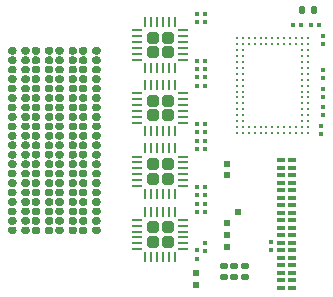
<source format=gbr>
%TF.GenerationSoftware,KiCad,Pcbnew,8.0.5*%
%TF.CreationDate,2025-10-24T05:54:48-05:00*%
%TF.ProjectId,iris-128s,69726973-2d31-4323-9873-2e6b69636164,1*%
%TF.SameCoordinates,Original*%
%TF.FileFunction,Paste,Top*%
%TF.FilePolarity,Positive*%
%FSLAX46Y46*%
G04 Gerber Fmt 4.6, Leading zero omitted, Abs format (unit mm)*
G04 Created by KiCad (PCBNEW 8.0.5) date 2025-10-24 05:54:48*
%MOMM*%
%LPD*%
G01*
G04 APERTURE LIST*
G04 Aperture macros list*
%AMRoundRect*
0 Rectangle with rounded corners*
0 $1 Rounding radius*
0 $2 $3 $4 $5 $6 $7 $8 $9 X,Y pos of 4 corners*
0 Add a 4 corners polygon primitive as box body*
4,1,4,$2,$3,$4,$5,$6,$7,$8,$9,$2,$3,0*
0 Add four circle primitives for the rounded corners*
1,1,$1+$1,$2,$3*
1,1,$1+$1,$4,$5*
1,1,$1+$1,$6,$7*
1,1,$1+$1,$8,$9*
0 Add four rect primitives between the rounded corners*
20,1,$1+$1,$2,$3,$4,$5,0*
20,1,$1+$1,$4,$5,$6,$7,0*
20,1,$1+$1,$6,$7,$8,$9,0*
20,1,$1+$1,$8,$9,$2,$3,0*%
G04 Aperture macros list end*
%ADD10C,0.010000*%
%ADD11RoundRect,0.140000X-0.170000X0.140000X-0.170000X-0.140000X0.170000X-0.140000X0.170000X0.140000X0*%
%ADD12RoundRect,0.079500X0.100500X-0.079500X0.100500X0.079500X-0.100500X0.079500X-0.100500X-0.079500X0*%
%ADD13RoundRect,0.079500X-0.100500X0.079500X-0.100500X-0.079500X0.100500X-0.079500X0.100500X0.079500X0*%
%ADD14RoundRect,0.079500X-0.079500X-0.100500X0.079500X-0.100500X0.079500X0.100500X-0.079500X0.100500X0*%
%ADD15RoundRect,0.135000X0.135000X0.185000X-0.135000X0.185000X-0.135000X-0.185000X0.135000X-0.185000X0*%
%ADD16C,0.250000*%
%ADD17R,0.500000X0.500000*%
%ADD18RoundRect,0.250000X-0.255000X0.255000X-0.255000X-0.255000X0.255000X-0.255000X0.255000X0.255000X0*%
%ADD19RoundRect,0.062500X-0.062500X0.375000X-0.062500X-0.375000X0.062500X-0.375000X0.062500X0.375000X0*%
%ADD20RoundRect,0.062500X-0.375000X0.062500X-0.375000X-0.062500X0.375000X-0.062500X0.375000X0.062500X0*%
%ADD21R,0.762000X0.381000*%
%ADD22RoundRect,0.079500X0.079500X0.100500X-0.079500X0.100500X-0.079500X-0.100500X0.079500X-0.100500X0*%
G04 APERTURE END LIST*
D10*
%TO.C,S5*%
X97487980Y-84124400D02*
X97501980Y-84125400D01*
X97516980Y-84127400D01*
X97530980Y-84130400D01*
X97544980Y-84133400D01*
X97558980Y-84137400D01*
X97572980Y-84142400D01*
X97586980Y-84148400D01*
X97599980Y-84154400D01*
X97612980Y-84161400D01*
X97624980Y-84169400D01*
X97636980Y-84177400D01*
X97648980Y-84186400D01*
X97659980Y-84195400D01*
X97670980Y-84205400D01*
X97680980Y-84216400D01*
X97689980Y-84227400D01*
X97698980Y-84239400D01*
X97706980Y-84251400D01*
X97714980Y-84263400D01*
X97721980Y-84276400D01*
X97727980Y-84289400D01*
X97733980Y-84303400D01*
X97738980Y-84317400D01*
X97742980Y-84331400D01*
X97745980Y-84345400D01*
X97748980Y-84359400D01*
X97750980Y-84374400D01*
X97751980Y-84388400D01*
X97752980Y-84403400D01*
X97752480Y-84403400D01*
X97751980Y-84418400D01*
X97750980Y-84432400D01*
X97748980Y-84447400D01*
X97745980Y-84461400D01*
X97742980Y-84475400D01*
X97738980Y-84489400D01*
X97733980Y-84503400D01*
X97727980Y-84517400D01*
X97721980Y-84530400D01*
X97714980Y-84543400D01*
X97706980Y-84555400D01*
X97698980Y-84567400D01*
X97689980Y-84579400D01*
X97680980Y-84590400D01*
X97670980Y-84601400D01*
X97659980Y-84611400D01*
X97648980Y-84620400D01*
X97636980Y-84629400D01*
X97624980Y-84637400D01*
X97612980Y-84645400D01*
X97599980Y-84652400D01*
X97586980Y-84658400D01*
X97572980Y-84664400D01*
X97558980Y-84669400D01*
X97544980Y-84673400D01*
X97530980Y-84676400D01*
X97516980Y-84679400D01*
X97501980Y-84681400D01*
X97487980Y-84682400D01*
X97472980Y-84682400D01*
X97396980Y-84682400D01*
X97381980Y-84682400D01*
X97367980Y-84681400D01*
X97352980Y-84679400D01*
X97338980Y-84676400D01*
X97324980Y-84673400D01*
X97310980Y-84669400D01*
X97296980Y-84664400D01*
X97282980Y-84658400D01*
X97269980Y-84652400D01*
X97256980Y-84645400D01*
X97244980Y-84637400D01*
X97232980Y-84629400D01*
X97220980Y-84620400D01*
X97209980Y-84611400D01*
X97198980Y-84601400D01*
X97188980Y-84590400D01*
X97179980Y-84579400D01*
X97170980Y-84567400D01*
X97162980Y-84555400D01*
X97154980Y-84543400D01*
X97147980Y-84530400D01*
X97141980Y-84517400D01*
X97135980Y-84503400D01*
X97130980Y-84489400D01*
X97126980Y-84475400D01*
X97123980Y-84461400D01*
X97120980Y-84447400D01*
X97118980Y-84432400D01*
X97117980Y-84418400D01*
X97116980Y-84403400D01*
X97117980Y-84388400D01*
X97118980Y-84374400D01*
X97120980Y-84359400D01*
X97123980Y-84345400D01*
X97126980Y-84331400D01*
X97130980Y-84317400D01*
X97135980Y-84303400D01*
X97141980Y-84289400D01*
X97147980Y-84276400D01*
X97154980Y-84263400D01*
X97162980Y-84251400D01*
X97170980Y-84239400D01*
X97179980Y-84227400D01*
X97188980Y-84216400D01*
X97198980Y-84205400D01*
X97209980Y-84195400D01*
X97220980Y-84186400D01*
X97232980Y-84177400D01*
X97244980Y-84169400D01*
X97256980Y-84161400D01*
X97269980Y-84154400D01*
X97282980Y-84148400D01*
X97296980Y-84142400D01*
X97310980Y-84137400D01*
X97324980Y-84133400D01*
X97338980Y-84130400D01*
X97352980Y-84127400D01*
X97367980Y-84125400D01*
X97381980Y-84124400D01*
X97396980Y-84123400D01*
X97472980Y-84123400D01*
X97487980Y-84124400D01*
G36*
X97487980Y-84124400D02*
G01*
X97501980Y-84125400D01*
X97516980Y-84127400D01*
X97530980Y-84130400D01*
X97544980Y-84133400D01*
X97558980Y-84137400D01*
X97572980Y-84142400D01*
X97586980Y-84148400D01*
X97599980Y-84154400D01*
X97612980Y-84161400D01*
X97624980Y-84169400D01*
X97636980Y-84177400D01*
X97648980Y-84186400D01*
X97659980Y-84195400D01*
X97670980Y-84205400D01*
X97680980Y-84216400D01*
X97689980Y-84227400D01*
X97698980Y-84239400D01*
X97706980Y-84251400D01*
X97714980Y-84263400D01*
X97721980Y-84276400D01*
X97727980Y-84289400D01*
X97733980Y-84303400D01*
X97738980Y-84317400D01*
X97742980Y-84331400D01*
X97745980Y-84345400D01*
X97748980Y-84359400D01*
X97750980Y-84374400D01*
X97751980Y-84388400D01*
X97752980Y-84403400D01*
X97752480Y-84403400D01*
X97751980Y-84418400D01*
X97750980Y-84432400D01*
X97748980Y-84447400D01*
X97745980Y-84461400D01*
X97742980Y-84475400D01*
X97738980Y-84489400D01*
X97733980Y-84503400D01*
X97727980Y-84517400D01*
X97721980Y-84530400D01*
X97714980Y-84543400D01*
X97706980Y-84555400D01*
X97698980Y-84567400D01*
X97689980Y-84579400D01*
X97680980Y-84590400D01*
X97670980Y-84601400D01*
X97659980Y-84611400D01*
X97648980Y-84620400D01*
X97636980Y-84629400D01*
X97624980Y-84637400D01*
X97612980Y-84645400D01*
X97599980Y-84652400D01*
X97586980Y-84658400D01*
X97572980Y-84664400D01*
X97558980Y-84669400D01*
X97544980Y-84673400D01*
X97530980Y-84676400D01*
X97516980Y-84679400D01*
X97501980Y-84681400D01*
X97487980Y-84682400D01*
X97472980Y-84682400D01*
X97396980Y-84682400D01*
X97381980Y-84682400D01*
X97367980Y-84681400D01*
X97352980Y-84679400D01*
X97338980Y-84676400D01*
X97324980Y-84673400D01*
X97310980Y-84669400D01*
X97296980Y-84664400D01*
X97282980Y-84658400D01*
X97269980Y-84652400D01*
X97256980Y-84645400D01*
X97244980Y-84637400D01*
X97232980Y-84629400D01*
X97220980Y-84620400D01*
X97209980Y-84611400D01*
X97198980Y-84601400D01*
X97188980Y-84590400D01*
X97179980Y-84579400D01*
X97170980Y-84567400D01*
X97162980Y-84555400D01*
X97154980Y-84543400D01*
X97147980Y-84530400D01*
X97141980Y-84517400D01*
X97135980Y-84503400D01*
X97130980Y-84489400D01*
X97126980Y-84475400D01*
X97123980Y-84461400D01*
X97120980Y-84447400D01*
X97118980Y-84432400D01*
X97117980Y-84418400D01*
X97116980Y-84403400D01*
X97117980Y-84388400D01*
X97118980Y-84374400D01*
X97120980Y-84359400D01*
X97123980Y-84345400D01*
X97126980Y-84331400D01*
X97130980Y-84317400D01*
X97135980Y-84303400D01*
X97141980Y-84289400D01*
X97147980Y-84276400D01*
X97154980Y-84263400D01*
X97162980Y-84251400D01*
X97170980Y-84239400D01*
X97179980Y-84227400D01*
X97188980Y-84216400D01*
X97198980Y-84205400D01*
X97209980Y-84195400D01*
X97220980Y-84186400D01*
X97232980Y-84177400D01*
X97244980Y-84169400D01*
X97256980Y-84161400D01*
X97269980Y-84154400D01*
X97282980Y-84148400D01*
X97296980Y-84142400D01*
X97310980Y-84137400D01*
X97324980Y-84133400D01*
X97338980Y-84130400D01*
X97352980Y-84127400D01*
X97367980Y-84125400D01*
X97381980Y-84124400D01*
X97396980Y-84123400D01*
X97472980Y-84123400D01*
X97487980Y-84124400D01*
G37*
X97487980Y-84924400D02*
X97501980Y-84925400D01*
X97516980Y-84927400D01*
X97530980Y-84930400D01*
X97544980Y-84933400D01*
X97558980Y-84937400D01*
X97572980Y-84942400D01*
X97586980Y-84948400D01*
X97599980Y-84954400D01*
X97612980Y-84961400D01*
X97624980Y-84969400D01*
X97636980Y-84977400D01*
X97648980Y-84986400D01*
X97659980Y-84995400D01*
X97670980Y-85005400D01*
X97680980Y-85016400D01*
X97689980Y-85027400D01*
X97698980Y-85039400D01*
X97706980Y-85051400D01*
X97714980Y-85063400D01*
X97721980Y-85076400D01*
X97727980Y-85089400D01*
X97733980Y-85103400D01*
X97738980Y-85117400D01*
X97742980Y-85131400D01*
X97745980Y-85145400D01*
X97748980Y-85159400D01*
X97750980Y-85174400D01*
X97751980Y-85188400D01*
X97752980Y-85203400D01*
X97752480Y-85203400D01*
X97751980Y-85218400D01*
X97750980Y-85232400D01*
X97748980Y-85247400D01*
X97745980Y-85261400D01*
X97742980Y-85275400D01*
X97738980Y-85289400D01*
X97733980Y-85303400D01*
X97727980Y-85317400D01*
X97721980Y-85330400D01*
X97714980Y-85343400D01*
X97706980Y-85355400D01*
X97698980Y-85367400D01*
X97689980Y-85379400D01*
X97680980Y-85390400D01*
X97670980Y-85401400D01*
X97659980Y-85411400D01*
X97648980Y-85420400D01*
X97636980Y-85429400D01*
X97624980Y-85437400D01*
X97612980Y-85445400D01*
X97599980Y-85452400D01*
X97586980Y-85458400D01*
X97572980Y-85464400D01*
X97558980Y-85469400D01*
X97544980Y-85473400D01*
X97530980Y-85476400D01*
X97516980Y-85479400D01*
X97501980Y-85481400D01*
X97487980Y-85482400D01*
X97472980Y-85482400D01*
X97396980Y-85482400D01*
X97381980Y-85482400D01*
X97367980Y-85481400D01*
X97352980Y-85479400D01*
X97338980Y-85476400D01*
X97324980Y-85473400D01*
X97310980Y-85469400D01*
X97296980Y-85464400D01*
X97282980Y-85458400D01*
X97269980Y-85452400D01*
X97256980Y-85445400D01*
X97244980Y-85437400D01*
X97232980Y-85429400D01*
X97220980Y-85420400D01*
X97209980Y-85411400D01*
X97198980Y-85401400D01*
X97188980Y-85390400D01*
X97179980Y-85379400D01*
X97170980Y-85367400D01*
X97162980Y-85355400D01*
X97154980Y-85343400D01*
X97147980Y-85330400D01*
X97141980Y-85317400D01*
X97135980Y-85303400D01*
X97130980Y-85289400D01*
X97126980Y-85275400D01*
X97123980Y-85261400D01*
X97120980Y-85247400D01*
X97118980Y-85232400D01*
X97117980Y-85218400D01*
X97116980Y-85203400D01*
X97117980Y-85188400D01*
X97118980Y-85174400D01*
X97120980Y-85159400D01*
X97123980Y-85145400D01*
X97126980Y-85131400D01*
X97130980Y-85117400D01*
X97135980Y-85103400D01*
X97141980Y-85089400D01*
X97147980Y-85076400D01*
X97154980Y-85063400D01*
X97162980Y-85051400D01*
X97170980Y-85039400D01*
X97179980Y-85027400D01*
X97188980Y-85016400D01*
X97198980Y-85005400D01*
X97209980Y-84995400D01*
X97220980Y-84986400D01*
X97232980Y-84977400D01*
X97244980Y-84969400D01*
X97256980Y-84961400D01*
X97269980Y-84954400D01*
X97282980Y-84948400D01*
X97296980Y-84942400D01*
X97310980Y-84937400D01*
X97324980Y-84933400D01*
X97338980Y-84930400D01*
X97352980Y-84927400D01*
X97367980Y-84925400D01*
X97381980Y-84924400D01*
X97396980Y-84923400D01*
X97472980Y-84923400D01*
X97487980Y-84924400D01*
G36*
X97487980Y-84924400D02*
G01*
X97501980Y-84925400D01*
X97516980Y-84927400D01*
X97530980Y-84930400D01*
X97544980Y-84933400D01*
X97558980Y-84937400D01*
X97572980Y-84942400D01*
X97586980Y-84948400D01*
X97599980Y-84954400D01*
X97612980Y-84961400D01*
X97624980Y-84969400D01*
X97636980Y-84977400D01*
X97648980Y-84986400D01*
X97659980Y-84995400D01*
X97670980Y-85005400D01*
X97680980Y-85016400D01*
X97689980Y-85027400D01*
X97698980Y-85039400D01*
X97706980Y-85051400D01*
X97714980Y-85063400D01*
X97721980Y-85076400D01*
X97727980Y-85089400D01*
X97733980Y-85103400D01*
X97738980Y-85117400D01*
X97742980Y-85131400D01*
X97745980Y-85145400D01*
X97748980Y-85159400D01*
X97750980Y-85174400D01*
X97751980Y-85188400D01*
X97752980Y-85203400D01*
X97752480Y-85203400D01*
X97751980Y-85218400D01*
X97750980Y-85232400D01*
X97748980Y-85247400D01*
X97745980Y-85261400D01*
X97742980Y-85275400D01*
X97738980Y-85289400D01*
X97733980Y-85303400D01*
X97727980Y-85317400D01*
X97721980Y-85330400D01*
X97714980Y-85343400D01*
X97706980Y-85355400D01*
X97698980Y-85367400D01*
X97689980Y-85379400D01*
X97680980Y-85390400D01*
X97670980Y-85401400D01*
X97659980Y-85411400D01*
X97648980Y-85420400D01*
X97636980Y-85429400D01*
X97624980Y-85437400D01*
X97612980Y-85445400D01*
X97599980Y-85452400D01*
X97586980Y-85458400D01*
X97572980Y-85464400D01*
X97558980Y-85469400D01*
X97544980Y-85473400D01*
X97530980Y-85476400D01*
X97516980Y-85479400D01*
X97501980Y-85481400D01*
X97487980Y-85482400D01*
X97472980Y-85482400D01*
X97396980Y-85482400D01*
X97381980Y-85482400D01*
X97367980Y-85481400D01*
X97352980Y-85479400D01*
X97338980Y-85476400D01*
X97324980Y-85473400D01*
X97310980Y-85469400D01*
X97296980Y-85464400D01*
X97282980Y-85458400D01*
X97269980Y-85452400D01*
X97256980Y-85445400D01*
X97244980Y-85437400D01*
X97232980Y-85429400D01*
X97220980Y-85420400D01*
X97209980Y-85411400D01*
X97198980Y-85401400D01*
X97188980Y-85390400D01*
X97179980Y-85379400D01*
X97170980Y-85367400D01*
X97162980Y-85355400D01*
X97154980Y-85343400D01*
X97147980Y-85330400D01*
X97141980Y-85317400D01*
X97135980Y-85303400D01*
X97130980Y-85289400D01*
X97126980Y-85275400D01*
X97123980Y-85261400D01*
X97120980Y-85247400D01*
X97118980Y-85232400D01*
X97117980Y-85218400D01*
X97116980Y-85203400D01*
X97117980Y-85188400D01*
X97118980Y-85174400D01*
X97120980Y-85159400D01*
X97123980Y-85145400D01*
X97126980Y-85131400D01*
X97130980Y-85117400D01*
X97135980Y-85103400D01*
X97141980Y-85089400D01*
X97147980Y-85076400D01*
X97154980Y-85063400D01*
X97162980Y-85051400D01*
X97170980Y-85039400D01*
X97179980Y-85027400D01*
X97188980Y-85016400D01*
X97198980Y-85005400D01*
X97209980Y-84995400D01*
X97220980Y-84986400D01*
X97232980Y-84977400D01*
X97244980Y-84969400D01*
X97256980Y-84961400D01*
X97269980Y-84954400D01*
X97282980Y-84948400D01*
X97296980Y-84942400D01*
X97310980Y-84937400D01*
X97324980Y-84933400D01*
X97338980Y-84930400D01*
X97352980Y-84927400D01*
X97367980Y-84925400D01*
X97381980Y-84924400D01*
X97396980Y-84923400D01*
X97472980Y-84923400D01*
X97487980Y-84924400D01*
G37*
X97501980Y-85725400D02*
X97516980Y-85727400D01*
X97530980Y-85730400D01*
X97544980Y-85733400D01*
X97558980Y-85737400D01*
X97572980Y-85742400D01*
X97586980Y-85748400D01*
X97599980Y-85754400D01*
X97612980Y-85761400D01*
X97624980Y-85769400D01*
X97636980Y-85777400D01*
X97648980Y-85786400D01*
X97659980Y-85795400D01*
X97670980Y-85805400D01*
X97680980Y-85816400D01*
X97689980Y-85827400D01*
X97698980Y-85839400D01*
X97706980Y-85851400D01*
X97714980Y-85863400D01*
X97721980Y-85876400D01*
X97727980Y-85889400D01*
X97733980Y-85903400D01*
X97738980Y-85917400D01*
X97742980Y-85931400D01*
X97745980Y-85945400D01*
X97748980Y-85959400D01*
X97750980Y-85974400D01*
X97751980Y-85988400D01*
X97752980Y-86003400D01*
X97752480Y-86003400D01*
X97751980Y-86018400D01*
X97750980Y-86032400D01*
X97748980Y-86047400D01*
X97745980Y-86061400D01*
X97742980Y-86075400D01*
X97738980Y-86089400D01*
X97733980Y-86103400D01*
X97727980Y-86117400D01*
X97721980Y-86130400D01*
X97714980Y-86143400D01*
X97706980Y-86155400D01*
X97698980Y-86167400D01*
X97689980Y-86179400D01*
X97680980Y-86190400D01*
X97670980Y-86201400D01*
X97659980Y-86211400D01*
X97648980Y-86220400D01*
X97636980Y-86229400D01*
X97624980Y-86237400D01*
X97612980Y-86245400D01*
X97599980Y-86252400D01*
X97586980Y-86258400D01*
X97572980Y-86264400D01*
X97558980Y-86269400D01*
X97544980Y-86273400D01*
X97530980Y-86276400D01*
X97516980Y-86279400D01*
X97501980Y-86281400D01*
X97487980Y-86282400D01*
X97472980Y-86282400D01*
X97396980Y-86282400D01*
X97381980Y-86282400D01*
X97367980Y-86281400D01*
X97352980Y-86279400D01*
X97338980Y-86276400D01*
X97324980Y-86273400D01*
X97310980Y-86269400D01*
X97296980Y-86264400D01*
X97282980Y-86258400D01*
X97269980Y-86252400D01*
X97256980Y-86245400D01*
X97244980Y-86237400D01*
X97232980Y-86229400D01*
X97220980Y-86220400D01*
X97209980Y-86211400D01*
X97198980Y-86201400D01*
X97188980Y-86190400D01*
X97179980Y-86179400D01*
X97170980Y-86167400D01*
X97162980Y-86155400D01*
X97154980Y-86143400D01*
X97147980Y-86130400D01*
X97141980Y-86117400D01*
X97135980Y-86103400D01*
X97130980Y-86089400D01*
X97126980Y-86075400D01*
X97123980Y-86061400D01*
X97120980Y-86047400D01*
X97118980Y-86032400D01*
X97117980Y-86018400D01*
X97116980Y-86003400D01*
X97117980Y-85988400D01*
X97118980Y-85974400D01*
X97120980Y-85959400D01*
X97123980Y-85945400D01*
X97126980Y-85931400D01*
X97130980Y-85917400D01*
X97135980Y-85903400D01*
X97141980Y-85889400D01*
X97147980Y-85876400D01*
X97154980Y-85863400D01*
X97162980Y-85851400D01*
X97170980Y-85839400D01*
X97179980Y-85827400D01*
X97188980Y-85816400D01*
X97198980Y-85805400D01*
X97209980Y-85795400D01*
X97220980Y-85786400D01*
X97232980Y-85777400D01*
X97244980Y-85769400D01*
X97256980Y-85761400D01*
X97269980Y-85754400D01*
X97282980Y-85748400D01*
X97296980Y-85742400D01*
X97310980Y-85737400D01*
X97324980Y-85733400D01*
X97338980Y-85730400D01*
X97352980Y-85727400D01*
X97367980Y-85725400D01*
X97381980Y-85724400D01*
X97396980Y-85724400D01*
X97472980Y-85724400D01*
X97487980Y-85724400D01*
X97501980Y-85725400D01*
G36*
X97501980Y-85725400D02*
G01*
X97516980Y-85727400D01*
X97530980Y-85730400D01*
X97544980Y-85733400D01*
X97558980Y-85737400D01*
X97572980Y-85742400D01*
X97586980Y-85748400D01*
X97599980Y-85754400D01*
X97612980Y-85761400D01*
X97624980Y-85769400D01*
X97636980Y-85777400D01*
X97648980Y-85786400D01*
X97659980Y-85795400D01*
X97670980Y-85805400D01*
X97680980Y-85816400D01*
X97689980Y-85827400D01*
X97698980Y-85839400D01*
X97706980Y-85851400D01*
X97714980Y-85863400D01*
X97721980Y-85876400D01*
X97727980Y-85889400D01*
X97733980Y-85903400D01*
X97738980Y-85917400D01*
X97742980Y-85931400D01*
X97745980Y-85945400D01*
X97748980Y-85959400D01*
X97750980Y-85974400D01*
X97751980Y-85988400D01*
X97752980Y-86003400D01*
X97752480Y-86003400D01*
X97751980Y-86018400D01*
X97750980Y-86032400D01*
X97748980Y-86047400D01*
X97745980Y-86061400D01*
X97742980Y-86075400D01*
X97738980Y-86089400D01*
X97733980Y-86103400D01*
X97727980Y-86117400D01*
X97721980Y-86130400D01*
X97714980Y-86143400D01*
X97706980Y-86155400D01*
X97698980Y-86167400D01*
X97689980Y-86179400D01*
X97680980Y-86190400D01*
X97670980Y-86201400D01*
X97659980Y-86211400D01*
X97648980Y-86220400D01*
X97636980Y-86229400D01*
X97624980Y-86237400D01*
X97612980Y-86245400D01*
X97599980Y-86252400D01*
X97586980Y-86258400D01*
X97572980Y-86264400D01*
X97558980Y-86269400D01*
X97544980Y-86273400D01*
X97530980Y-86276400D01*
X97516980Y-86279400D01*
X97501980Y-86281400D01*
X97487980Y-86282400D01*
X97472980Y-86282400D01*
X97396980Y-86282400D01*
X97381980Y-86282400D01*
X97367980Y-86281400D01*
X97352980Y-86279400D01*
X97338980Y-86276400D01*
X97324980Y-86273400D01*
X97310980Y-86269400D01*
X97296980Y-86264400D01*
X97282980Y-86258400D01*
X97269980Y-86252400D01*
X97256980Y-86245400D01*
X97244980Y-86237400D01*
X97232980Y-86229400D01*
X97220980Y-86220400D01*
X97209980Y-86211400D01*
X97198980Y-86201400D01*
X97188980Y-86190400D01*
X97179980Y-86179400D01*
X97170980Y-86167400D01*
X97162980Y-86155400D01*
X97154980Y-86143400D01*
X97147980Y-86130400D01*
X97141980Y-86117400D01*
X97135980Y-86103400D01*
X97130980Y-86089400D01*
X97126980Y-86075400D01*
X97123980Y-86061400D01*
X97120980Y-86047400D01*
X97118980Y-86032400D01*
X97117980Y-86018400D01*
X97116980Y-86003400D01*
X97117980Y-85988400D01*
X97118980Y-85974400D01*
X97120980Y-85959400D01*
X97123980Y-85945400D01*
X97126980Y-85931400D01*
X97130980Y-85917400D01*
X97135980Y-85903400D01*
X97141980Y-85889400D01*
X97147980Y-85876400D01*
X97154980Y-85863400D01*
X97162980Y-85851400D01*
X97170980Y-85839400D01*
X97179980Y-85827400D01*
X97188980Y-85816400D01*
X97198980Y-85805400D01*
X97209980Y-85795400D01*
X97220980Y-85786400D01*
X97232980Y-85777400D01*
X97244980Y-85769400D01*
X97256980Y-85761400D01*
X97269980Y-85754400D01*
X97282980Y-85748400D01*
X97296980Y-85742400D01*
X97310980Y-85737400D01*
X97324980Y-85733400D01*
X97338980Y-85730400D01*
X97352980Y-85727400D01*
X97367980Y-85725400D01*
X97381980Y-85724400D01*
X97396980Y-85724400D01*
X97472980Y-85724400D01*
X97487980Y-85724400D01*
X97501980Y-85725400D01*
G37*
X97501980Y-86525400D02*
X97516980Y-86527400D01*
X97530980Y-86530400D01*
X97544980Y-86533400D01*
X97558980Y-86537400D01*
X97572980Y-86542400D01*
X97586980Y-86548400D01*
X97599980Y-86554400D01*
X97612980Y-86561400D01*
X97624980Y-86569400D01*
X97636980Y-86577400D01*
X97648980Y-86586400D01*
X97659980Y-86595400D01*
X97670980Y-86605400D01*
X97680980Y-86616400D01*
X97689980Y-86627400D01*
X97698980Y-86639400D01*
X97706980Y-86651400D01*
X97714980Y-86663400D01*
X97721980Y-86676400D01*
X97727980Y-86689400D01*
X97733980Y-86703400D01*
X97738980Y-86717400D01*
X97742980Y-86731400D01*
X97745980Y-86745400D01*
X97748980Y-86759400D01*
X97750980Y-86774400D01*
X97751980Y-86788400D01*
X97752980Y-86803400D01*
X97752480Y-86803400D01*
X97751980Y-86818400D01*
X97750980Y-86832400D01*
X97748980Y-86847400D01*
X97745980Y-86861400D01*
X97742980Y-86875400D01*
X97738980Y-86889400D01*
X97733980Y-86903400D01*
X97727980Y-86917400D01*
X97721980Y-86930400D01*
X97714980Y-86943400D01*
X97706980Y-86955400D01*
X97698980Y-86967400D01*
X97689980Y-86979400D01*
X97680980Y-86990400D01*
X97670980Y-87001400D01*
X97659980Y-87011400D01*
X97648980Y-87020400D01*
X97636980Y-87029400D01*
X97624980Y-87037400D01*
X97612980Y-87045400D01*
X97599980Y-87052400D01*
X97586980Y-87058400D01*
X97572980Y-87064400D01*
X97558980Y-87069400D01*
X97544980Y-87073400D01*
X97530980Y-87076400D01*
X97516980Y-87079400D01*
X97501980Y-87081400D01*
X97487980Y-87082400D01*
X97472980Y-87083400D01*
X97396980Y-87083400D01*
X97381980Y-87082400D01*
X97367980Y-87081400D01*
X97352980Y-87079400D01*
X97338980Y-87076400D01*
X97324980Y-87073400D01*
X97310980Y-87069400D01*
X97296980Y-87064400D01*
X97282980Y-87058400D01*
X97269980Y-87052400D01*
X97256980Y-87045400D01*
X97244980Y-87037400D01*
X97232980Y-87029400D01*
X97220980Y-87020400D01*
X97209980Y-87011400D01*
X97198980Y-87001400D01*
X97188980Y-86990400D01*
X97179980Y-86979400D01*
X97170980Y-86967400D01*
X97162980Y-86955400D01*
X97154980Y-86943400D01*
X97147980Y-86930400D01*
X97141980Y-86917400D01*
X97135980Y-86903400D01*
X97130980Y-86889400D01*
X97126980Y-86875400D01*
X97123980Y-86861400D01*
X97120980Y-86847400D01*
X97118980Y-86832400D01*
X97117980Y-86818400D01*
X97116980Y-86803400D01*
X97117980Y-86788400D01*
X97118980Y-86774400D01*
X97120980Y-86759400D01*
X97123980Y-86745400D01*
X97126980Y-86731400D01*
X97130980Y-86717400D01*
X97135980Y-86703400D01*
X97141980Y-86689400D01*
X97147980Y-86676400D01*
X97154980Y-86663400D01*
X97162980Y-86651400D01*
X97170980Y-86639400D01*
X97179980Y-86627400D01*
X97188980Y-86616400D01*
X97198980Y-86605400D01*
X97209980Y-86595400D01*
X97220980Y-86586400D01*
X97232980Y-86577400D01*
X97244980Y-86569400D01*
X97256980Y-86561400D01*
X97269980Y-86554400D01*
X97282980Y-86548400D01*
X97296980Y-86542400D01*
X97310980Y-86537400D01*
X97324980Y-86533400D01*
X97338980Y-86530400D01*
X97352980Y-86527400D01*
X97367980Y-86525400D01*
X97381980Y-86524400D01*
X97396980Y-86524400D01*
X97472980Y-86524400D01*
X97487980Y-86524400D01*
X97501980Y-86525400D01*
G36*
X97501980Y-86525400D02*
G01*
X97516980Y-86527400D01*
X97530980Y-86530400D01*
X97544980Y-86533400D01*
X97558980Y-86537400D01*
X97572980Y-86542400D01*
X97586980Y-86548400D01*
X97599980Y-86554400D01*
X97612980Y-86561400D01*
X97624980Y-86569400D01*
X97636980Y-86577400D01*
X97648980Y-86586400D01*
X97659980Y-86595400D01*
X97670980Y-86605400D01*
X97680980Y-86616400D01*
X97689980Y-86627400D01*
X97698980Y-86639400D01*
X97706980Y-86651400D01*
X97714980Y-86663400D01*
X97721980Y-86676400D01*
X97727980Y-86689400D01*
X97733980Y-86703400D01*
X97738980Y-86717400D01*
X97742980Y-86731400D01*
X97745980Y-86745400D01*
X97748980Y-86759400D01*
X97750980Y-86774400D01*
X97751980Y-86788400D01*
X97752980Y-86803400D01*
X97752480Y-86803400D01*
X97751980Y-86818400D01*
X97750980Y-86832400D01*
X97748980Y-86847400D01*
X97745980Y-86861400D01*
X97742980Y-86875400D01*
X97738980Y-86889400D01*
X97733980Y-86903400D01*
X97727980Y-86917400D01*
X97721980Y-86930400D01*
X97714980Y-86943400D01*
X97706980Y-86955400D01*
X97698980Y-86967400D01*
X97689980Y-86979400D01*
X97680980Y-86990400D01*
X97670980Y-87001400D01*
X97659980Y-87011400D01*
X97648980Y-87020400D01*
X97636980Y-87029400D01*
X97624980Y-87037400D01*
X97612980Y-87045400D01*
X97599980Y-87052400D01*
X97586980Y-87058400D01*
X97572980Y-87064400D01*
X97558980Y-87069400D01*
X97544980Y-87073400D01*
X97530980Y-87076400D01*
X97516980Y-87079400D01*
X97501980Y-87081400D01*
X97487980Y-87082400D01*
X97472980Y-87083400D01*
X97396980Y-87083400D01*
X97381980Y-87082400D01*
X97367980Y-87081400D01*
X97352980Y-87079400D01*
X97338980Y-87076400D01*
X97324980Y-87073400D01*
X97310980Y-87069400D01*
X97296980Y-87064400D01*
X97282980Y-87058400D01*
X97269980Y-87052400D01*
X97256980Y-87045400D01*
X97244980Y-87037400D01*
X97232980Y-87029400D01*
X97220980Y-87020400D01*
X97209980Y-87011400D01*
X97198980Y-87001400D01*
X97188980Y-86990400D01*
X97179980Y-86979400D01*
X97170980Y-86967400D01*
X97162980Y-86955400D01*
X97154980Y-86943400D01*
X97147980Y-86930400D01*
X97141980Y-86917400D01*
X97135980Y-86903400D01*
X97130980Y-86889400D01*
X97126980Y-86875400D01*
X97123980Y-86861400D01*
X97120980Y-86847400D01*
X97118980Y-86832400D01*
X97117980Y-86818400D01*
X97116980Y-86803400D01*
X97117980Y-86788400D01*
X97118980Y-86774400D01*
X97120980Y-86759400D01*
X97123980Y-86745400D01*
X97126980Y-86731400D01*
X97130980Y-86717400D01*
X97135980Y-86703400D01*
X97141980Y-86689400D01*
X97147980Y-86676400D01*
X97154980Y-86663400D01*
X97162980Y-86651400D01*
X97170980Y-86639400D01*
X97179980Y-86627400D01*
X97188980Y-86616400D01*
X97198980Y-86605400D01*
X97209980Y-86595400D01*
X97220980Y-86586400D01*
X97232980Y-86577400D01*
X97244980Y-86569400D01*
X97256980Y-86561400D01*
X97269980Y-86554400D01*
X97282980Y-86548400D01*
X97296980Y-86542400D01*
X97310980Y-86537400D01*
X97324980Y-86533400D01*
X97338980Y-86530400D01*
X97352980Y-86527400D01*
X97367980Y-86525400D01*
X97381980Y-86524400D01*
X97396980Y-86524400D01*
X97472980Y-86524400D01*
X97487980Y-86524400D01*
X97501980Y-86525400D01*
G37*
X97501980Y-87325400D02*
X97516980Y-87327400D01*
X97530980Y-87330400D01*
X97544980Y-87333400D01*
X97558980Y-87337400D01*
X97572980Y-87342400D01*
X97586980Y-87348400D01*
X97599980Y-87354400D01*
X97612980Y-87361400D01*
X97624980Y-87369400D01*
X97636980Y-87377400D01*
X97648980Y-87386400D01*
X97659980Y-87395400D01*
X97670980Y-87405400D01*
X97680980Y-87416400D01*
X97689980Y-87427400D01*
X97698980Y-87439400D01*
X97706980Y-87451400D01*
X97714980Y-87463400D01*
X97721980Y-87476400D01*
X97727980Y-87489400D01*
X97733980Y-87503400D01*
X97738980Y-87517400D01*
X97742980Y-87531400D01*
X97745980Y-87545400D01*
X97748980Y-87559400D01*
X97750980Y-87574400D01*
X97751980Y-87588400D01*
X97752980Y-87603400D01*
X97752480Y-87603400D01*
X97751980Y-87618400D01*
X97750980Y-87632400D01*
X97748980Y-87647400D01*
X97745980Y-87661400D01*
X97742980Y-87675400D01*
X97738980Y-87689400D01*
X97733980Y-87703400D01*
X97727980Y-87717400D01*
X97721980Y-87730400D01*
X97714980Y-87743400D01*
X97706980Y-87755400D01*
X97698980Y-87767400D01*
X97689980Y-87779400D01*
X97680980Y-87790400D01*
X97670980Y-87801400D01*
X97659980Y-87811400D01*
X97648980Y-87820400D01*
X97636980Y-87829400D01*
X97624980Y-87837400D01*
X97612980Y-87845400D01*
X97599980Y-87852400D01*
X97586980Y-87858400D01*
X97572980Y-87864400D01*
X97558980Y-87869400D01*
X97544980Y-87873400D01*
X97530980Y-87876400D01*
X97516980Y-87879400D01*
X97501980Y-87881400D01*
X97487980Y-87882400D01*
X97472980Y-87883400D01*
X97396980Y-87883400D01*
X97381980Y-87882400D01*
X97367980Y-87881400D01*
X97352980Y-87879400D01*
X97338980Y-87876400D01*
X97324980Y-87873400D01*
X97310980Y-87869400D01*
X97296980Y-87864400D01*
X97282980Y-87858400D01*
X97269980Y-87852400D01*
X97256980Y-87845400D01*
X97244980Y-87837400D01*
X97232980Y-87829400D01*
X97220980Y-87820400D01*
X97209980Y-87811400D01*
X97198980Y-87801400D01*
X97188980Y-87790400D01*
X97179980Y-87779400D01*
X97170980Y-87767400D01*
X97162980Y-87755400D01*
X97154980Y-87743400D01*
X97147980Y-87730400D01*
X97141980Y-87717400D01*
X97135980Y-87703400D01*
X97130980Y-87689400D01*
X97126980Y-87675400D01*
X97123980Y-87661400D01*
X97120980Y-87647400D01*
X97118980Y-87632400D01*
X97117980Y-87618400D01*
X97116980Y-87603400D01*
X97117980Y-87588400D01*
X97118980Y-87574400D01*
X97120980Y-87559400D01*
X97123980Y-87545400D01*
X97126980Y-87531400D01*
X97130980Y-87517400D01*
X97135980Y-87503400D01*
X97141980Y-87489400D01*
X97147980Y-87476400D01*
X97154980Y-87463400D01*
X97162980Y-87451400D01*
X97170980Y-87439400D01*
X97179980Y-87427400D01*
X97188980Y-87416400D01*
X97198980Y-87405400D01*
X97209980Y-87395400D01*
X97220980Y-87386400D01*
X97232980Y-87377400D01*
X97244980Y-87369400D01*
X97256980Y-87361400D01*
X97269980Y-87354400D01*
X97282980Y-87348400D01*
X97296980Y-87342400D01*
X97310980Y-87337400D01*
X97324980Y-87333400D01*
X97338980Y-87330400D01*
X97352980Y-87327400D01*
X97367980Y-87325400D01*
X97381980Y-87324400D01*
X97396980Y-87324400D01*
X97472980Y-87324400D01*
X97487980Y-87324400D01*
X97501980Y-87325400D01*
G36*
X97501980Y-87325400D02*
G01*
X97516980Y-87327400D01*
X97530980Y-87330400D01*
X97544980Y-87333400D01*
X97558980Y-87337400D01*
X97572980Y-87342400D01*
X97586980Y-87348400D01*
X97599980Y-87354400D01*
X97612980Y-87361400D01*
X97624980Y-87369400D01*
X97636980Y-87377400D01*
X97648980Y-87386400D01*
X97659980Y-87395400D01*
X97670980Y-87405400D01*
X97680980Y-87416400D01*
X97689980Y-87427400D01*
X97698980Y-87439400D01*
X97706980Y-87451400D01*
X97714980Y-87463400D01*
X97721980Y-87476400D01*
X97727980Y-87489400D01*
X97733980Y-87503400D01*
X97738980Y-87517400D01*
X97742980Y-87531400D01*
X97745980Y-87545400D01*
X97748980Y-87559400D01*
X97750980Y-87574400D01*
X97751980Y-87588400D01*
X97752980Y-87603400D01*
X97752480Y-87603400D01*
X97751980Y-87618400D01*
X97750980Y-87632400D01*
X97748980Y-87647400D01*
X97745980Y-87661400D01*
X97742980Y-87675400D01*
X97738980Y-87689400D01*
X97733980Y-87703400D01*
X97727980Y-87717400D01*
X97721980Y-87730400D01*
X97714980Y-87743400D01*
X97706980Y-87755400D01*
X97698980Y-87767400D01*
X97689980Y-87779400D01*
X97680980Y-87790400D01*
X97670980Y-87801400D01*
X97659980Y-87811400D01*
X97648980Y-87820400D01*
X97636980Y-87829400D01*
X97624980Y-87837400D01*
X97612980Y-87845400D01*
X97599980Y-87852400D01*
X97586980Y-87858400D01*
X97572980Y-87864400D01*
X97558980Y-87869400D01*
X97544980Y-87873400D01*
X97530980Y-87876400D01*
X97516980Y-87879400D01*
X97501980Y-87881400D01*
X97487980Y-87882400D01*
X97472980Y-87883400D01*
X97396980Y-87883400D01*
X97381980Y-87882400D01*
X97367980Y-87881400D01*
X97352980Y-87879400D01*
X97338980Y-87876400D01*
X97324980Y-87873400D01*
X97310980Y-87869400D01*
X97296980Y-87864400D01*
X97282980Y-87858400D01*
X97269980Y-87852400D01*
X97256980Y-87845400D01*
X97244980Y-87837400D01*
X97232980Y-87829400D01*
X97220980Y-87820400D01*
X97209980Y-87811400D01*
X97198980Y-87801400D01*
X97188980Y-87790400D01*
X97179980Y-87779400D01*
X97170980Y-87767400D01*
X97162980Y-87755400D01*
X97154980Y-87743400D01*
X97147980Y-87730400D01*
X97141980Y-87717400D01*
X97135980Y-87703400D01*
X97130980Y-87689400D01*
X97126980Y-87675400D01*
X97123980Y-87661400D01*
X97120980Y-87647400D01*
X97118980Y-87632400D01*
X97117980Y-87618400D01*
X97116980Y-87603400D01*
X97117980Y-87588400D01*
X97118980Y-87574400D01*
X97120980Y-87559400D01*
X97123980Y-87545400D01*
X97126980Y-87531400D01*
X97130980Y-87517400D01*
X97135980Y-87503400D01*
X97141980Y-87489400D01*
X97147980Y-87476400D01*
X97154980Y-87463400D01*
X97162980Y-87451400D01*
X97170980Y-87439400D01*
X97179980Y-87427400D01*
X97188980Y-87416400D01*
X97198980Y-87405400D01*
X97209980Y-87395400D01*
X97220980Y-87386400D01*
X97232980Y-87377400D01*
X97244980Y-87369400D01*
X97256980Y-87361400D01*
X97269980Y-87354400D01*
X97282980Y-87348400D01*
X97296980Y-87342400D01*
X97310980Y-87337400D01*
X97324980Y-87333400D01*
X97338980Y-87330400D01*
X97352980Y-87327400D01*
X97367980Y-87325400D01*
X97381980Y-87324400D01*
X97396980Y-87324400D01*
X97472980Y-87324400D01*
X97487980Y-87324400D01*
X97501980Y-87325400D01*
G37*
X97487980Y-88124400D02*
X97501980Y-88125400D01*
X97516980Y-88127400D01*
X97530980Y-88130400D01*
X97544980Y-88133400D01*
X97558980Y-88137400D01*
X97572980Y-88142400D01*
X97586980Y-88148400D01*
X97599980Y-88154400D01*
X97612980Y-88161400D01*
X97624980Y-88169400D01*
X97636980Y-88177400D01*
X97648980Y-88186400D01*
X97659980Y-88195400D01*
X97670980Y-88205400D01*
X97680980Y-88216400D01*
X97689980Y-88227400D01*
X97698980Y-88239400D01*
X97706980Y-88251400D01*
X97714980Y-88263400D01*
X97721980Y-88276400D01*
X97727980Y-88289400D01*
X97733980Y-88303400D01*
X97738980Y-88317400D01*
X97742980Y-88331400D01*
X97745980Y-88345400D01*
X97748980Y-88359400D01*
X97750980Y-88374400D01*
X97751980Y-88388400D01*
X97752980Y-88403400D01*
X97752480Y-88403400D01*
X97751980Y-88418400D01*
X97750980Y-88432400D01*
X97748980Y-88447400D01*
X97745980Y-88461400D01*
X97742980Y-88475400D01*
X97738980Y-88489400D01*
X97733980Y-88503400D01*
X97727980Y-88517400D01*
X97721980Y-88530400D01*
X97714980Y-88543400D01*
X97706980Y-88555400D01*
X97698980Y-88567400D01*
X97689980Y-88579400D01*
X97680980Y-88590400D01*
X97670980Y-88601400D01*
X97659980Y-88611400D01*
X97648980Y-88620400D01*
X97636980Y-88629400D01*
X97624980Y-88637400D01*
X97612980Y-88645400D01*
X97599980Y-88652400D01*
X97586980Y-88658400D01*
X97572980Y-88664400D01*
X97558980Y-88669400D01*
X97544980Y-88673400D01*
X97530980Y-88676400D01*
X97516980Y-88679400D01*
X97501980Y-88681400D01*
X97487980Y-88682400D01*
X97472980Y-88682400D01*
X97396980Y-88682400D01*
X97381980Y-88682400D01*
X97367980Y-88681400D01*
X97352980Y-88679400D01*
X97338980Y-88676400D01*
X97324980Y-88673400D01*
X97310980Y-88669400D01*
X97296980Y-88664400D01*
X97282980Y-88658400D01*
X97269980Y-88652400D01*
X97256980Y-88645400D01*
X97244980Y-88637400D01*
X97232980Y-88629400D01*
X97220980Y-88620400D01*
X97209980Y-88611400D01*
X97198980Y-88601400D01*
X97188980Y-88590400D01*
X97179980Y-88579400D01*
X97170980Y-88567400D01*
X97162980Y-88555400D01*
X97154980Y-88543400D01*
X97147980Y-88530400D01*
X97141980Y-88517400D01*
X97135980Y-88503400D01*
X97130980Y-88489400D01*
X97126980Y-88475400D01*
X97123980Y-88461400D01*
X97120980Y-88447400D01*
X97118980Y-88432400D01*
X97117980Y-88418400D01*
X97116980Y-88403400D01*
X97117980Y-88388400D01*
X97118980Y-88374400D01*
X97120980Y-88359400D01*
X97123980Y-88345400D01*
X97126980Y-88331400D01*
X97130980Y-88317400D01*
X97135980Y-88303400D01*
X97141980Y-88289400D01*
X97147980Y-88276400D01*
X97154980Y-88263400D01*
X97162980Y-88251400D01*
X97170980Y-88239400D01*
X97179980Y-88227400D01*
X97188980Y-88216400D01*
X97198980Y-88205400D01*
X97209980Y-88195400D01*
X97220980Y-88186400D01*
X97232980Y-88177400D01*
X97244980Y-88169400D01*
X97256980Y-88161400D01*
X97269980Y-88154400D01*
X97282980Y-88148400D01*
X97296980Y-88142400D01*
X97310980Y-88137400D01*
X97324980Y-88133400D01*
X97338980Y-88130400D01*
X97352980Y-88127400D01*
X97367980Y-88125400D01*
X97381980Y-88124400D01*
X97396980Y-88123400D01*
X97472980Y-88123400D01*
X97487980Y-88124400D01*
G36*
X97487980Y-88124400D02*
G01*
X97501980Y-88125400D01*
X97516980Y-88127400D01*
X97530980Y-88130400D01*
X97544980Y-88133400D01*
X97558980Y-88137400D01*
X97572980Y-88142400D01*
X97586980Y-88148400D01*
X97599980Y-88154400D01*
X97612980Y-88161400D01*
X97624980Y-88169400D01*
X97636980Y-88177400D01*
X97648980Y-88186400D01*
X97659980Y-88195400D01*
X97670980Y-88205400D01*
X97680980Y-88216400D01*
X97689980Y-88227400D01*
X97698980Y-88239400D01*
X97706980Y-88251400D01*
X97714980Y-88263400D01*
X97721980Y-88276400D01*
X97727980Y-88289400D01*
X97733980Y-88303400D01*
X97738980Y-88317400D01*
X97742980Y-88331400D01*
X97745980Y-88345400D01*
X97748980Y-88359400D01*
X97750980Y-88374400D01*
X97751980Y-88388400D01*
X97752980Y-88403400D01*
X97752480Y-88403400D01*
X97751980Y-88418400D01*
X97750980Y-88432400D01*
X97748980Y-88447400D01*
X97745980Y-88461400D01*
X97742980Y-88475400D01*
X97738980Y-88489400D01*
X97733980Y-88503400D01*
X97727980Y-88517400D01*
X97721980Y-88530400D01*
X97714980Y-88543400D01*
X97706980Y-88555400D01*
X97698980Y-88567400D01*
X97689980Y-88579400D01*
X97680980Y-88590400D01*
X97670980Y-88601400D01*
X97659980Y-88611400D01*
X97648980Y-88620400D01*
X97636980Y-88629400D01*
X97624980Y-88637400D01*
X97612980Y-88645400D01*
X97599980Y-88652400D01*
X97586980Y-88658400D01*
X97572980Y-88664400D01*
X97558980Y-88669400D01*
X97544980Y-88673400D01*
X97530980Y-88676400D01*
X97516980Y-88679400D01*
X97501980Y-88681400D01*
X97487980Y-88682400D01*
X97472980Y-88682400D01*
X97396980Y-88682400D01*
X97381980Y-88682400D01*
X97367980Y-88681400D01*
X97352980Y-88679400D01*
X97338980Y-88676400D01*
X97324980Y-88673400D01*
X97310980Y-88669400D01*
X97296980Y-88664400D01*
X97282980Y-88658400D01*
X97269980Y-88652400D01*
X97256980Y-88645400D01*
X97244980Y-88637400D01*
X97232980Y-88629400D01*
X97220980Y-88620400D01*
X97209980Y-88611400D01*
X97198980Y-88601400D01*
X97188980Y-88590400D01*
X97179980Y-88579400D01*
X97170980Y-88567400D01*
X97162980Y-88555400D01*
X97154980Y-88543400D01*
X97147980Y-88530400D01*
X97141980Y-88517400D01*
X97135980Y-88503400D01*
X97130980Y-88489400D01*
X97126980Y-88475400D01*
X97123980Y-88461400D01*
X97120980Y-88447400D01*
X97118980Y-88432400D01*
X97117980Y-88418400D01*
X97116980Y-88403400D01*
X97117980Y-88388400D01*
X97118980Y-88374400D01*
X97120980Y-88359400D01*
X97123980Y-88345400D01*
X97126980Y-88331400D01*
X97130980Y-88317400D01*
X97135980Y-88303400D01*
X97141980Y-88289400D01*
X97147980Y-88276400D01*
X97154980Y-88263400D01*
X97162980Y-88251400D01*
X97170980Y-88239400D01*
X97179980Y-88227400D01*
X97188980Y-88216400D01*
X97198980Y-88205400D01*
X97209980Y-88195400D01*
X97220980Y-88186400D01*
X97232980Y-88177400D01*
X97244980Y-88169400D01*
X97256980Y-88161400D01*
X97269980Y-88154400D01*
X97282980Y-88148400D01*
X97296980Y-88142400D01*
X97310980Y-88137400D01*
X97324980Y-88133400D01*
X97338980Y-88130400D01*
X97352980Y-88127400D01*
X97367980Y-88125400D01*
X97381980Y-88124400D01*
X97396980Y-88123400D01*
X97472980Y-88123400D01*
X97487980Y-88124400D01*
G37*
X97501980Y-88925400D02*
X97516980Y-88927400D01*
X97530980Y-88930400D01*
X97544980Y-88933400D01*
X97558980Y-88937400D01*
X97572980Y-88942400D01*
X97586980Y-88948400D01*
X97599980Y-88954400D01*
X97612980Y-88961400D01*
X97624980Y-88969400D01*
X97636980Y-88977400D01*
X97648980Y-88986400D01*
X97659980Y-88995400D01*
X97670980Y-89005400D01*
X97680980Y-89016400D01*
X97689980Y-89027400D01*
X97698980Y-89039400D01*
X97706980Y-89051400D01*
X97714980Y-89063400D01*
X97721980Y-89076400D01*
X97727980Y-89089400D01*
X97733980Y-89103400D01*
X97738980Y-89117400D01*
X97742980Y-89131400D01*
X97745980Y-89145400D01*
X97748980Y-89159400D01*
X97750980Y-89174400D01*
X97751980Y-89188400D01*
X97752980Y-89203400D01*
X97752480Y-89203400D01*
X97751980Y-89218400D01*
X97750980Y-89232400D01*
X97748980Y-89247400D01*
X97745980Y-89261400D01*
X97742980Y-89275400D01*
X97738980Y-89289400D01*
X97733980Y-89303400D01*
X97727980Y-89317400D01*
X97721980Y-89330400D01*
X97714980Y-89343400D01*
X97706980Y-89355400D01*
X97698980Y-89367400D01*
X97689980Y-89379400D01*
X97680980Y-89390400D01*
X97670980Y-89401400D01*
X97659980Y-89411400D01*
X97648980Y-89420400D01*
X97636980Y-89429400D01*
X97624980Y-89437400D01*
X97612980Y-89445400D01*
X97599980Y-89452400D01*
X97586980Y-89458400D01*
X97572980Y-89464400D01*
X97558980Y-89469400D01*
X97544980Y-89473400D01*
X97530980Y-89476400D01*
X97516980Y-89479400D01*
X97501980Y-89481400D01*
X97487980Y-89482400D01*
X97472980Y-89482400D01*
X97396980Y-89482400D01*
X97381980Y-89482400D01*
X97367980Y-89481400D01*
X97352980Y-89479400D01*
X97338980Y-89476400D01*
X97324980Y-89473400D01*
X97310980Y-89469400D01*
X97296980Y-89464400D01*
X97282980Y-89458400D01*
X97269980Y-89452400D01*
X97256980Y-89445400D01*
X97244980Y-89437400D01*
X97232980Y-89429400D01*
X97220980Y-89420400D01*
X97209980Y-89411400D01*
X97198980Y-89401400D01*
X97188980Y-89390400D01*
X97179980Y-89379400D01*
X97170980Y-89367400D01*
X97162980Y-89355400D01*
X97154980Y-89343400D01*
X97147980Y-89330400D01*
X97141980Y-89317400D01*
X97135980Y-89303400D01*
X97130980Y-89289400D01*
X97126980Y-89275400D01*
X97123980Y-89261400D01*
X97120980Y-89247400D01*
X97118980Y-89232400D01*
X97117980Y-89218400D01*
X97116980Y-89203400D01*
X97117980Y-89188400D01*
X97118980Y-89174400D01*
X97120980Y-89159400D01*
X97123980Y-89145400D01*
X97126980Y-89131400D01*
X97130980Y-89117400D01*
X97135980Y-89103400D01*
X97141980Y-89089400D01*
X97147980Y-89076400D01*
X97154980Y-89063400D01*
X97162980Y-89051400D01*
X97170980Y-89039400D01*
X97179980Y-89027400D01*
X97188980Y-89016400D01*
X97198980Y-89005400D01*
X97209980Y-88995400D01*
X97220980Y-88986400D01*
X97232980Y-88977400D01*
X97244980Y-88969400D01*
X97256980Y-88961400D01*
X97269980Y-88954400D01*
X97282980Y-88948400D01*
X97296980Y-88942400D01*
X97310980Y-88937400D01*
X97324980Y-88933400D01*
X97338980Y-88930400D01*
X97352980Y-88927400D01*
X97367980Y-88925400D01*
X97381980Y-88924400D01*
X97396980Y-88924400D01*
X97472980Y-88924400D01*
X97487980Y-88924400D01*
X97501980Y-88925400D01*
G36*
X97501980Y-88925400D02*
G01*
X97516980Y-88927400D01*
X97530980Y-88930400D01*
X97544980Y-88933400D01*
X97558980Y-88937400D01*
X97572980Y-88942400D01*
X97586980Y-88948400D01*
X97599980Y-88954400D01*
X97612980Y-88961400D01*
X97624980Y-88969400D01*
X97636980Y-88977400D01*
X97648980Y-88986400D01*
X97659980Y-88995400D01*
X97670980Y-89005400D01*
X97680980Y-89016400D01*
X97689980Y-89027400D01*
X97698980Y-89039400D01*
X97706980Y-89051400D01*
X97714980Y-89063400D01*
X97721980Y-89076400D01*
X97727980Y-89089400D01*
X97733980Y-89103400D01*
X97738980Y-89117400D01*
X97742980Y-89131400D01*
X97745980Y-89145400D01*
X97748980Y-89159400D01*
X97750980Y-89174400D01*
X97751980Y-89188400D01*
X97752980Y-89203400D01*
X97752480Y-89203400D01*
X97751980Y-89218400D01*
X97750980Y-89232400D01*
X97748980Y-89247400D01*
X97745980Y-89261400D01*
X97742980Y-89275400D01*
X97738980Y-89289400D01*
X97733980Y-89303400D01*
X97727980Y-89317400D01*
X97721980Y-89330400D01*
X97714980Y-89343400D01*
X97706980Y-89355400D01*
X97698980Y-89367400D01*
X97689980Y-89379400D01*
X97680980Y-89390400D01*
X97670980Y-89401400D01*
X97659980Y-89411400D01*
X97648980Y-89420400D01*
X97636980Y-89429400D01*
X97624980Y-89437400D01*
X97612980Y-89445400D01*
X97599980Y-89452400D01*
X97586980Y-89458400D01*
X97572980Y-89464400D01*
X97558980Y-89469400D01*
X97544980Y-89473400D01*
X97530980Y-89476400D01*
X97516980Y-89479400D01*
X97501980Y-89481400D01*
X97487980Y-89482400D01*
X97472980Y-89482400D01*
X97396980Y-89482400D01*
X97381980Y-89482400D01*
X97367980Y-89481400D01*
X97352980Y-89479400D01*
X97338980Y-89476400D01*
X97324980Y-89473400D01*
X97310980Y-89469400D01*
X97296980Y-89464400D01*
X97282980Y-89458400D01*
X97269980Y-89452400D01*
X97256980Y-89445400D01*
X97244980Y-89437400D01*
X97232980Y-89429400D01*
X97220980Y-89420400D01*
X97209980Y-89411400D01*
X97198980Y-89401400D01*
X97188980Y-89390400D01*
X97179980Y-89379400D01*
X97170980Y-89367400D01*
X97162980Y-89355400D01*
X97154980Y-89343400D01*
X97147980Y-89330400D01*
X97141980Y-89317400D01*
X97135980Y-89303400D01*
X97130980Y-89289400D01*
X97126980Y-89275400D01*
X97123980Y-89261400D01*
X97120980Y-89247400D01*
X97118980Y-89232400D01*
X97117980Y-89218400D01*
X97116980Y-89203400D01*
X97117980Y-89188400D01*
X97118980Y-89174400D01*
X97120980Y-89159400D01*
X97123980Y-89145400D01*
X97126980Y-89131400D01*
X97130980Y-89117400D01*
X97135980Y-89103400D01*
X97141980Y-89089400D01*
X97147980Y-89076400D01*
X97154980Y-89063400D01*
X97162980Y-89051400D01*
X97170980Y-89039400D01*
X97179980Y-89027400D01*
X97188980Y-89016400D01*
X97198980Y-89005400D01*
X97209980Y-88995400D01*
X97220980Y-88986400D01*
X97232980Y-88977400D01*
X97244980Y-88969400D01*
X97256980Y-88961400D01*
X97269980Y-88954400D01*
X97282980Y-88948400D01*
X97296980Y-88942400D01*
X97310980Y-88937400D01*
X97324980Y-88933400D01*
X97338980Y-88930400D01*
X97352980Y-88927400D01*
X97367980Y-88925400D01*
X97381980Y-88924400D01*
X97396980Y-88924400D01*
X97472980Y-88924400D01*
X97487980Y-88924400D01*
X97501980Y-88925400D01*
G37*
X97487980Y-89724400D02*
X97501980Y-89725400D01*
X97516980Y-89727400D01*
X97530980Y-89730400D01*
X97544980Y-89733400D01*
X97558980Y-89737400D01*
X97572980Y-89742400D01*
X97586980Y-89748400D01*
X97599980Y-89754400D01*
X97612980Y-89761400D01*
X97624980Y-89769400D01*
X97636980Y-89777400D01*
X97648980Y-89786400D01*
X97659980Y-89795400D01*
X97670980Y-89805400D01*
X97680980Y-89816400D01*
X97689980Y-89827400D01*
X97698980Y-89839400D01*
X97706980Y-89851400D01*
X97714980Y-89863400D01*
X97721980Y-89876400D01*
X97727980Y-89889400D01*
X97733980Y-89903400D01*
X97738980Y-89917400D01*
X97742980Y-89931400D01*
X97745980Y-89945400D01*
X97748980Y-89959400D01*
X97750980Y-89974400D01*
X97751980Y-89988400D01*
X97752980Y-90003400D01*
X97752480Y-90003400D01*
X97751980Y-90018400D01*
X97750980Y-90032400D01*
X97748980Y-90047400D01*
X97745980Y-90061400D01*
X97742980Y-90075400D01*
X97738980Y-90089400D01*
X97733980Y-90103400D01*
X97727980Y-90117400D01*
X97721980Y-90130400D01*
X97714980Y-90143400D01*
X97706980Y-90155400D01*
X97698980Y-90167400D01*
X97689980Y-90179400D01*
X97680980Y-90190400D01*
X97670980Y-90201400D01*
X97659980Y-90211400D01*
X97648980Y-90220400D01*
X97636980Y-90229400D01*
X97624980Y-90237400D01*
X97612980Y-90245400D01*
X97599980Y-90252400D01*
X97586980Y-90258400D01*
X97572980Y-90264400D01*
X97558980Y-90269400D01*
X97544980Y-90273400D01*
X97530980Y-90276400D01*
X97516980Y-90279400D01*
X97501980Y-90281400D01*
X97487980Y-90282400D01*
X97472980Y-90283400D01*
X97396980Y-90283400D01*
X97381980Y-90282400D01*
X97367980Y-90281400D01*
X97352980Y-90279400D01*
X97338980Y-90276400D01*
X97324980Y-90273400D01*
X97310980Y-90269400D01*
X97296980Y-90264400D01*
X97282980Y-90258400D01*
X97269980Y-90252400D01*
X97256980Y-90245400D01*
X97244980Y-90237400D01*
X97232980Y-90229400D01*
X97220980Y-90220400D01*
X97209980Y-90211400D01*
X97198980Y-90201400D01*
X97188980Y-90190400D01*
X97179980Y-90179400D01*
X97170980Y-90167400D01*
X97162980Y-90155400D01*
X97154980Y-90143400D01*
X97147980Y-90130400D01*
X97141980Y-90117400D01*
X97135980Y-90103400D01*
X97130980Y-90089400D01*
X97126980Y-90075400D01*
X97123980Y-90061400D01*
X97120980Y-90047400D01*
X97118980Y-90032400D01*
X97117980Y-90018400D01*
X97116980Y-90003400D01*
X97117980Y-89988400D01*
X97118980Y-89974400D01*
X97120980Y-89959400D01*
X97123980Y-89945400D01*
X97126980Y-89931400D01*
X97130980Y-89917400D01*
X97135980Y-89903400D01*
X97141980Y-89889400D01*
X97147980Y-89876400D01*
X97154980Y-89863400D01*
X97162980Y-89851400D01*
X97170980Y-89839400D01*
X97179980Y-89827400D01*
X97188980Y-89816400D01*
X97198980Y-89805400D01*
X97209980Y-89795400D01*
X97220980Y-89786400D01*
X97232980Y-89777400D01*
X97244980Y-89769400D01*
X97256980Y-89761400D01*
X97269980Y-89754400D01*
X97282980Y-89748400D01*
X97296980Y-89742400D01*
X97310980Y-89737400D01*
X97324980Y-89733400D01*
X97338980Y-89730400D01*
X97352980Y-89727400D01*
X97367980Y-89725400D01*
X97381980Y-89724400D01*
X97396980Y-89723400D01*
X97472980Y-89723400D01*
X97487980Y-89724400D01*
G36*
X97487980Y-89724400D02*
G01*
X97501980Y-89725400D01*
X97516980Y-89727400D01*
X97530980Y-89730400D01*
X97544980Y-89733400D01*
X97558980Y-89737400D01*
X97572980Y-89742400D01*
X97586980Y-89748400D01*
X97599980Y-89754400D01*
X97612980Y-89761400D01*
X97624980Y-89769400D01*
X97636980Y-89777400D01*
X97648980Y-89786400D01*
X97659980Y-89795400D01*
X97670980Y-89805400D01*
X97680980Y-89816400D01*
X97689980Y-89827400D01*
X97698980Y-89839400D01*
X97706980Y-89851400D01*
X97714980Y-89863400D01*
X97721980Y-89876400D01*
X97727980Y-89889400D01*
X97733980Y-89903400D01*
X97738980Y-89917400D01*
X97742980Y-89931400D01*
X97745980Y-89945400D01*
X97748980Y-89959400D01*
X97750980Y-89974400D01*
X97751980Y-89988400D01*
X97752980Y-90003400D01*
X97752480Y-90003400D01*
X97751980Y-90018400D01*
X97750980Y-90032400D01*
X97748980Y-90047400D01*
X97745980Y-90061400D01*
X97742980Y-90075400D01*
X97738980Y-90089400D01*
X97733980Y-90103400D01*
X97727980Y-90117400D01*
X97721980Y-90130400D01*
X97714980Y-90143400D01*
X97706980Y-90155400D01*
X97698980Y-90167400D01*
X97689980Y-90179400D01*
X97680980Y-90190400D01*
X97670980Y-90201400D01*
X97659980Y-90211400D01*
X97648980Y-90220400D01*
X97636980Y-90229400D01*
X97624980Y-90237400D01*
X97612980Y-90245400D01*
X97599980Y-90252400D01*
X97586980Y-90258400D01*
X97572980Y-90264400D01*
X97558980Y-90269400D01*
X97544980Y-90273400D01*
X97530980Y-90276400D01*
X97516980Y-90279400D01*
X97501980Y-90281400D01*
X97487980Y-90282400D01*
X97472980Y-90283400D01*
X97396980Y-90283400D01*
X97381980Y-90282400D01*
X97367980Y-90281400D01*
X97352980Y-90279400D01*
X97338980Y-90276400D01*
X97324980Y-90273400D01*
X97310980Y-90269400D01*
X97296980Y-90264400D01*
X97282980Y-90258400D01*
X97269980Y-90252400D01*
X97256980Y-90245400D01*
X97244980Y-90237400D01*
X97232980Y-90229400D01*
X97220980Y-90220400D01*
X97209980Y-90211400D01*
X97198980Y-90201400D01*
X97188980Y-90190400D01*
X97179980Y-90179400D01*
X97170980Y-90167400D01*
X97162980Y-90155400D01*
X97154980Y-90143400D01*
X97147980Y-90130400D01*
X97141980Y-90117400D01*
X97135980Y-90103400D01*
X97130980Y-90089400D01*
X97126980Y-90075400D01*
X97123980Y-90061400D01*
X97120980Y-90047400D01*
X97118980Y-90032400D01*
X97117980Y-90018400D01*
X97116980Y-90003400D01*
X97117980Y-89988400D01*
X97118980Y-89974400D01*
X97120980Y-89959400D01*
X97123980Y-89945400D01*
X97126980Y-89931400D01*
X97130980Y-89917400D01*
X97135980Y-89903400D01*
X97141980Y-89889400D01*
X97147980Y-89876400D01*
X97154980Y-89863400D01*
X97162980Y-89851400D01*
X97170980Y-89839400D01*
X97179980Y-89827400D01*
X97188980Y-89816400D01*
X97198980Y-89805400D01*
X97209980Y-89795400D01*
X97220980Y-89786400D01*
X97232980Y-89777400D01*
X97244980Y-89769400D01*
X97256980Y-89761400D01*
X97269980Y-89754400D01*
X97282980Y-89748400D01*
X97296980Y-89742400D01*
X97310980Y-89737400D01*
X97324980Y-89733400D01*
X97338980Y-89730400D01*
X97352980Y-89727400D01*
X97367980Y-89725400D01*
X97381980Y-89724400D01*
X97396980Y-89723400D01*
X97472980Y-89723400D01*
X97487980Y-89724400D01*
G37*
X97487980Y-90524400D02*
X97501980Y-90525400D01*
X97516980Y-90527400D01*
X97530980Y-90530400D01*
X97544980Y-90533400D01*
X97558980Y-90537400D01*
X97572980Y-90542400D01*
X97586980Y-90548400D01*
X97599980Y-90554400D01*
X97612980Y-90561400D01*
X97624980Y-90569400D01*
X97636980Y-90577400D01*
X97648980Y-90586400D01*
X97659980Y-90595400D01*
X97670980Y-90605400D01*
X97680980Y-90616400D01*
X97689980Y-90627400D01*
X97698980Y-90639400D01*
X97706980Y-90651400D01*
X97714980Y-90663400D01*
X97721980Y-90676400D01*
X97727980Y-90689400D01*
X97733980Y-90703400D01*
X97738980Y-90717400D01*
X97742980Y-90731400D01*
X97745980Y-90745400D01*
X97748980Y-90759400D01*
X97750980Y-90774400D01*
X97751980Y-90788400D01*
X97752980Y-90803400D01*
X97752480Y-90803400D01*
X97751980Y-90818400D01*
X97750980Y-90832400D01*
X97748980Y-90847400D01*
X97745980Y-90861400D01*
X97742980Y-90875400D01*
X97738980Y-90889400D01*
X97733980Y-90903400D01*
X97727980Y-90917400D01*
X97721980Y-90930400D01*
X97714980Y-90943400D01*
X97706980Y-90955400D01*
X97698980Y-90967400D01*
X97689980Y-90979400D01*
X97680980Y-90990400D01*
X97670980Y-91001400D01*
X97659980Y-91011400D01*
X97648980Y-91020400D01*
X97636980Y-91029400D01*
X97624980Y-91037400D01*
X97612980Y-91045400D01*
X97599980Y-91052400D01*
X97586980Y-91058400D01*
X97572980Y-91064400D01*
X97558980Y-91069400D01*
X97544980Y-91073400D01*
X97530980Y-91076400D01*
X97516980Y-91079400D01*
X97501980Y-91081400D01*
X97487980Y-91082400D01*
X97472980Y-91083400D01*
X97396980Y-91083400D01*
X97381980Y-91082400D01*
X97367980Y-91081400D01*
X97352980Y-91079400D01*
X97338980Y-91076400D01*
X97324980Y-91073400D01*
X97310980Y-91069400D01*
X97296980Y-91064400D01*
X97282980Y-91058400D01*
X97269980Y-91052400D01*
X97256980Y-91045400D01*
X97244980Y-91037400D01*
X97232980Y-91029400D01*
X97220980Y-91020400D01*
X97209980Y-91011400D01*
X97198980Y-91001400D01*
X97188980Y-90990400D01*
X97179980Y-90979400D01*
X97170980Y-90967400D01*
X97162980Y-90955400D01*
X97154980Y-90943400D01*
X97147980Y-90930400D01*
X97141980Y-90917400D01*
X97135980Y-90903400D01*
X97130980Y-90889400D01*
X97126980Y-90875400D01*
X97123980Y-90861400D01*
X97120980Y-90847400D01*
X97118980Y-90832400D01*
X97117980Y-90818400D01*
X97116980Y-90803400D01*
X97117980Y-90788400D01*
X97118980Y-90774400D01*
X97120980Y-90759400D01*
X97123980Y-90745400D01*
X97126980Y-90731400D01*
X97130980Y-90717400D01*
X97135980Y-90703400D01*
X97141980Y-90689400D01*
X97147980Y-90676400D01*
X97154980Y-90663400D01*
X97162980Y-90651400D01*
X97170980Y-90639400D01*
X97179980Y-90627400D01*
X97188980Y-90616400D01*
X97198980Y-90605400D01*
X97209980Y-90595400D01*
X97220980Y-90586400D01*
X97232980Y-90577400D01*
X97244980Y-90569400D01*
X97256980Y-90561400D01*
X97269980Y-90554400D01*
X97282980Y-90548400D01*
X97296980Y-90542400D01*
X97310980Y-90537400D01*
X97324980Y-90533400D01*
X97338980Y-90530400D01*
X97352980Y-90527400D01*
X97367980Y-90525400D01*
X97381980Y-90524400D01*
X97396980Y-90523400D01*
X97472980Y-90523400D01*
X97487980Y-90524400D01*
G36*
X97487980Y-90524400D02*
G01*
X97501980Y-90525400D01*
X97516980Y-90527400D01*
X97530980Y-90530400D01*
X97544980Y-90533400D01*
X97558980Y-90537400D01*
X97572980Y-90542400D01*
X97586980Y-90548400D01*
X97599980Y-90554400D01*
X97612980Y-90561400D01*
X97624980Y-90569400D01*
X97636980Y-90577400D01*
X97648980Y-90586400D01*
X97659980Y-90595400D01*
X97670980Y-90605400D01*
X97680980Y-90616400D01*
X97689980Y-90627400D01*
X97698980Y-90639400D01*
X97706980Y-90651400D01*
X97714980Y-90663400D01*
X97721980Y-90676400D01*
X97727980Y-90689400D01*
X97733980Y-90703400D01*
X97738980Y-90717400D01*
X97742980Y-90731400D01*
X97745980Y-90745400D01*
X97748980Y-90759400D01*
X97750980Y-90774400D01*
X97751980Y-90788400D01*
X97752980Y-90803400D01*
X97752480Y-90803400D01*
X97751980Y-90818400D01*
X97750980Y-90832400D01*
X97748980Y-90847400D01*
X97745980Y-90861400D01*
X97742980Y-90875400D01*
X97738980Y-90889400D01*
X97733980Y-90903400D01*
X97727980Y-90917400D01*
X97721980Y-90930400D01*
X97714980Y-90943400D01*
X97706980Y-90955400D01*
X97698980Y-90967400D01*
X97689980Y-90979400D01*
X97680980Y-90990400D01*
X97670980Y-91001400D01*
X97659980Y-91011400D01*
X97648980Y-91020400D01*
X97636980Y-91029400D01*
X97624980Y-91037400D01*
X97612980Y-91045400D01*
X97599980Y-91052400D01*
X97586980Y-91058400D01*
X97572980Y-91064400D01*
X97558980Y-91069400D01*
X97544980Y-91073400D01*
X97530980Y-91076400D01*
X97516980Y-91079400D01*
X97501980Y-91081400D01*
X97487980Y-91082400D01*
X97472980Y-91083400D01*
X97396980Y-91083400D01*
X97381980Y-91082400D01*
X97367980Y-91081400D01*
X97352980Y-91079400D01*
X97338980Y-91076400D01*
X97324980Y-91073400D01*
X97310980Y-91069400D01*
X97296980Y-91064400D01*
X97282980Y-91058400D01*
X97269980Y-91052400D01*
X97256980Y-91045400D01*
X97244980Y-91037400D01*
X97232980Y-91029400D01*
X97220980Y-91020400D01*
X97209980Y-91011400D01*
X97198980Y-91001400D01*
X97188980Y-90990400D01*
X97179980Y-90979400D01*
X97170980Y-90967400D01*
X97162980Y-90955400D01*
X97154980Y-90943400D01*
X97147980Y-90930400D01*
X97141980Y-90917400D01*
X97135980Y-90903400D01*
X97130980Y-90889400D01*
X97126980Y-90875400D01*
X97123980Y-90861400D01*
X97120980Y-90847400D01*
X97118980Y-90832400D01*
X97117980Y-90818400D01*
X97116980Y-90803400D01*
X97117980Y-90788400D01*
X97118980Y-90774400D01*
X97120980Y-90759400D01*
X97123980Y-90745400D01*
X97126980Y-90731400D01*
X97130980Y-90717400D01*
X97135980Y-90703400D01*
X97141980Y-90689400D01*
X97147980Y-90676400D01*
X97154980Y-90663400D01*
X97162980Y-90651400D01*
X97170980Y-90639400D01*
X97179980Y-90627400D01*
X97188980Y-90616400D01*
X97198980Y-90605400D01*
X97209980Y-90595400D01*
X97220980Y-90586400D01*
X97232980Y-90577400D01*
X97244980Y-90569400D01*
X97256980Y-90561400D01*
X97269980Y-90554400D01*
X97282980Y-90548400D01*
X97296980Y-90542400D01*
X97310980Y-90537400D01*
X97324980Y-90533400D01*
X97338980Y-90530400D01*
X97352980Y-90527400D01*
X97367980Y-90525400D01*
X97381980Y-90524400D01*
X97396980Y-90523400D01*
X97472980Y-90523400D01*
X97487980Y-90524400D01*
G37*
X97501980Y-91325400D02*
X97516980Y-91327400D01*
X97530980Y-91330400D01*
X97544980Y-91333400D01*
X97558980Y-91337400D01*
X97572980Y-91342400D01*
X97586980Y-91348400D01*
X97599980Y-91354400D01*
X97612980Y-91361400D01*
X97624980Y-91369400D01*
X97636980Y-91377400D01*
X97648980Y-91386400D01*
X97659980Y-91395400D01*
X97670980Y-91405400D01*
X97680980Y-91416400D01*
X97689980Y-91427400D01*
X97698980Y-91439400D01*
X97706980Y-91451400D01*
X97714980Y-91463400D01*
X97721980Y-91476400D01*
X97727980Y-91489400D01*
X97733980Y-91503400D01*
X97738980Y-91517400D01*
X97742980Y-91531400D01*
X97745980Y-91545400D01*
X97748980Y-91559400D01*
X97750980Y-91574400D01*
X97751980Y-91588400D01*
X97752980Y-91603400D01*
X97752480Y-91603400D01*
X97751980Y-91618400D01*
X97750980Y-91632400D01*
X97748980Y-91647400D01*
X97745980Y-91661400D01*
X97742980Y-91675400D01*
X97738980Y-91689400D01*
X97733980Y-91703400D01*
X97727980Y-91717400D01*
X97721980Y-91730400D01*
X97714980Y-91743400D01*
X97706980Y-91755400D01*
X97698980Y-91767400D01*
X97689980Y-91779400D01*
X97680980Y-91790400D01*
X97670980Y-91801400D01*
X97659980Y-91811400D01*
X97648980Y-91820400D01*
X97636980Y-91829400D01*
X97624980Y-91837400D01*
X97612980Y-91845400D01*
X97599980Y-91852400D01*
X97586980Y-91858400D01*
X97572980Y-91864400D01*
X97558980Y-91869400D01*
X97544980Y-91873400D01*
X97530980Y-91876400D01*
X97516980Y-91879400D01*
X97501980Y-91881400D01*
X97487980Y-91882400D01*
X97472980Y-91883400D01*
X97396980Y-91883400D01*
X97381980Y-91882400D01*
X97367980Y-91881400D01*
X97352980Y-91879400D01*
X97338980Y-91876400D01*
X97324980Y-91873400D01*
X97310980Y-91869400D01*
X97296980Y-91864400D01*
X97282980Y-91858400D01*
X97269980Y-91852400D01*
X97256980Y-91845400D01*
X97244980Y-91837400D01*
X97232980Y-91829400D01*
X97220980Y-91820400D01*
X97209980Y-91811400D01*
X97198980Y-91801400D01*
X97188980Y-91790400D01*
X97179980Y-91779400D01*
X97170980Y-91767400D01*
X97162980Y-91755400D01*
X97154980Y-91743400D01*
X97147980Y-91730400D01*
X97141980Y-91717400D01*
X97135980Y-91703400D01*
X97130980Y-91689400D01*
X97126980Y-91675400D01*
X97123980Y-91661400D01*
X97120980Y-91647400D01*
X97118980Y-91632400D01*
X97117980Y-91618400D01*
X97116980Y-91603400D01*
X97117980Y-91588400D01*
X97118980Y-91574400D01*
X97120980Y-91559400D01*
X97123980Y-91545400D01*
X97126980Y-91531400D01*
X97130980Y-91517400D01*
X97135980Y-91503400D01*
X97141980Y-91489400D01*
X97147980Y-91476400D01*
X97154980Y-91463400D01*
X97162980Y-91451400D01*
X97170980Y-91439400D01*
X97179980Y-91427400D01*
X97188980Y-91416400D01*
X97198980Y-91405400D01*
X97209980Y-91395400D01*
X97220980Y-91386400D01*
X97232980Y-91377400D01*
X97244980Y-91369400D01*
X97256980Y-91361400D01*
X97269980Y-91354400D01*
X97282980Y-91348400D01*
X97296980Y-91342400D01*
X97310980Y-91337400D01*
X97324980Y-91333400D01*
X97338980Y-91330400D01*
X97352980Y-91327400D01*
X97367980Y-91325400D01*
X97381980Y-91324400D01*
X97396980Y-91324400D01*
X97472980Y-91324400D01*
X97487980Y-91324400D01*
X97501980Y-91325400D01*
G36*
X97501980Y-91325400D02*
G01*
X97516980Y-91327400D01*
X97530980Y-91330400D01*
X97544980Y-91333400D01*
X97558980Y-91337400D01*
X97572980Y-91342400D01*
X97586980Y-91348400D01*
X97599980Y-91354400D01*
X97612980Y-91361400D01*
X97624980Y-91369400D01*
X97636980Y-91377400D01*
X97648980Y-91386400D01*
X97659980Y-91395400D01*
X97670980Y-91405400D01*
X97680980Y-91416400D01*
X97689980Y-91427400D01*
X97698980Y-91439400D01*
X97706980Y-91451400D01*
X97714980Y-91463400D01*
X97721980Y-91476400D01*
X97727980Y-91489400D01*
X97733980Y-91503400D01*
X97738980Y-91517400D01*
X97742980Y-91531400D01*
X97745980Y-91545400D01*
X97748980Y-91559400D01*
X97750980Y-91574400D01*
X97751980Y-91588400D01*
X97752980Y-91603400D01*
X97752480Y-91603400D01*
X97751980Y-91618400D01*
X97750980Y-91632400D01*
X97748980Y-91647400D01*
X97745980Y-91661400D01*
X97742980Y-91675400D01*
X97738980Y-91689400D01*
X97733980Y-91703400D01*
X97727980Y-91717400D01*
X97721980Y-91730400D01*
X97714980Y-91743400D01*
X97706980Y-91755400D01*
X97698980Y-91767400D01*
X97689980Y-91779400D01*
X97680980Y-91790400D01*
X97670980Y-91801400D01*
X97659980Y-91811400D01*
X97648980Y-91820400D01*
X97636980Y-91829400D01*
X97624980Y-91837400D01*
X97612980Y-91845400D01*
X97599980Y-91852400D01*
X97586980Y-91858400D01*
X97572980Y-91864400D01*
X97558980Y-91869400D01*
X97544980Y-91873400D01*
X97530980Y-91876400D01*
X97516980Y-91879400D01*
X97501980Y-91881400D01*
X97487980Y-91882400D01*
X97472980Y-91883400D01*
X97396980Y-91883400D01*
X97381980Y-91882400D01*
X97367980Y-91881400D01*
X97352980Y-91879400D01*
X97338980Y-91876400D01*
X97324980Y-91873400D01*
X97310980Y-91869400D01*
X97296980Y-91864400D01*
X97282980Y-91858400D01*
X97269980Y-91852400D01*
X97256980Y-91845400D01*
X97244980Y-91837400D01*
X97232980Y-91829400D01*
X97220980Y-91820400D01*
X97209980Y-91811400D01*
X97198980Y-91801400D01*
X97188980Y-91790400D01*
X97179980Y-91779400D01*
X97170980Y-91767400D01*
X97162980Y-91755400D01*
X97154980Y-91743400D01*
X97147980Y-91730400D01*
X97141980Y-91717400D01*
X97135980Y-91703400D01*
X97130980Y-91689400D01*
X97126980Y-91675400D01*
X97123980Y-91661400D01*
X97120980Y-91647400D01*
X97118980Y-91632400D01*
X97117980Y-91618400D01*
X97116980Y-91603400D01*
X97117980Y-91588400D01*
X97118980Y-91574400D01*
X97120980Y-91559400D01*
X97123980Y-91545400D01*
X97126980Y-91531400D01*
X97130980Y-91517400D01*
X97135980Y-91503400D01*
X97141980Y-91489400D01*
X97147980Y-91476400D01*
X97154980Y-91463400D01*
X97162980Y-91451400D01*
X97170980Y-91439400D01*
X97179980Y-91427400D01*
X97188980Y-91416400D01*
X97198980Y-91405400D01*
X97209980Y-91395400D01*
X97220980Y-91386400D01*
X97232980Y-91377400D01*
X97244980Y-91369400D01*
X97256980Y-91361400D01*
X97269980Y-91354400D01*
X97282980Y-91348400D01*
X97296980Y-91342400D01*
X97310980Y-91337400D01*
X97324980Y-91333400D01*
X97338980Y-91330400D01*
X97352980Y-91327400D01*
X97367980Y-91325400D01*
X97381980Y-91324400D01*
X97396980Y-91324400D01*
X97472980Y-91324400D01*
X97487980Y-91324400D01*
X97501980Y-91325400D01*
G37*
X97487980Y-92124400D02*
X97501980Y-92125400D01*
X97516980Y-92127400D01*
X97530980Y-92130400D01*
X97544980Y-92133400D01*
X97558980Y-92137400D01*
X97572980Y-92142400D01*
X97586980Y-92148400D01*
X97599980Y-92154400D01*
X97612980Y-92161400D01*
X97624980Y-92169400D01*
X97636980Y-92177400D01*
X97648980Y-92186400D01*
X97659980Y-92195400D01*
X97670980Y-92205400D01*
X97680980Y-92216400D01*
X97689980Y-92227400D01*
X97698980Y-92239400D01*
X97706980Y-92251400D01*
X97714980Y-92263400D01*
X97721980Y-92276400D01*
X97727980Y-92289400D01*
X97733980Y-92303400D01*
X97738980Y-92317400D01*
X97742980Y-92331400D01*
X97745980Y-92345400D01*
X97748980Y-92359400D01*
X97750980Y-92374400D01*
X97751980Y-92388400D01*
X97752980Y-92403400D01*
X97752480Y-92403400D01*
X97751980Y-92418400D01*
X97750980Y-92432400D01*
X97748980Y-92447400D01*
X97745980Y-92461400D01*
X97742980Y-92475400D01*
X97738980Y-92489400D01*
X97733980Y-92503400D01*
X97727980Y-92517400D01*
X97721980Y-92530400D01*
X97714980Y-92543400D01*
X97706980Y-92555400D01*
X97698980Y-92567400D01*
X97689980Y-92579400D01*
X97680980Y-92590400D01*
X97670980Y-92601400D01*
X97659980Y-92611400D01*
X97648980Y-92620400D01*
X97636980Y-92629400D01*
X97624980Y-92637400D01*
X97612980Y-92645400D01*
X97599980Y-92652400D01*
X97586980Y-92658400D01*
X97572980Y-92664400D01*
X97558980Y-92669400D01*
X97544980Y-92673400D01*
X97530980Y-92676400D01*
X97516980Y-92679400D01*
X97501980Y-92681400D01*
X97487980Y-92682400D01*
X97472980Y-92682400D01*
X97396980Y-92682400D01*
X97381980Y-92682400D01*
X97367980Y-92681400D01*
X97352980Y-92679400D01*
X97338980Y-92676400D01*
X97324980Y-92673400D01*
X97310980Y-92669400D01*
X97296980Y-92664400D01*
X97282980Y-92658400D01*
X97269980Y-92652400D01*
X97256980Y-92645400D01*
X97244980Y-92637400D01*
X97232980Y-92629400D01*
X97220980Y-92620400D01*
X97209980Y-92611400D01*
X97198980Y-92601400D01*
X97188980Y-92590400D01*
X97179980Y-92579400D01*
X97170980Y-92567400D01*
X97162980Y-92555400D01*
X97154980Y-92543400D01*
X97147980Y-92530400D01*
X97141980Y-92517400D01*
X97135980Y-92503400D01*
X97130980Y-92489400D01*
X97126980Y-92475400D01*
X97123980Y-92461400D01*
X97120980Y-92447400D01*
X97118980Y-92432400D01*
X97117980Y-92418400D01*
X97116980Y-92403400D01*
X97117980Y-92388400D01*
X97118980Y-92374400D01*
X97120980Y-92359400D01*
X97123980Y-92345400D01*
X97126980Y-92331400D01*
X97130980Y-92317400D01*
X97135980Y-92303400D01*
X97141980Y-92289400D01*
X97147980Y-92276400D01*
X97154980Y-92263400D01*
X97162980Y-92251400D01*
X97170980Y-92239400D01*
X97179980Y-92227400D01*
X97188980Y-92216400D01*
X97198980Y-92205400D01*
X97209980Y-92195400D01*
X97220980Y-92186400D01*
X97232980Y-92177400D01*
X97244980Y-92169400D01*
X97256980Y-92161400D01*
X97269980Y-92154400D01*
X97282980Y-92148400D01*
X97296980Y-92142400D01*
X97310980Y-92137400D01*
X97324980Y-92133400D01*
X97338980Y-92130400D01*
X97352980Y-92127400D01*
X97367980Y-92125400D01*
X97381980Y-92124400D01*
X97396980Y-92123400D01*
X97472980Y-92123400D01*
X97487980Y-92124400D01*
G36*
X97487980Y-92124400D02*
G01*
X97501980Y-92125400D01*
X97516980Y-92127400D01*
X97530980Y-92130400D01*
X97544980Y-92133400D01*
X97558980Y-92137400D01*
X97572980Y-92142400D01*
X97586980Y-92148400D01*
X97599980Y-92154400D01*
X97612980Y-92161400D01*
X97624980Y-92169400D01*
X97636980Y-92177400D01*
X97648980Y-92186400D01*
X97659980Y-92195400D01*
X97670980Y-92205400D01*
X97680980Y-92216400D01*
X97689980Y-92227400D01*
X97698980Y-92239400D01*
X97706980Y-92251400D01*
X97714980Y-92263400D01*
X97721980Y-92276400D01*
X97727980Y-92289400D01*
X97733980Y-92303400D01*
X97738980Y-92317400D01*
X97742980Y-92331400D01*
X97745980Y-92345400D01*
X97748980Y-92359400D01*
X97750980Y-92374400D01*
X97751980Y-92388400D01*
X97752980Y-92403400D01*
X97752480Y-92403400D01*
X97751980Y-92418400D01*
X97750980Y-92432400D01*
X97748980Y-92447400D01*
X97745980Y-92461400D01*
X97742980Y-92475400D01*
X97738980Y-92489400D01*
X97733980Y-92503400D01*
X97727980Y-92517400D01*
X97721980Y-92530400D01*
X97714980Y-92543400D01*
X97706980Y-92555400D01*
X97698980Y-92567400D01*
X97689980Y-92579400D01*
X97680980Y-92590400D01*
X97670980Y-92601400D01*
X97659980Y-92611400D01*
X97648980Y-92620400D01*
X97636980Y-92629400D01*
X97624980Y-92637400D01*
X97612980Y-92645400D01*
X97599980Y-92652400D01*
X97586980Y-92658400D01*
X97572980Y-92664400D01*
X97558980Y-92669400D01*
X97544980Y-92673400D01*
X97530980Y-92676400D01*
X97516980Y-92679400D01*
X97501980Y-92681400D01*
X97487980Y-92682400D01*
X97472980Y-92682400D01*
X97396980Y-92682400D01*
X97381980Y-92682400D01*
X97367980Y-92681400D01*
X97352980Y-92679400D01*
X97338980Y-92676400D01*
X97324980Y-92673400D01*
X97310980Y-92669400D01*
X97296980Y-92664400D01*
X97282980Y-92658400D01*
X97269980Y-92652400D01*
X97256980Y-92645400D01*
X97244980Y-92637400D01*
X97232980Y-92629400D01*
X97220980Y-92620400D01*
X97209980Y-92611400D01*
X97198980Y-92601400D01*
X97188980Y-92590400D01*
X97179980Y-92579400D01*
X97170980Y-92567400D01*
X97162980Y-92555400D01*
X97154980Y-92543400D01*
X97147980Y-92530400D01*
X97141980Y-92517400D01*
X97135980Y-92503400D01*
X97130980Y-92489400D01*
X97126980Y-92475400D01*
X97123980Y-92461400D01*
X97120980Y-92447400D01*
X97118980Y-92432400D01*
X97117980Y-92418400D01*
X97116980Y-92403400D01*
X97117980Y-92388400D01*
X97118980Y-92374400D01*
X97120980Y-92359400D01*
X97123980Y-92345400D01*
X97126980Y-92331400D01*
X97130980Y-92317400D01*
X97135980Y-92303400D01*
X97141980Y-92289400D01*
X97147980Y-92276400D01*
X97154980Y-92263400D01*
X97162980Y-92251400D01*
X97170980Y-92239400D01*
X97179980Y-92227400D01*
X97188980Y-92216400D01*
X97198980Y-92205400D01*
X97209980Y-92195400D01*
X97220980Y-92186400D01*
X97232980Y-92177400D01*
X97244980Y-92169400D01*
X97256980Y-92161400D01*
X97269980Y-92154400D01*
X97282980Y-92148400D01*
X97296980Y-92142400D01*
X97310980Y-92137400D01*
X97324980Y-92133400D01*
X97338980Y-92130400D01*
X97352980Y-92127400D01*
X97367980Y-92125400D01*
X97381980Y-92124400D01*
X97396980Y-92123400D01*
X97472980Y-92123400D01*
X97487980Y-92124400D01*
G37*
X97487980Y-92924400D02*
X97501980Y-92925400D01*
X97516980Y-92927400D01*
X97530980Y-92930400D01*
X97544980Y-92933400D01*
X97558980Y-92937400D01*
X97572980Y-92942400D01*
X97586980Y-92948400D01*
X97599980Y-92954400D01*
X97612980Y-92961400D01*
X97624980Y-92969400D01*
X97636980Y-92977400D01*
X97648980Y-92986400D01*
X97659980Y-92995400D01*
X97670980Y-93005400D01*
X97680980Y-93016400D01*
X97689980Y-93027400D01*
X97698980Y-93039400D01*
X97706980Y-93051400D01*
X97714980Y-93063400D01*
X97721980Y-93076400D01*
X97727980Y-93089400D01*
X97733980Y-93103400D01*
X97738980Y-93117400D01*
X97742980Y-93131400D01*
X97745980Y-93145400D01*
X97748980Y-93159400D01*
X97750980Y-93174400D01*
X97751980Y-93188400D01*
X97752980Y-93203400D01*
X97752480Y-93203400D01*
X97751980Y-93218400D01*
X97750980Y-93232400D01*
X97748980Y-93247400D01*
X97745980Y-93261400D01*
X97742980Y-93275400D01*
X97738980Y-93289400D01*
X97733980Y-93303400D01*
X97727980Y-93317400D01*
X97721980Y-93330400D01*
X97714980Y-93343400D01*
X97706980Y-93355400D01*
X97698980Y-93367400D01*
X97689980Y-93379400D01*
X97680980Y-93390400D01*
X97670980Y-93401400D01*
X97659980Y-93411400D01*
X97648980Y-93420400D01*
X97636980Y-93429400D01*
X97624980Y-93437400D01*
X97612980Y-93445400D01*
X97599980Y-93452400D01*
X97586980Y-93458400D01*
X97572980Y-93464400D01*
X97558980Y-93469400D01*
X97544980Y-93473400D01*
X97530980Y-93476400D01*
X97516980Y-93479400D01*
X97501980Y-93481400D01*
X97487980Y-93482400D01*
X97472980Y-93483400D01*
X97396980Y-93483400D01*
X97381980Y-93482400D01*
X97367980Y-93481400D01*
X97352980Y-93479400D01*
X97338980Y-93476400D01*
X97324980Y-93473400D01*
X97310980Y-93469400D01*
X97296980Y-93464400D01*
X97282980Y-93458400D01*
X97269980Y-93452400D01*
X97256980Y-93445400D01*
X97244980Y-93437400D01*
X97232980Y-93429400D01*
X97220980Y-93420400D01*
X97209980Y-93411400D01*
X97198980Y-93401400D01*
X97188980Y-93390400D01*
X97179980Y-93379400D01*
X97170980Y-93367400D01*
X97162980Y-93355400D01*
X97154980Y-93343400D01*
X97147980Y-93330400D01*
X97141980Y-93317400D01*
X97135980Y-93303400D01*
X97130980Y-93289400D01*
X97126980Y-93275400D01*
X97123980Y-93261400D01*
X97120980Y-93247400D01*
X97118980Y-93232400D01*
X97117980Y-93218400D01*
X97116980Y-93203400D01*
X97117980Y-93188400D01*
X97118980Y-93174400D01*
X97120980Y-93159400D01*
X97123980Y-93145400D01*
X97126980Y-93131400D01*
X97130980Y-93117400D01*
X97135980Y-93103400D01*
X97141980Y-93089400D01*
X97147980Y-93076400D01*
X97154980Y-93063400D01*
X97162980Y-93051400D01*
X97170980Y-93039400D01*
X97179980Y-93027400D01*
X97188980Y-93016400D01*
X97198980Y-93005400D01*
X97209980Y-92995400D01*
X97220980Y-92986400D01*
X97232980Y-92977400D01*
X97244980Y-92969400D01*
X97256980Y-92961400D01*
X97269980Y-92954400D01*
X97282980Y-92948400D01*
X97296980Y-92942400D01*
X97310980Y-92937400D01*
X97324980Y-92933400D01*
X97338980Y-92930400D01*
X97352980Y-92927400D01*
X97367980Y-92925400D01*
X97381980Y-92924400D01*
X97396980Y-92923400D01*
X97472980Y-92923400D01*
X97487980Y-92924400D01*
G36*
X97487980Y-92924400D02*
G01*
X97501980Y-92925400D01*
X97516980Y-92927400D01*
X97530980Y-92930400D01*
X97544980Y-92933400D01*
X97558980Y-92937400D01*
X97572980Y-92942400D01*
X97586980Y-92948400D01*
X97599980Y-92954400D01*
X97612980Y-92961400D01*
X97624980Y-92969400D01*
X97636980Y-92977400D01*
X97648980Y-92986400D01*
X97659980Y-92995400D01*
X97670980Y-93005400D01*
X97680980Y-93016400D01*
X97689980Y-93027400D01*
X97698980Y-93039400D01*
X97706980Y-93051400D01*
X97714980Y-93063400D01*
X97721980Y-93076400D01*
X97727980Y-93089400D01*
X97733980Y-93103400D01*
X97738980Y-93117400D01*
X97742980Y-93131400D01*
X97745980Y-93145400D01*
X97748980Y-93159400D01*
X97750980Y-93174400D01*
X97751980Y-93188400D01*
X97752980Y-93203400D01*
X97752480Y-93203400D01*
X97751980Y-93218400D01*
X97750980Y-93232400D01*
X97748980Y-93247400D01*
X97745980Y-93261400D01*
X97742980Y-93275400D01*
X97738980Y-93289400D01*
X97733980Y-93303400D01*
X97727980Y-93317400D01*
X97721980Y-93330400D01*
X97714980Y-93343400D01*
X97706980Y-93355400D01*
X97698980Y-93367400D01*
X97689980Y-93379400D01*
X97680980Y-93390400D01*
X97670980Y-93401400D01*
X97659980Y-93411400D01*
X97648980Y-93420400D01*
X97636980Y-93429400D01*
X97624980Y-93437400D01*
X97612980Y-93445400D01*
X97599980Y-93452400D01*
X97586980Y-93458400D01*
X97572980Y-93464400D01*
X97558980Y-93469400D01*
X97544980Y-93473400D01*
X97530980Y-93476400D01*
X97516980Y-93479400D01*
X97501980Y-93481400D01*
X97487980Y-93482400D01*
X97472980Y-93483400D01*
X97396980Y-93483400D01*
X97381980Y-93482400D01*
X97367980Y-93481400D01*
X97352980Y-93479400D01*
X97338980Y-93476400D01*
X97324980Y-93473400D01*
X97310980Y-93469400D01*
X97296980Y-93464400D01*
X97282980Y-93458400D01*
X97269980Y-93452400D01*
X97256980Y-93445400D01*
X97244980Y-93437400D01*
X97232980Y-93429400D01*
X97220980Y-93420400D01*
X97209980Y-93411400D01*
X97198980Y-93401400D01*
X97188980Y-93390400D01*
X97179980Y-93379400D01*
X97170980Y-93367400D01*
X97162980Y-93355400D01*
X97154980Y-93343400D01*
X97147980Y-93330400D01*
X97141980Y-93317400D01*
X97135980Y-93303400D01*
X97130980Y-93289400D01*
X97126980Y-93275400D01*
X97123980Y-93261400D01*
X97120980Y-93247400D01*
X97118980Y-93232400D01*
X97117980Y-93218400D01*
X97116980Y-93203400D01*
X97117980Y-93188400D01*
X97118980Y-93174400D01*
X97120980Y-93159400D01*
X97123980Y-93145400D01*
X97126980Y-93131400D01*
X97130980Y-93117400D01*
X97135980Y-93103400D01*
X97141980Y-93089400D01*
X97147980Y-93076400D01*
X97154980Y-93063400D01*
X97162980Y-93051400D01*
X97170980Y-93039400D01*
X97179980Y-93027400D01*
X97188980Y-93016400D01*
X97198980Y-93005400D01*
X97209980Y-92995400D01*
X97220980Y-92986400D01*
X97232980Y-92977400D01*
X97244980Y-92969400D01*
X97256980Y-92961400D01*
X97269980Y-92954400D01*
X97282980Y-92948400D01*
X97296980Y-92942400D01*
X97310980Y-92937400D01*
X97324980Y-92933400D01*
X97338980Y-92930400D01*
X97352980Y-92927400D01*
X97367980Y-92925400D01*
X97381980Y-92924400D01*
X97396980Y-92923400D01*
X97472980Y-92923400D01*
X97487980Y-92924400D01*
G37*
X97487980Y-93724400D02*
X97501980Y-93725400D01*
X97516980Y-93727400D01*
X97530980Y-93730400D01*
X97544980Y-93733400D01*
X97558980Y-93737400D01*
X97572980Y-93742400D01*
X97586980Y-93748400D01*
X97599980Y-93754400D01*
X97612980Y-93761400D01*
X97624980Y-93769400D01*
X97636980Y-93777400D01*
X97648980Y-93786400D01*
X97659980Y-93795400D01*
X97670980Y-93805400D01*
X97680980Y-93816400D01*
X97689980Y-93827400D01*
X97698980Y-93839400D01*
X97706980Y-93851400D01*
X97714980Y-93863400D01*
X97721980Y-93876400D01*
X97727980Y-93889400D01*
X97733980Y-93903400D01*
X97738980Y-93917400D01*
X97742980Y-93931400D01*
X97745980Y-93945400D01*
X97748980Y-93959400D01*
X97750980Y-93974400D01*
X97751980Y-93988400D01*
X97752980Y-94003400D01*
X97752480Y-94003400D01*
X97751980Y-94018400D01*
X97750980Y-94032400D01*
X97748980Y-94047400D01*
X97745980Y-94061400D01*
X97742980Y-94075400D01*
X97738980Y-94089400D01*
X97733980Y-94103400D01*
X97727980Y-94117400D01*
X97721980Y-94130400D01*
X97714980Y-94143400D01*
X97706980Y-94155400D01*
X97698980Y-94167400D01*
X97689980Y-94179400D01*
X97680980Y-94190400D01*
X97670980Y-94201400D01*
X97659980Y-94211400D01*
X97648980Y-94220400D01*
X97636980Y-94229400D01*
X97624980Y-94237400D01*
X97612980Y-94245400D01*
X97599980Y-94252400D01*
X97586980Y-94258400D01*
X97572980Y-94264400D01*
X97558980Y-94269400D01*
X97544980Y-94273400D01*
X97530980Y-94276400D01*
X97516980Y-94279400D01*
X97501980Y-94281400D01*
X97487980Y-94282400D01*
X97472980Y-94283400D01*
X97396980Y-94283400D01*
X97381980Y-94282400D01*
X97367980Y-94281400D01*
X97352980Y-94279400D01*
X97338980Y-94276400D01*
X97324980Y-94273400D01*
X97310980Y-94269400D01*
X97296980Y-94264400D01*
X97282980Y-94258400D01*
X97269980Y-94252400D01*
X97256980Y-94245400D01*
X97244980Y-94237400D01*
X97232980Y-94229400D01*
X97220980Y-94220400D01*
X97209980Y-94211400D01*
X97198980Y-94201400D01*
X97188980Y-94190400D01*
X97179980Y-94179400D01*
X97170980Y-94167400D01*
X97162980Y-94155400D01*
X97154980Y-94143400D01*
X97147980Y-94130400D01*
X97141980Y-94117400D01*
X97135980Y-94103400D01*
X97130980Y-94089400D01*
X97126980Y-94075400D01*
X97123980Y-94061400D01*
X97120980Y-94047400D01*
X97118980Y-94032400D01*
X97117980Y-94018400D01*
X97116980Y-94003400D01*
X97117980Y-93988400D01*
X97118980Y-93974400D01*
X97120980Y-93959400D01*
X97123980Y-93945400D01*
X97126980Y-93931400D01*
X97130980Y-93917400D01*
X97135980Y-93903400D01*
X97141980Y-93889400D01*
X97147980Y-93876400D01*
X97154980Y-93863400D01*
X97162980Y-93851400D01*
X97170980Y-93839400D01*
X97179980Y-93827400D01*
X97188980Y-93816400D01*
X97198980Y-93805400D01*
X97209980Y-93795400D01*
X97220980Y-93786400D01*
X97232980Y-93777400D01*
X97244980Y-93769400D01*
X97256980Y-93761400D01*
X97269980Y-93754400D01*
X97282980Y-93748400D01*
X97296980Y-93742400D01*
X97310980Y-93737400D01*
X97324980Y-93733400D01*
X97338980Y-93730400D01*
X97352980Y-93727400D01*
X97367980Y-93725400D01*
X97381980Y-93724400D01*
X97396980Y-93723400D01*
X97472980Y-93723400D01*
X97487980Y-93724400D01*
G36*
X97487980Y-93724400D02*
G01*
X97501980Y-93725400D01*
X97516980Y-93727400D01*
X97530980Y-93730400D01*
X97544980Y-93733400D01*
X97558980Y-93737400D01*
X97572980Y-93742400D01*
X97586980Y-93748400D01*
X97599980Y-93754400D01*
X97612980Y-93761400D01*
X97624980Y-93769400D01*
X97636980Y-93777400D01*
X97648980Y-93786400D01*
X97659980Y-93795400D01*
X97670980Y-93805400D01*
X97680980Y-93816400D01*
X97689980Y-93827400D01*
X97698980Y-93839400D01*
X97706980Y-93851400D01*
X97714980Y-93863400D01*
X97721980Y-93876400D01*
X97727980Y-93889400D01*
X97733980Y-93903400D01*
X97738980Y-93917400D01*
X97742980Y-93931400D01*
X97745980Y-93945400D01*
X97748980Y-93959400D01*
X97750980Y-93974400D01*
X97751980Y-93988400D01*
X97752980Y-94003400D01*
X97752480Y-94003400D01*
X97751980Y-94018400D01*
X97750980Y-94032400D01*
X97748980Y-94047400D01*
X97745980Y-94061400D01*
X97742980Y-94075400D01*
X97738980Y-94089400D01*
X97733980Y-94103400D01*
X97727980Y-94117400D01*
X97721980Y-94130400D01*
X97714980Y-94143400D01*
X97706980Y-94155400D01*
X97698980Y-94167400D01*
X97689980Y-94179400D01*
X97680980Y-94190400D01*
X97670980Y-94201400D01*
X97659980Y-94211400D01*
X97648980Y-94220400D01*
X97636980Y-94229400D01*
X97624980Y-94237400D01*
X97612980Y-94245400D01*
X97599980Y-94252400D01*
X97586980Y-94258400D01*
X97572980Y-94264400D01*
X97558980Y-94269400D01*
X97544980Y-94273400D01*
X97530980Y-94276400D01*
X97516980Y-94279400D01*
X97501980Y-94281400D01*
X97487980Y-94282400D01*
X97472980Y-94283400D01*
X97396980Y-94283400D01*
X97381980Y-94282400D01*
X97367980Y-94281400D01*
X97352980Y-94279400D01*
X97338980Y-94276400D01*
X97324980Y-94273400D01*
X97310980Y-94269400D01*
X97296980Y-94264400D01*
X97282980Y-94258400D01*
X97269980Y-94252400D01*
X97256980Y-94245400D01*
X97244980Y-94237400D01*
X97232980Y-94229400D01*
X97220980Y-94220400D01*
X97209980Y-94211400D01*
X97198980Y-94201400D01*
X97188980Y-94190400D01*
X97179980Y-94179400D01*
X97170980Y-94167400D01*
X97162980Y-94155400D01*
X97154980Y-94143400D01*
X97147980Y-94130400D01*
X97141980Y-94117400D01*
X97135980Y-94103400D01*
X97130980Y-94089400D01*
X97126980Y-94075400D01*
X97123980Y-94061400D01*
X97120980Y-94047400D01*
X97118980Y-94032400D01*
X97117980Y-94018400D01*
X97116980Y-94003400D01*
X97117980Y-93988400D01*
X97118980Y-93974400D01*
X97120980Y-93959400D01*
X97123980Y-93945400D01*
X97126980Y-93931400D01*
X97130980Y-93917400D01*
X97135980Y-93903400D01*
X97141980Y-93889400D01*
X97147980Y-93876400D01*
X97154980Y-93863400D01*
X97162980Y-93851400D01*
X97170980Y-93839400D01*
X97179980Y-93827400D01*
X97188980Y-93816400D01*
X97198980Y-93805400D01*
X97209980Y-93795400D01*
X97220980Y-93786400D01*
X97232980Y-93777400D01*
X97244980Y-93769400D01*
X97256980Y-93761400D01*
X97269980Y-93754400D01*
X97282980Y-93748400D01*
X97296980Y-93742400D01*
X97310980Y-93737400D01*
X97324980Y-93733400D01*
X97338980Y-93730400D01*
X97352980Y-93727400D01*
X97367980Y-93725400D01*
X97381980Y-93724400D01*
X97396980Y-93723400D01*
X97472980Y-93723400D01*
X97487980Y-93724400D01*
G37*
X97501980Y-94525400D02*
X97516980Y-94527400D01*
X97530980Y-94530400D01*
X97544980Y-94533400D01*
X97558980Y-94537400D01*
X97572980Y-94542400D01*
X97586980Y-94548400D01*
X97599980Y-94554400D01*
X97612980Y-94561400D01*
X97624980Y-94569400D01*
X97636980Y-94577400D01*
X97648980Y-94586400D01*
X97659980Y-94595400D01*
X97670980Y-94605400D01*
X97680980Y-94616400D01*
X97689980Y-94627400D01*
X97698980Y-94639400D01*
X97706980Y-94651400D01*
X97714980Y-94663400D01*
X97721980Y-94676400D01*
X97727980Y-94689400D01*
X97733980Y-94703400D01*
X97738980Y-94717400D01*
X97742980Y-94731400D01*
X97745980Y-94745400D01*
X97748980Y-94759400D01*
X97750980Y-94774400D01*
X97751980Y-94788400D01*
X97752980Y-94803400D01*
X97752480Y-94803400D01*
X97751980Y-94818400D01*
X97750980Y-94832400D01*
X97748980Y-94847400D01*
X97745980Y-94861400D01*
X97742980Y-94875400D01*
X97738980Y-94889400D01*
X97733980Y-94903400D01*
X97727980Y-94917400D01*
X97721980Y-94930400D01*
X97714980Y-94943400D01*
X97706980Y-94955400D01*
X97698980Y-94967400D01*
X97689980Y-94979400D01*
X97680980Y-94990400D01*
X97670980Y-95001400D01*
X97659980Y-95011400D01*
X97648980Y-95020400D01*
X97636980Y-95029400D01*
X97624980Y-95037400D01*
X97612980Y-95045400D01*
X97599980Y-95052400D01*
X97586980Y-95058400D01*
X97572980Y-95064400D01*
X97558980Y-95069400D01*
X97544980Y-95073400D01*
X97530980Y-95076400D01*
X97516980Y-95079400D01*
X97501980Y-95081400D01*
X97487980Y-95082400D01*
X97472980Y-95082400D01*
X97396980Y-95082400D01*
X97381980Y-95082400D01*
X97367980Y-95081400D01*
X97352980Y-95079400D01*
X97338980Y-95076400D01*
X97324980Y-95073400D01*
X97310980Y-95069400D01*
X97296980Y-95064400D01*
X97282980Y-95058400D01*
X97269980Y-95052400D01*
X97256980Y-95045400D01*
X97244980Y-95037400D01*
X97232980Y-95029400D01*
X97220980Y-95020400D01*
X97209980Y-95011400D01*
X97198980Y-95001400D01*
X97188980Y-94990400D01*
X97179980Y-94979400D01*
X97170980Y-94967400D01*
X97162980Y-94955400D01*
X97154980Y-94943400D01*
X97147980Y-94930400D01*
X97141980Y-94917400D01*
X97135980Y-94903400D01*
X97130980Y-94889400D01*
X97126980Y-94875400D01*
X97123980Y-94861400D01*
X97120980Y-94847400D01*
X97118980Y-94832400D01*
X97117980Y-94818400D01*
X97116980Y-94803400D01*
X97117980Y-94788400D01*
X97118980Y-94774400D01*
X97120980Y-94759400D01*
X97123980Y-94745400D01*
X97126980Y-94731400D01*
X97130980Y-94717400D01*
X97135980Y-94703400D01*
X97141980Y-94689400D01*
X97147980Y-94676400D01*
X97154980Y-94663400D01*
X97162980Y-94651400D01*
X97170980Y-94639400D01*
X97179980Y-94627400D01*
X97188980Y-94616400D01*
X97198980Y-94605400D01*
X97209980Y-94595400D01*
X97220980Y-94586400D01*
X97232980Y-94577400D01*
X97244980Y-94569400D01*
X97256980Y-94561400D01*
X97269980Y-94554400D01*
X97282980Y-94548400D01*
X97296980Y-94542400D01*
X97310980Y-94537400D01*
X97324980Y-94533400D01*
X97338980Y-94530400D01*
X97352980Y-94527400D01*
X97367980Y-94525400D01*
X97381980Y-94524400D01*
X97396980Y-94524400D01*
X97472980Y-94524400D01*
X97487980Y-94524400D01*
X97501980Y-94525400D01*
G36*
X97501980Y-94525400D02*
G01*
X97516980Y-94527400D01*
X97530980Y-94530400D01*
X97544980Y-94533400D01*
X97558980Y-94537400D01*
X97572980Y-94542400D01*
X97586980Y-94548400D01*
X97599980Y-94554400D01*
X97612980Y-94561400D01*
X97624980Y-94569400D01*
X97636980Y-94577400D01*
X97648980Y-94586400D01*
X97659980Y-94595400D01*
X97670980Y-94605400D01*
X97680980Y-94616400D01*
X97689980Y-94627400D01*
X97698980Y-94639400D01*
X97706980Y-94651400D01*
X97714980Y-94663400D01*
X97721980Y-94676400D01*
X97727980Y-94689400D01*
X97733980Y-94703400D01*
X97738980Y-94717400D01*
X97742980Y-94731400D01*
X97745980Y-94745400D01*
X97748980Y-94759400D01*
X97750980Y-94774400D01*
X97751980Y-94788400D01*
X97752980Y-94803400D01*
X97752480Y-94803400D01*
X97751980Y-94818400D01*
X97750980Y-94832400D01*
X97748980Y-94847400D01*
X97745980Y-94861400D01*
X97742980Y-94875400D01*
X97738980Y-94889400D01*
X97733980Y-94903400D01*
X97727980Y-94917400D01*
X97721980Y-94930400D01*
X97714980Y-94943400D01*
X97706980Y-94955400D01*
X97698980Y-94967400D01*
X97689980Y-94979400D01*
X97680980Y-94990400D01*
X97670980Y-95001400D01*
X97659980Y-95011400D01*
X97648980Y-95020400D01*
X97636980Y-95029400D01*
X97624980Y-95037400D01*
X97612980Y-95045400D01*
X97599980Y-95052400D01*
X97586980Y-95058400D01*
X97572980Y-95064400D01*
X97558980Y-95069400D01*
X97544980Y-95073400D01*
X97530980Y-95076400D01*
X97516980Y-95079400D01*
X97501980Y-95081400D01*
X97487980Y-95082400D01*
X97472980Y-95082400D01*
X97396980Y-95082400D01*
X97381980Y-95082400D01*
X97367980Y-95081400D01*
X97352980Y-95079400D01*
X97338980Y-95076400D01*
X97324980Y-95073400D01*
X97310980Y-95069400D01*
X97296980Y-95064400D01*
X97282980Y-95058400D01*
X97269980Y-95052400D01*
X97256980Y-95045400D01*
X97244980Y-95037400D01*
X97232980Y-95029400D01*
X97220980Y-95020400D01*
X97209980Y-95011400D01*
X97198980Y-95001400D01*
X97188980Y-94990400D01*
X97179980Y-94979400D01*
X97170980Y-94967400D01*
X97162980Y-94955400D01*
X97154980Y-94943400D01*
X97147980Y-94930400D01*
X97141980Y-94917400D01*
X97135980Y-94903400D01*
X97130980Y-94889400D01*
X97126980Y-94875400D01*
X97123980Y-94861400D01*
X97120980Y-94847400D01*
X97118980Y-94832400D01*
X97117980Y-94818400D01*
X97116980Y-94803400D01*
X97117980Y-94788400D01*
X97118980Y-94774400D01*
X97120980Y-94759400D01*
X97123980Y-94745400D01*
X97126980Y-94731400D01*
X97130980Y-94717400D01*
X97135980Y-94703400D01*
X97141980Y-94689400D01*
X97147980Y-94676400D01*
X97154980Y-94663400D01*
X97162980Y-94651400D01*
X97170980Y-94639400D01*
X97179980Y-94627400D01*
X97188980Y-94616400D01*
X97198980Y-94605400D01*
X97209980Y-94595400D01*
X97220980Y-94586400D01*
X97232980Y-94577400D01*
X97244980Y-94569400D01*
X97256980Y-94561400D01*
X97269980Y-94554400D01*
X97282980Y-94548400D01*
X97296980Y-94542400D01*
X97310980Y-94537400D01*
X97324980Y-94533400D01*
X97338980Y-94530400D01*
X97352980Y-94527400D01*
X97367980Y-94525400D01*
X97381980Y-94524400D01*
X97396980Y-94524400D01*
X97472980Y-94524400D01*
X97487980Y-94524400D01*
X97501980Y-94525400D01*
G37*
X97501980Y-95325400D02*
X97516980Y-95327400D01*
X97530980Y-95330400D01*
X97544980Y-95333400D01*
X97558980Y-95337400D01*
X97572980Y-95342400D01*
X97586980Y-95348400D01*
X97599980Y-95354400D01*
X97612980Y-95361400D01*
X97624980Y-95369400D01*
X97636980Y-95377400D01*
X97648980Y-95386400D01*
X97659980Y-95395400D01*
X97670980Y-95405400D01*
X97680980Y-95416400D01*
X97689980Y-95427400D01*
X97698980Y-95439400D01*
X97706980Y-95451400D01*
X97714980Y-95463400D01*
X97721980Y-95476400D01*
X97727980Y-95489400D01*
X97733980Y-95503400D01*
X97738980Y-95517400D01*
X97742980Y-95531400D01*
X97745980Y-95545400D01*
X97748980Y-95559400D01*
X97750980Y-95574400D01*
X97751980Y-95588400D01*
X97752980Y-95603400D01*
X97752480Y-95603400D01*
X97751980Y-95618400D01*
X97750980Y-95632400D01*
X97748980Y-95647400D01*
X97745980Y-95661400D01*
X97742980Y-95675400D01*
X97738980Y-95689400D01*
X97733980Y-95703400D01*
X97727980Y-95717400D01*
X97721980Y-95730400D01*
X97714980Y-95743400D01*
X97706980Y-95755400D01*
X97698980Y-95767400D01*
X97689980Y-95779400D01*
X97680980Y-95790400D01*
X97670980Y-95801400D01*
X97659980Y-95811400D01*
X97648980Y-95820400D01*
X97636980Y-95829400D01*
X97624980Y-95837400D01*
X97612980Y-95845400D01*
X97599980Y-95852400D01*
X97586980Y-95858400D01*
X97572980Y-95864400D01*
X97558980Y-95869400D01*
X97544980Y-95873400D01*
X97530980Y-95876400D01*
X97516980Y-95879400D01*
X97501980Y-95881400D01*
X97487980Y-95882400D01*
X97472980Y-95883400D01*
X97396980Y-95883400D01*
X97381980Y-95882400D01*
X97367980Y-95881400D01*
X97352980Y-95879400D01*
X97338980Y-95876400D01*
X97324980Y-95873400D01*
X97310980Y-95869400D01*
X97296980Y-95864400D01*
X97282980Y-95858400D01*
X97269980Y-95852400D01*
X97256980Y-95845400D01*
X97244980Y-95837400D01*
X97232980Y-95829400D01*
X97220980Y-95820400D01*
X97209980Y-95811400D01*
X97198980Y-95801400D01*
X97188980Y-95790400D01*
X97179980Y-95779400D01*
X97170980Y-95767400D01*
X97162980Y-95755400D01*
X97154980Y-95743400D01*
X97147980Y-95730400D01*
X97141980Y-95717400D01*
X97135980Y-95703400D01*
X97130980Y-95689400D01*
X97126980Y-95675400D01*
X97123980Y-95661400D01*
X97120980Y-95647400D01*
X97118980Y-95632400D01*
X97117980Y-95618400D01*
X97116980Y-95603400D01*
X97117980Y-95588400D01*
X97118980Y-95574400D01*
X97120980Y-95559400D01*
X97123980Y-95545400D01*
X97126980Y-95531400D01*
X97130980Y-95517400D01*
X97135980Y-95503400D01*
X97141980Y-95489400D01*
X97147980Y-95476400D01*
X97154980Y-95463400D01*
X97162980Y-95451400D01*
X97170980Y-95439400D01*
X97179980Y-95427400D01*
X97188980Y-95416400D01*
X97198980Y-95405400D01*
X97209980Y-95395400D01*
X97220980Y-95386400D01*
X97232980Y-95377400D01*
X97244980Y-95369400D01*
X97256980Y-95361400D01*
X97269980Y-95354400D01*
X97282980Y-95348400D01*
X97296980Y-95342400D01*
X97310980Y-95337400D01*
X97324980Y-95333400D01*
X97338980Y-95330400D01*
X97352980Y-95327400D01*
X97367980Y-95325400D01*
X97381980Y-95324400D01*
X97396980Y-95324400D01*
X97472980Y-95324400D01*
X97487980Y-95324400D01*
X97501980Y-95325400D01*
G36*
X97501980Y-95325400D02*
G01*
X97516980Y-95327400D01*
X97530980Y-95330400D01*
X97544980Y-95333400D01*
X97558980Y-95337400D01*
X97572980Y-95342400D01*
X97586980Y-95348400D01*
X97599980Y-95354400D01*
X97612980Y-95361400D01*
X97624980Y-95369400D01*
X97636980Y-95377400D01*
X97648980Y-95386400D01*
X97659980Y-95395400D01*
X97670980Y-95405400D01*
X97680980Y-95416400D01*
X97689980Y-95427400D01*
X97698980Y-95439400D01*
X97706980Y-95451400D01*
X97714980Y-95463400D01*
X97721980Y-95476400D01*
X97727980Y-95489400D01*
X97733980Y-95503400D01*
X97738980Y-95517400D01*
X97742980Y-95531400D01*
X97745980Y-95545400D01*
X97748980Y-95559400D01*
X97750980Y-95574400D01*
X97751980Y-95588400D01*
X97752980Y-95603400D01*
X97752480Y-95603400D01*
X97751980Y-95618400D01*
X97750980Y-95632400D01*
X97748980Y-95647400D01*
X97745980Y-95661400D01*
X97742980Y-95675400D01*
X97738980Y-95689400D01*
X97733980Y-95703400D01*
X97727980Y-95717400D01*
X97721980Y-95730400D01*
X97714980Y-95743400D01*
X97706980Y-95755400D01*
X97698980Y-95767400D01*
X97689980Y-95779400D01*
X97680980Y-95790400D01*
X97670980Y-95801400D01*
X97659980Y-95811400D01*
X97648980Y-95820400D01*
X97636980Y-95829400D01*
X97624980Y-95837400D01*
X97612980Y-95845400D01*
X97599980Y-95852400D01*
X97586980Y-95858400D01*
X97572980Y-95864400D01*
X97558980Y-95869400D01*
X97544980Y-95873400D01*
X97530980Y-95876400D01*
X97516980Y-95879400D01*
X97501980Y-95881400D01*
X97487980Y-95882400D01*
X97472980Y-95883400D01*
X97396980Y-95883400D01*
X97381980Y-95882400D01*
X97367980Y-95881400D01*
X97352980Y-95879400D01*
X97338980Y-95876400D01*
X97324980Y-95873400D01*
X97310980Y-95869400D01*
X97296980Y-95864400D01*
X97282980Y-95858400D01*
X97269980Y-95852400D01*
X97256980Y-95845400D01*
X97244980Y-95837400D01*
X97232980Y-95829400D01*
X97220980Y-95820400D01*
X97209980Y-95811400D01*
X97198980Y-95801400D01*
X97188980Y-95790400D01*
X97179980Y-95779400D01*
X97170980Y-95767400D01*
X97162980Y-95755400D01*
X97154980Y-95743400D01*
X97147980Y-95730400D01*
X97141980Y-95717400D01*
X97135980Y-95703400D01*
X97130980Y-95689400D01*
X97126980Y-95675400D01*
X97123980Y-95661400D01*
X97120980Y-95647400D01*
X97118980Y-95632400D01*
X97117980Y-95618400D01*
X97116980Y-95603400D01*
X97117980Y-95588400D01*
X97118980Y-95574400D01*
X97120980Y-95559400D01*
X97123980Y-95545400D01*
X97126980Y-95531400D01*
X97130980Y-95517400D01*
X97135980Y-95503400D01*
X97141980Y-95489400D01*
X97147980Y-95476400D01*
X97154980Y-95463400D01*
X97162980Y-95451400D01*
X97170980Y-95439400D01*
X97179980Y-95427400D01*
X97188980Y-95416400D01*
X97198980Y-95405400D01*
X97209980Y-95395400D01*
X97220980Y-95386400D01*
X97232980Y-95377400D01*
X97244980Y-95369400D01*
X97256980Y-95361400D01*
X97269980Y-95354400D01*
X97282980Y-95348400D01*
X97296980Y-95342400D01*
X97310980Y-95337400D01*
X97324980Y-95333400D01*
X97338980Y-95330400D01*
X97352980Y-95327400D01*
X97367980Y-95325400D01*
X97381980Y-95324400D01*
X97396980Y-95324400D01*
X97472980Y-95324400D01*
X97487980Y-95324400D01*
X97501980Y-95325400D01*
G37*
X97487980Y-96124400D02*
X97501980Y-96125400D01*
X97516980Y-96127400D01*
X97530980Y-96130400D01*
X97544980Y-96133400D01*
X97558980Y-96137400D01*
X97572980Y-96142400D01*
X97586980Y-96148400D01*
X97599980Y-96154400D01*
X97612980Y-96161400D01*
X97624980Y-96169400D01*
X97636980Y-96177400D01*
X97648980Y-96186400D01*
X97659980Y-96195400D01*
X97670980Y-96205400D01*
X97680980Y-96216400D01*
X97689980Y-96227400D01*
X97698980Y-96239400D01*
X97706980Y-96251400D01*
X97714980Y-96263400D01*
X97721980Y-96276400D01*
X97727980Y-96289400D01*
X97733980Y-96303400D01*
X97738980Y-96317400D01*
X97742980Y-96331400D01*
X97745980Y-96345400D01*
X97748980Y-96359400D01*
X97750980Y-96374400D01*
X97751980Y-96388400D01*
X97752980Y-96403400D01*
X97752480Y-96403400D01*
X97751980Y-96418400D01*
X97750980Y-96432400D01*
X97748980Y-96447400D01*
X97745980Y-96461400D01*
X97742980Y-96475400D01*
X97738980Y-96489400D01*
X97733980Y-96503400D01*
X97727980Y-96517400D01*
X97721980Y-96530400D01*
X97714980Y-96543400D01*
X97706980Y-96555400D01*
X97698980Y-96567400D01*
X97689980Y-96579400D01*
X97680980Y-96590400D01*
X97670980Y-96601400D01*
X97659980Y-96611400D01*
X97648980Y-96620400D01*
X97636980Y-96629400D01*
X97624980Y-96637400D01*
X97612980Y-96645400D01*
X97599980Y-96652400D01*
X97586980Y-96658400D01*
X97572980Y-96664400D01*
X97558980Y-96669400D01*
X97544980Y-96673400D01*
X97530980Y-96676400D01*
X97516980Y-96679400D01*
X97501980Y-96681400D01*
X97487980Y-96682400D01*
X97472980Y-96682400D01*
X97396980Y-96682400D01*
X97381980Y-96682400D01*
X97367980Y-96681400D01*
X97352980Y-96679400D01*
X97338980Y-96676400D01*
X97324980Y-96673400D01*
X97310980Y-96669400D01*
X97296980Y-96664400D01*
X97282980Y-96658400D01*
X97269980Y-96652400D01*
X97256980Y-96645400D01*
X97244980Y-96637400D01*
X97232980Y-96629400D01*
X97220980Y-96620400D01*
X97209980Y-96611400D01*
X97198980Y-96601400D01*
X97188980Y-96590400D01*
X97179980Y-96579400D01*
X97170980Y-96567400D01*
X97162980Y-96555400D01*
X97154980Y-96543400D01*
X97147980Y-96530400D01*
X97141980Y-96517400D01*
X97135980Y-96503400D01*
X97130980Y-96489400D01*
X97126980Y-96475400D01*
X97123980Y-96461400D01*
X97120980Y-96447400D01*
X97118980Y-96432400D01*
X97117980Y-96418400D01*
X97116980Y-96403400D01*
X97117980Y-96388400D01*
X97118980Y-96374400D01*
X97120980Y-96359400D01*
X97123980Y-96345400D01*
X97126980Y-96331400D01*
X97130980Y-96317400D01*
X97135980Y-96303400D01*
X97141980Y-96289400D01*
X97147980Y-96276400D01*
X97154980Y-96263400D01*
X97162980Y-96251400D01*
X97170980Y-96239400D01*
X97179980Y-96227400D01*
X97188980Y-96216400D01*
X97198980Y-96205400D01*
X97209980Y-96195400D01*
X97220980Y-96186400D01*
X97232980Y-96177400D01*
X97244980Y-96169400D01*
X97256980Y-96161400D01*
X97269980Y-96154400D01*
X97282980Y-96148400D01*
X97296980Y-96142400D01*
X97310980Y-96137400D01*
X97324980Y-96133400D01*
X97338980Y-96130400D01*
X97352980Y-96127400D01*
X97367980Y-96125400D01*
X97381980Y-96124400D01*
X97396980Y-96123400D01*
X97472980Y-96123400D01*
X97487980Y-96124400D01*
G36*
X97487980Y-96124400D02*
G01*
X97501980Y-96125400D01*
X97516980Y-96127400D01*
X97530980Y-96130400D01*
X97544980Y-96133400D01*
X97558980Y-96137400D01*
X97572980Y-96142400D01*
X97586980Y-96148400D01*
X97599980Y-96154400D01*
X97612980Y-96161400D01*
X97624980Y-96169400D01*
X97636980Y-96177400D01*
X97648980Y-96186400D01*
X97659980Y-96195400D01*
X97670980Y-96205400D01*
X97680980Y-96216400D01*
X97689980Y-96227400D01*
X97698980Y-96239400D01*
X97706980Y-96251400D01*
X97714980Y-96263400D01*
X97721980Y-96276400D01*
X97727980Y-96289400D01*
X97733980Y-96303400D01*
X97738980Y-96317400D01*
X97742980Y-96331400D01*
X97745980Y-96345400D01*
X97748980Y-96359400D01*
X97750980Y-96374400D01*
X97751980Y-96388400D01*
X97752980Y-96403400D01*
X97752480Y-96403400D01*
X97751980Y-96418400D01*
X97750980Y-96432400D01*
X97748980Y-96447400D01*
X97745980Y-96461400D01*
X97742980Y-96475400D01*
X97738980Y-96489400D01*
X97733980Y-96503400D01*
X97727980Y-96517400D01*
X97721980Y-96530400D01*
X97714980Y-96543400D01*
X97706980Y-96555400D01*
X97698980Y-96567400D01*
X97689980Y-96579400D01*
X97680980Y-96590400D01*
X97670980Y-96601400D01*
X97659980Y-96611400D01*
X97648980Y-96620400D01*
X97636980Y-96629400D01*
X97624980Y-96637400D01*
X97612980Y-96645400D01*
X97599980Y-96652400D01*
X97586980Y-96658400D01*
X97572980Y-96664400D01*
X97558980Y-96669400D01*
X97544980Y-96673400D01*
X97530980Y-96676400D01*
X97516980Y-96679400D01*
X97501980Y-96681400D01*
X97487980Y-96682400D01*
X97472980Y-96682400D01*
X97396980Y-96682400D01*
X97381980Y-96682400D01*
X97367980Y-96681400D01*
X97352980Y-96679400D01*
X97338980Y-96676400D01*
X97324980Y-96673400D01*
X97310980Y-96669400D01*
X97296980Y-96664400D01*
X97282980Y-96658400D01*
X97269980Y-96652400D01*
X97256980Y-96645400D01*
X97244980Y-96637400D01*
X97232980Y-96629400D01*
X97220980Y-96620400D01*
X97209980Y-96611400D01*
X97198980Y-96601400D01*
X97188980Y-96590400D01*
X97179980Y-96579400D01*
X97170980Y-96567400D01*
X97162980Y-96555400D01*
X97154980Y-96543400D01*
X97147980Y-96530400D01*
X97141980Y-96517400D01*
X97135980Y-96503400D01*
X97130980Y-96489400D01*
X97126980Y-96475400D01*
X97123980Y-96461400D01*
X97120980Y-96447400D01*
X97118980Y-96432400D01*
X97117980Y-96418400D01*
X97116980Y-96403400D01*
X97117980Y-96388400D01*
X97118980Y-96374400D01*
X97120980Y-96359400D01*
X97123980Y-96345400D01*
X97126980Y-96331400D01*
X97130980Y-96317400D01*
X97135980Y-96303400D01*
X97141980Y-96289400D01*
X97147980Y-96276400D01*
X97154980Y-96263400D01*
X97162980Y-96251400D01*
X97170980Y-96239400D01*
X97179980Y-96227400D01*
X97188980Y-96216400D01*
X97198980Y-96205400D01*
X97209980Y-96195400D01*
X97220980Y-96186400D01*
X97232980Y-96177400D01*
X97244980Y-96169400D01*
X97256980Y-96161400D01*
X97269980Y-96154400D01*
X97282980Y-96148400D01*
X97296980Y-96142400D01*
X97310980Y-96137400D01*
X97324980Y-96133400D01*
X97338980Y-96130400D01*
X97352980Y-96127400D01*
X97367980Y-96125400D01*
X97381980Y-96124400D01*
X97396980Y-96123400D01*
X97472980Y-96123400D01*
X97487980Y-96124400D01*
G37*
X97487980Y-96924400D02*
X97501980Y-96925400D01*
X97516980Y-96927400D01*
X97530980Y-96930400D01*
X97544980Y-96933400D01*
X97558980Y-96937400D01*
X97572980Y-96942400D01*
X97586980Y-96948400D01*
X97599980Y-96954400D01*
X97612980Y-96961400D01*
X97624980Y-96969400D01*
X97636980Y-96977400D01*
X97648980Y-96986400D01*
X97659980Y-96995400D01*
X97670980Y-97005400D01*
X97680980Y-97016400D01*
X97689980Y-97027400D01*
X97698980Y-97039400D01*
X97706980Y-97051400D01*
X97714980Y-97063400D01*
X97721980Y-97076400D01*
X97727980Y-97089400D01*
X97733980Y-97103400D01*
X97738980Y-97117400D01*
X97742980Y-97131400D01*
X97745980Y-97145400D01*
X97748980Y-97159400D01*
X97750980Y-97174400D01*
X97751980Y-97188400D01*
X97752980Y-97203400D01*
X97752480Y-97203400D01*
X97751980Y-97218400D01*
X97750980Y-97232400D01*
X97748980Y-97247400D01*
X97745980Y-97261400D01*
X97742980Y-97275400D01*
X97738980Y-97289400D01*
X97733980Y-97303400D01*
X97727980Y-97317400D01*
X97721980Y-97330400D01*
X97714980Y-97343400D01*
X97706980Y-97355400D01*
X97698980Y-97367400D01*
X97689980Y-97379400D01*
X97680980Y-97390400D01*
X97670980Y-97401400D01*
X97659980Y-97411400D01*
X97648980Y-97420400D01*
X97636980Y-97429400D01*
X97624980Y-97437400D01*
X97612980Y-97445400D01*
X97599980Y-97452400D01*
X97586980Y-97458400D01*
X97572980Y-97464400D01*
X97558980Y-97469400D01*
X97544980Y-97473400D01*
X97530980Y-97476400D01*
X97516980Y-97479400D01*
X97501980Y-97481400D01*
X97487980Y-97482400D01*
X97472980Y-97482400D01*
X97396980Y-97482400D01*
X97381980Y-97482400D01*
X97367980Y-97481400D01*
X97352980Y-97479400D01*
X97338980Y-97476400D01*
X97324980Y-97473400D01*
X97310980Y-97469400D01*
X97296980Y-97464400D01*
X97282980Y-97458400D01*
X97269980Y-97452400D01*
X97256980Y-97445400D01*
X97244980Y-97437400D01*
X97232980Y-97429400D01*
X97220980Y-97420400D01*
X97209980Y-97411400D01*
X97198980Y-97401400D01*
X97188980Y-97390400D01*
X97179980Y-97379400D01*
X97170980Y-97367400D01*
X97162980Y-97355400D01*
X97154980Y-97343400D01*
X97147980Y-97330400D01*
X97141980Y-97317400D01*
X97135980Y-97303400D01*
X97130980Y-97289400D01*
X97126980Y-97275400D01*
X97123980Y-97261400D01*
X97120980Y-97247400D01*
X97118980Y-97232400D01*
X97117980Y-97218400D01*
X97116980Y-97203400D01*
X97117980Y-97188400D01*
X97118980Y-97174400D01*
X97120980Y-97159400D01*
X97123980Y-97145400D01*
X97126980Y-97131400D01*
X97130980Y-97117400D01*
X97135980Y-97103400D01*
X97141980Y-97089400D01*
X97147980Y-97076400D01*
X97154980Y-97063400D01*
X97162980Y-97051400D01*
X97170980Y-97039400D01*
X97179980Y-97027400D01*
X97188980Y-97016400D01*
X97198980Y-97005400D01*
X97209980Y-96995400D01*
X97220980Y-96986400D01*
X97232980Y-96977400D01*
X97244980Y-96969400D01*
X97256980Y-96961400D01*
X97269980Y-96954400D01*
X97282980Y-96948400D01*
X97296980Y-96942400D01*
X97310980Y-96937400D01*
X97324980Y-96933400D01*
X97338980Y-96930400D01*
X97352980Y-96927400D01*
X97367980Y-96925400D01*
X97381980Y-96924400D01*
X97396980Y-96923400D01*
X97472980Y-96923400D01*
X97487980Y-96924400D01*
G36*
X97487980Y-96924400D02*
G01*
X97501980Y-96925400D01*
X97516980Y-96927400D01*
X97530980Y-96930400D01*
X97544980Y-96933400D01*
X97558980Y-96937400D01*
X97572980Y-96942400D01*
X97586980Y-96948400D01*
X97599980Y-96954400D01*
X97612980Y-96961400D01*
X97624980Y-96969400D01*
X97636980Y-96977400D01*
X97648980Y-96986400D01*
X97659980Y-96995400D01*
X97670980Y-97005400D01*
X97680980Y-97016400D01*
X97689980Y-97027400D01*
X97698980Y-97039400D01*
X97706980Y-97051400D01*
X97714980Y-97063400D01*
X97721980Y-97076400D01*
X97727980Y-97089400D01*
X97733980Y-97103400D01*
X97738980Y-97117400D01*
X97742980Y-97131400D01*
X97745980Y-97145400D01*
X97748980Y-97159400D01*
X97750980Y-97174400D01*
X97751980Y-97188400D01*
X97752980Y-97203400D01*
X97752480Y-97203400D01*
X97751980Y-97218400D01*
X97750980Y-97232400D01*
X97748980Y-97247400D01*
X97745980Y-97261400D01*
X97742980Y-97275400D01*
X97738980Y-97289400D01*
X97733980Y-97303400D01*
X97727980Y-97317400D01*
X97721980Y-97330400D01*
X97714980Y-97343400D01*
X97706980Y-97355400D01*
X97698980Y-97367400D01*
X97689980Y-97379400D01*
X97680980Y-97390400D01*
X97670980Y-97401400D01*
X97659980Y-97411400D01*
X97648980Y-97420400D01*
X97636980Y-97429400D01*
X97624980Y-97437400D01*
X97612980Y-97445400D01*
X97599980Y-97452400D01*
X97586980Y-97458400D01*
X97572980Y-97464400D01*
X97558980Y-97469400D01*
X97544980Y-97473400D01*
X97530980Y-97476400D01*
X97516980Y-97479400D01*
X97501980Y-97481400D01*
X97487980Y-97482400D01*
X97472980Y-97482400D01*
X97396980Y-97482400D01*
X97381980Y-97482400D01*
X97367980Y-97481400D01*
X97352980Y-97479400D01*
X97338980Y-97476400D01*
X97324980Y-97473400D01*
X97310980Y-97469400D01*
X97296980Y-97464400D01*
X97282980Y-97458400D01*
X97269980Y-97452400D01*
X97256980Y-97445400D01*
X97244980Y-97437400D01*
X97232980Y-97429400D01*
X97220980Y-97420400D01*
X97209980Y-97411400D01*
X97198980Y-97401400D01*
X97188980Y-97390400D01*
X97179980Y-97379400D01*
X97170980Y-97367400D01*
X97162980Y-97355400D01*
X97154980Y-97343400D01*
X97147980Y-97330400D01*
X97141980Y-97317400D01*
X97135980Y-97303400D01*
X97130980Y-97289400D01*
X97126980Y-97275400D01*
X97123980Y-97261400D01*
X97120980Y-97247400D01*
X97118980Y-97232400D01*
X97117980Y-97218400D01*
X97116980Y-97203400D01*
X97117980Y-97188400D01*
X97118980Y-97174400D01*
X97120980Y-97159400D01*
X97123980Y-97145400D01*
X97126980Y-97131400D01*
X97130980Y-97117400D01*
X97135980Y-97103400D01*
X97141980Y-97089400D01*
X97147980Y-97076400D01*
X97154980Y-97063400D01*
X97162980Y-97051400D01*
X97170980Y-97039400D01*
X97179980Y-97027400D01*
X97188980Y-97016400D01*
X97198980Y-97005400D01*
X97209980Y-96995400D01*
X97220980Y-96986400D01*
X97232980Y-96977400D01*
X97244980Y-96969400D01*
X97256980Y-96961400D01*
X97269980Y-96954400D01*
X97282980Y-96948400D01*
X97296980Y-96942400D01*
X97310980Y-96937400D01*
X97324980Y-96933400D01*
X97338980Y-96930400D01*
X97352980Y-96927400D01*
X97367980Y-96925400D01*
X97381980Y-96924400D01*
X97396980Y-96923400D01*
X97472980Y-96923400D01*
X97487980Y-96924400D01*
G37*
X97501980Y-97725400D02*
X97516980Y-97727400D01*
X97530980Y-97730400D01*
X97544980Y-97733400D01*
X97558980Y-97737400D01*
X97572980Y-97742400D01*
X97586980Y-97748400D01*
X97599980Y-97754400D01*
X97612980Y-97761400D01*
X97624980Y-97769400D01*
X97636980Y-97777400D01*
X97648980Y-97786400D01*
X97659980Y-97795400D01*
X97670980Y-97805400D01*
X97680980Y-97816400D01*
X97689980Y-97827400D01*
X97698980Y-97839400D01*
X97706980Y-97851400D01*
X97714980Y-97863400D01*
X97721980Y-97876400D01*
X97727980Y-97889400D01*
X97733980Y-97903400D01*
X97738980Y-97917400D01*
X97742980Y-97931400D01*
X97745980Y-97945400D01*
X97748980Y-97959400D01*
X97750980Y-97974400D01*
X97751980Y-97988400D01*
X97752980Y-98003400D01*
X97752480Y-98003400D01*
X97751980Y-98018400D01*
X97750980Y-98032400D01*
X97748980Y-98047400D01*
X97745980Y-98061400D01*
X97742980Y-98075400D01*
X97738980Y-98089400D01*
X97733980Y-98103400D01*
X97727980Y-98117400D01*
X97721980Y-98130400D01*
X97714980Y-98143400D01*
X97706980Y-98155400D01*
X97698980Y-98167400D01*
X97689980Y-98179400D01*
X97680980Y-98190400D01*
X97670980Y-98201400D01*
X97659980Y-98211400D01*
X97648980Y-98220400D01*
X97636980Y-98229400D01*
X97624980Y-98237400D01*
X97612980Y-98245400D01*
X97599980Y-98252400D01*
X97586980Y-98258400D01*
X97572980Y-98264400D01*
X97558980Y-98269400D01*
X97544980Y-98273400D01*
X97530980Y-98276400D01*
X97516980Y-98279400D01*
X97501980Y-98281400D01*
X97487980Y-98282400D01*
X97472980Y-98282400D01*
X97396980Y-98282400D01*
X97381980Y-98282400D01*
X97367980Y-98281400D01*
X97352980Y-98279400D01*
X97338980Y-98276400D01*
X97324980Y-98273400D01*
X97310980Y-98269400D01*
X97296980Y-98264400D01*
X97282980Y-98258400D01*
X97269980Y-98252400D01*
X97256980Y-98245400D01*
X97244980Y-98237400D01*
X97232980Y-98229400D01*
X97220980Y-98220400D01*
X97209980Y-98211400D01*
X97198980Y-98201400D01*
X97188980Y-98190400D01*
X97179980Y-98179400D01*
X97170980Y-98167400D01*
X97162980Y-98155400D01*
X97154980Y-98143400D01*
X97147980Y-98130400D01*
X97141980Y-98117400D01*
X97135980Y-98103400D01*
X97130980Y-98089400D01*
X97126980Y-98075400D01*
X97123980Y-98061400D01*
X97120980Y-98047400D01*
X97118980Y-98032400D01*
X97117980Y-98018400D01*
X97116980Y-98003400D01*
X97117980Y-97988400D01*
X97118980Y-97974400D01*
X97120980Y-97959400D01*
X97123980Y-97945400D01*
X97126980Y-97931400D01*
X97130980Y-97917400D01*
X97135980Y-97903400D01*
X97141980Y-97889400D01*
X97147980Y-97876400D01*
X97154980Y-97863400D01*
X97162980Y-97851400D01*
X97170980Y-97839400D01*
X97179980Y-97827400D01*
X97188980Y-97816400D01*
X97198980Y-97805400D01*
X97209980Y-97795400D01*
X97220980Y-97786400D01*
X97232980Y-97777400D01*
X97244980Y-97769400D01*
X97256980Y-97761400D01*
X97269980Y-97754400D01*
X97282980Y-97748400D01*
X97296980Y-97742400D01*
X97310980Y-97737400D01*
X97324980Y-97733400D01*
X97338980Y-97730400D01*
X97352980Y-97727400D01*
X97367980Y-97725400D01*
X97381980Y-97724400D01*
X97396980Y-97724400D01*
X97472980Y-97724400D01*
X97487980Y-97724400D01*
X97501980Y-97725400D01*
G36*
X97501980Y-97725400D02*
G01*
X97516980Y-97727400D01*
X97530980Y-97730400D01*
X97544980Y-97733400D01*
X97558980Y-97737400D01*
X97572980Y-97742400D01*
X97586980Y-97748400D01*
X97599980Y-97754400D01*
X97612980Y-97761400D01*
X97624980Y-97769400D01*
X97636980Y-97777400D01*
X97648980Y-97786400D01*
X97659980Y-97795400D01*
X97670980Y-97805400D01*
X97680980Y-97816400D01*
X97689980Y-97827400D01*
X97698980Y-97839400D01*
X97706980Y-97851400D01*
X97714980Y-97863400D01*
X97721980Y-97876400D01*
X97727980Y-97889400D01*
X97733980Y-97903400D01*
X97738980Y-97917400D01*
X97742980Y-97931400D01*
X97745980Y-97945400D01*
X97748980Y-97959400D01*
X97750980Y-97974400D01*
X97751980Y-97988400D01*
X97752980Y-98003400D01*
X97752480Y-98003400D01*
X97751980Y-98018400D01*
X97750980Y-98032400D01*
X97748980Y-98047400D01*
X97745980Y-98061400D01*
X97742980Y-98075400D01*
X97738980Y-98089400D01*
X97733980Y-98103400D01*
X97727980Y-98117400D01*
X97721980Y-98130400D01*
X97714980Y-98143400D01*
X97706980Y-98155400D01*
X97698980Y-98167400D01*
X97689980Y-98179400D01*
X97680980Y-98190400D01*
X97670980Y-98201400D01*
X97659980Y-98211400D01*
X97648980Y-98220400D01*
X97636980Y-98229400D01*
X97624980Y-98237400D01*
X97612980Y-98245400D01*
X97599980Y-98252400D01*
X97586980Y-98258400D01*
X97572980Y-98264400D01*
X97558980Y-98269400D01*
X97544980Y-98273400D01*
X97530980Y-98276400D01*
X97516980Y-98279400D01*
X97501980Y-98281400D01*
X97487980Y-98282400D01*
X97472980Y-98282400D01*
X97396980Y-98282400D01*
X97381980Y-98282400D01*
X97367980Y-98281400D01*
X97352980Y-98279400D01*
X97338980Y-98276400D01*
X97324980Y-98273400D01*
X97310980Y-98269400D01*
X97296980Y-98264400D01*
X97282980Y-98258400D01*
X97269980Y-98252400D01*
X97256980Y-98245400D01*
X97244980Y-98237400D01*
X97232980Y-98229400D01*
X97220980Y-98220400D01*
X97209980Y-98211400D01*
X97198980Y-98201400D01*
X97188980Y-98190400D01*
X97179980Y-98179400D01*
X97170980Y-98167400D01*
X97162980Y-98155400D01*
X97154980Y-98143400D01*
X97147980Y-98130400D01*
X97141980Y-98117400D01*
X97135980Y-98103400D01*
X97130980Y-98089400D01*
X97126980Y-98075400D01*
X97123980Y-98061400D01*
X97120980Y-98047400D01*
X97118980Y-98032400D01*
X97117980Y-98018400D01*
X97116980Y-98003400D01*
X97117980Y-97988400D01*
X97118980Y-97974400D01*
X97120980Y-97959400D01*
X97123980Y-97945400D01*
X97126980Y-97931400D01*
X97130980Y-97917400D01*
X97135980Y-97903400D01*
X97141980Y-97889400D01*
X97147980Y-97876400D01*
X97154980Y-97863400D01*
X97162980Y-97851400D01*
X97170980Y-97839400D01*
X97179980Y-97827400D01*
X97188980Y-97816400D01*
X97198980Y-97805400D01*
X97209980Y-97795400D01*
X97220980Y-97786400D01*
X97232980Y-97777400D01*
X97244980Y-97769400D01*
X97256980Y-97761400D01*
X97269980Y-97754400D01*
X97282980Y-97748400D01*
X97296980Y-97742400D01*
X97310980Y-97737400D01*
X97324980Y-97733400D01*
X97338980Y-97730400D01*
X97352980Y-97727400D01*
X97367980Y-97725400D01*
X97381980Y-97724400D01*
X97396980Y-97724400D01*
X97472980Y-97724400D01*
X97487980Y-97724400D01*
X97501980Y-97725400D01*
G37*
X97501980Y-98525400D02*
X97516980Y-98527400D01*
X97530980Y-98530400D01*
X97544980Y-98533400D01*
X97558980Y-98537400D01*
X97572980Y-98542400D01*
X97586980Y-98548400D01*
X97599980Y-98554400D01*
X97612980Y-98561400D01*
X97624980Y-98569400D01*
X97636980Y-98577400D01*
X97648980Y-98586400D01*
X97659980Y-98595400D01*
X97670980Y-98605400D01*
X97680980Y-98616400D01*
X97689980Y-98627400D01*
X97698980Y-98639400D01*
X97706980Y-98651400D01*
X97714980Y-98663400D01*
X97721980Y-98676400D01*
X97727980Y-98689400D01*
X97733980Y-98703400D01*
X97738980Y-98717400D01*
X97742980Y-98731400D01*
X97745980Y-98745400D01*
X97748980Y-98759400D01*
X97750980Y-98774400D01*
X97751980Y-98788400D01*
X97752980Y-98803400D01*
X97752480Y-98803400D01*
X97751980Y-98818400D01*
X97750980Y-98832400D01*
X97748980Y-98847400D01*
X97745980Y-98861400D01*
X97742980Y-98875400D01*
X97738980Y-98889400D01*
X97733980Y-98903400D01*
X97727980Y-98917400D01*
X97721980Y-98930400D01*
X97714980Y-98943400D01*
X97706980Y-98955400D01*
X97698980Y-98967400D01*
X97689980Y-98979400D01*
X97680980Y-98990400D01*
X97670980Y-99001400D01*
X97659980Y-99011400D01*
X97648980Y-99020400D01*
X97636980Y-99029400D01*
X97624980Y-99037400D01*
X97612980Y-99045400D01*
X97599980Y-99052400D01*
X97586980Y-99058400D01*
X97572980Y-99064400D01*
X97558980Y-99069400D01*
X97544980Y-99073400D01*
X97530980Y-99076400D01*
X97516980Y-99079400D01*
X97501980Y-99081400D01*
X97487980Y-99082400D01*
X97472980Y-99083400D01*
X97396980Y-99083400D01*
X97381980Y-99082400D01*
X97367980Y-99081400D01*
X97352980Y-99079400D01*
X97338980Y-99076400D01*
X97324980Y-99073400D01*
X97310980Y-99069400D01*
X97296980Y-99064400D01*
X97282980Y-99058400D01*
X97269980Y-99052400D01*
X97256980Y-99045400D01*
X97244980Y-99037400D01*
X97232980Y-99029400D01*
X97220980Y-99020400D01*
X97209980Y-99011400D01*
X97198980Y-99001400D01*
X97188980Y-98990400D01*
X97179980Y-98979400D01*
X97170980Y-98967400D01*
X97162980Y-98955400D01*
X97154980Y-98943400D01*
X97147980Y-98930400D01*
X97141980Y-98917400D01*
X97135980Y-98903400D01*
X97130980Y-98889400D01*
X97126980Y-98875400D01*
X97123980Y-98861400D01*
X97120980Y-98847400D01*
X97118980Y-98832400D01*
X97117980Y-98818400D01*
X97116980Y-98803400D01*
X97117980Y-98788400D01*
X97118980Y-98774400D01*
X97120980Y-98759400D01*
X97123980Y-98745400D01*
X97126980Y-98731400D01*
X97130980Y-98717400D01*
X97135980Y-98703400D01*
X97141980Y-98689400D01*
X97147980Y-98676400D01*
X97154980Y-98663400D01*
X97162980Y-98651400D01*
X97170980Y-98639400D01*
X97179980Y-98627400D01*
X97188980Y-98616400D01*
X97198980Y-98605400D01*
X97209980Y-98595400D01*
X97220980Y-98586400D01*
X97232980Y-98577400D01*
X97244980Y-98569400D01*
X97256980Y-98561400D01*
X97269980Y-98554400D01*
X97282980Y-98548400D01*
X97296980Y-98542400D01*
X97310980Y-98537400D01*
X97324980Y-98533400D01*
X97338980Y-98530400D01*
X97352980Y-98527400D01*
X97367980Y-98525400D01*
X97381980Y-98524400D01*
X97396980Y-98524400D01*
X97472980Y-98524400D01*
X97487980Y-98524400D01*
X97501980Y-98525400D01*
G36*
X97501980Y-98525400D02*
G01*
X97516980Y-98527400D01*
X97530980Y-98530400D01*
X97544980Y-98533400D01*
X97558980Y-98537400D01*
X97572980Y-98542400D01*
X97586980Y-98548400D01*
X97599980Y-98554400D01*
X97612980Y-98561400D01*
X97624980Y-98569400D01*
X97636980Y-98577400D01*
X97648980Y-98586400D01*
X97659980Y-98595400D01*
X97670980Y-98605400D01*
X97680980Y-98616400D01*
X97689980Y-98627400D01*
X97698980Y-98639400D01*
X97706980Y-98651400D01*
X97714980Y-98663400D01*
X97721980Y-98676400D01*
X97727980Y-98689400D01*
X97733980Y-98703400D01*
X97738980Y-98717400D01*
X97742980Y-98731400D01*
X97745980Y-98745400D01*
X97748980Y-98759400D01*
X97750980Y-98774400D01*
X97751980Y-98788400D01*
X97752980Y-98803400D01*
X97752480Y-98803400D01*
X97751980Y-98818400D01*
X97750980Y-98832400D01*
X97748980Y-98847400D01*
X97745980Y-98861400D01*
X97742980Y-98875400D01*
X97738980Y-98889400D01*
X97733980Y-98903400D01*
X97727980Y-98917400D01*
X97721980Y-98930400D01*
X97714980Y-98943400D01*
X97706980Y-98955400D01*
X97698980Y-98967400D01*
X97689980Y-98979400D01*
X97680980Y-98990400D01*
X97670980Y-99001400D01*
X97659980Y-99011400D01*
X97648980Y-99020400D01*
X97636980Y-99029400D01*
X97624980Y-99037400D01*
X97612980Y-99045400D01*
X97599980Y-99052400D01*
X97586980Y-99058400D01*
X97572980Y-99064400D01*
X97558980Y-99069400D01*
X97544980Y-99073400D01*
X97530980Y-99076400D01*
X97516980Y-99079400D01*
X97501980Y-99081400D01*
X97487980Y-99082400D01*
X97472980Y-99083400D01*
X97396980Y-99083400D01*
X97381980Y-99082400D01*
X97367980Y-99081400D01*
X97352980Y-99079400D01*
X97338980Y-99076400D01*
X97324980Y-99073400D01*
X97310980Y-99069400D01*
X97296980Y-99064400D01*
X97282980Y-99058400D01*
X97269980Y-99052400D01*
X97256980Y-99045400D01*
X97244980Y-99037400D01*
X97232980Y-99029400D01*
X97220980Y-99020400D01*
X97209980Y-99011400D01*
X97198980Y-99001400D01*
X97188980Y-98990400D01*
X97179980Y-98979400D01*
X97170980Y-98967400D01*
X97162980Y-98955400D01*
X97154980Y-98943400D01*
X97147980Y-98930400D01*
X97141980Y-98917400D01*
X97135980Y-98903400D01*
X97130980Y-98889400D01*
X97126980Y-98875400D01*
X97123980Y-98861400D01*
X97120980Y-98847400D01*
X97118980Y-98832400D01*
X97117980Y-98818400D01*
X97116980Y-98803400D01*
X97117980Y-98788400D01*
X97118980Y-98774400D01*
X97120980Y-98759400D01*
X97123980Y-98745400D01*
X97126980Y-98731400D01*
X97130980Y-98717400D01*
X97135980Y-98703400D01*
X97141980Y-98689400D01*
X97147980Y-98676400D01*
X97154980Y-98663400D01*
X97162980Y-98651400D01*
X97170980Y-98639400D01*
X97179980Y-98627400D01*
X97188980Y-98616400D01*
X97198980Y-98605400D01*
X97209980Y-98595400D01*
X97220980Y-98586400D01*
X97232980Y-98577400D01*
X97244980Y-98569400D01*
X97256980Y-98561400D01*
X97269980Y-98554400D01*
X97282980Y-98548400D01*
X97296980Y-98542400D01*
X97310980Y-98537400D01*
X97324980Y-98533400D01*
X97338980Y-98530400D01*
X97352980Y-98527400D01*
X97367980Y-98525400D01*
X97381980Y-98524400D01*
X97396980Y-98524400D01*
X97472980Y-98524400D01*
X97487980Y-98524400D01*
X97501980Y-98525400D01*
G37*
X97501980Y-99325400D02*
X97516980Y-99327400D01*
X97530980Y-99330400D01*
X97544980Y-99333400D01*
X97558980Y-99337400D01*
X97572980Y-99342400D01*
X97586980Y-99348400D01*
X97599980Y-99354400D01*
X97612980Y-99361400D01*
X97624980Y-99369400D01*
X97636980Y-99377400D01*
X97648980Y-99386400D01*
X97659980Y-99395400D01*
X97670980Y-99405400D01*
X97680980Y-99416400D01*
X97689980Y-99427400D01*
X97698980Y-99439400D01*
X97706980Y-99451400D01*
X97714980Y-99463400D01*
X97721980Y-99476400D01*
X97727980Y-99489400D01*
X97733980Y-99503400D01*
X97738980Y-99517400D01*
X97742980Y-99531400D01*
X97745980Y-99545400D01*
X97748980Y-99559400D01*
X97750980Y-99574400D01*
X97751980Y-99588400D01*
X97752980Y-99603400D01*
X97752480Y-99603400D01*
X97751980Y-99618400D01*
X97750980Y-99632400D01*
X97748980Y-99647400D01*
X97745980Y-99661400D01*
X97742980Y-99675400D01*
X97738980Y-99689400D01*
X97733980Y-99703400D01*
X97727980Y-99717400D01*
X97721980Y-99730400D01*
X97714980Y-99743400D01*
X97706980Y-99755400D01*
X97698980Y-99767400D01*
X97689980Y-99779400D01*
X97680980Y-99790400D01*
X97670980Y-99801400D01*
X97659980Y-99811400D01*
X97648980Y-99820400D01*
X97636980Y-99829400D01*
X97624980Y-99837400D01*
X97612980Y-99845400D01*
X97599980Y-99852400D01*
X97586980Y-99858400D01*
X97572980Y-99864400D01*
X97558980Y-99869400D01*
X97544980Y-99873400D01*
X97530980Y-99876400D01*
X97516980Y-99879400D01*
X97501980Y-99881400D01*
X97487980Y-99882400D01*
X97472980Y-99883400D01*
X97396980Y-99883400D01*
X97381980Y-99882400D01*
X97367980Y-99881400D01*
X97352980Y-99879400D01*
X97338980Y-99876400D01*
X97324980Y-99873400D01*
X97310980Y-99869400D01*
X97296980Y-99864400D01*
X97282980Y-99858400D01*
X97269980Y-99852400D01*
X97256980Y-99845400D01*
X97244980Y-99837400D01*
X97232980Y-99829400D01*
X97220980Y-99820400D01*
X97209980Y-99811400D01*
X97198980Y-99801400D01*
X97188980Y-99790400D01*
X97179980Y-99779400D01*
X97170980Y-99767400D01*
X97162980Y-99755400D01*
X97154980Y-99743400D01*
X97147980Y-99730400D01*
X97141980Y-99717400D01*
X97135980Y-99703400D01*
X97130980Y-99689400D01*
X97126980Y-99675400D01*
X97123980Y-99661400D01*
X97120980Y-99647400D01*
X97118980Y-99632400D01*
X97117980Y-99618400D01*
X97116980Y-99603400D01*
X97117980Y-99588400D01*
X97118980Y-99574400D01*
X97120980Y-99559400D01*
X97123980Y-99545400D01*
X97126980Y-99531400D01*
X97130980Y-99517400D01*
X97135980Y-99503400D01*
X97141980Y-99489400D01*
X97147980Y-99476400D01*
X97154980Y-99463400D01*
X97162980Y-99451400D01*
X97170980Y-99439400D01*
X97179980Y-99427400D01*
X97188980Y-99416400D01*
X97198980Y-99405400D01*
X97209980Y-99395400D01*
X97220980Y-99386400D01*
X97232980Y-99377400D01*
X97244980Y-99369400D01*
X97256980Y-99361400D01*
X97269980Y-99354400D01*
X97282980Y-99348400D01*
X97296980Y-99342400D01*
X97310980Y-99337400D01*
X97324980Y-99333400D01*
X97338980Y-99330400D01*
X97352980Y-99327400D01*
X97367980Y-99325400D01*
X97381980Y-99324400D01*
X97396980Y-99324400D01*
X97472980Y-99324400D01*
X97487980Y-99324400D01*
X97501980Y-99325400D01*
G36*
X97501980Y-99325400D02*
G01*
X97516980Y-99327400D01*
X97530980Y-99330400D01*
X97544980Y-99333400D01*
X97558980Y-99337400D01*
X97572980Y-99342400D01*
X97586980Y-99348400D01*
X97599980Y-99354400D01*
X97612980Y-99361400D01*
X97624980Y-99369400D01*
X97636980Y-99377400D01*
X97648980Y-99386400D01*
X97659980Y-99395400D01*
X97670980Y-99405400D01*
X97680980Y-99416400D01*
X97689980Y-99427400D01*
X97698980Y-99439400D01*
X97706980Y-99451400D01*
X97714980Y-99463400D01*
X97721980Y-99476400D01*
X97727980Y-99489400D01*
X97733980Y-99503400D01*
X97738980Y-99517400D01*
X97742980Y-99531400D01*
X97745980Y-99545400D01*
X97748980Y-99559400D01*
X97750980Y-99574400D01*
X97751980Y-99588400D01*
X97752980Y-99603400D01*
X97752480Y-99603400D01*
X97751980Y-99618400D01*
X97750980Y-99632400D01*
X97748980Y-99647400D01*
X97745980Y-99661400D01*
X97742980Y-99675400D01*
X97738980Y-99689400D01*
X97733980Y-99703400D01*
X97727980Y-99717400D01*
X97721980Y-99730400D01*
X97714980Y-99743400D01*
X97706980Y-99755400D01*
X97698980Y-99767400D01*
X97689980Y-99779400D01*
X97680980Y-99790400D01*
X97670980Y-99801400D01*
X97659980Y-99811400D01*
X97648980Y-99820400D01*
X97636980Y-99829400D01*
X97624980Y-99837400D01*
X97612980Y-99845400D01*
X97599980Y-99852400D01*
X97586980Y-99858400D01*
X97572980Y-99864400D01*
X97558980Y-99869400D01*
X97544980Y-99873400D01*
X97530980Y-99876400D01*
X97516980Y-99879400D01*
X97501980Y-99881400D01*
X97487980Y-99882400D01*
X97472980Y-99883400D01*
X97396980Y-99883400D01*
X97381980Y-99882400D01*
X97367980Y-99881400D01*
X97352980Y-99879400D01*
X97338980Y-99876400D01*
X97324980Y-99873400D01*
X97310980Y-99869400D01*
X97296980Y-99864400D01*
X97282980Y-99858400D01*
X97269980Y-99852400D01*
X97256980Y-99845400D01*
X97244980Y-99837400D01*
X97232980Y-99829400D01*
X97220980Y-99820400D01*
X97209980Y-99811400D01*
X97198980Y-99801400D01*
X97188980Y-99790400D01*
X97179980Y-99779400D01*
X97170980Y-99767400D01*
X97162980Y-99755400D01*
X97154980Y-99743400D01*
X97147980Y-99730400D01*
X97141980Y-99717400D01*
X97135980Y-99703400D01*
X97130980Y-99689400D01*
X97126980Y-99675400D01*
X97123980Y-99661400D01*
X97120980Y-99647400D01*
X97118980Y-99632400D01*
X97117980Y-99618400D01*
X97116980Y-99603400D01*
X97117980Y-99588400D01*
X97118980Y-99574400D01*
X97120980Y-99559400D01*
X97123980Y-99545400D01*
X97126980Y-99531400D01*
X97130980Y-99517400D01*
X97135980Y-99503400D01*
X97141980Y-99489400D01*
X97147980Y-99476400D01*
X97154980Y-99463400D01*
X97162980Y-99451400D01*
X97170980Y-99439400D01*
X97179980Y-99427400D01*
X97188980Y-99416400D01*
X97198980Y-99405400D01*
X97209980Y-99395400D01*
X97220980Y-99386400D01*
X97232980Y-99377400D01*
X97244980Y-99369400D01*
X97256980Y-99361400D01*
X97269980Y-99354400D01*
X97282980Y-99348400D01*
X97296980Y-99342400D01*
X97310980Y-99337400D01*
X97324980Y-99333400D01*
X97338980Y-99330400D01*
X97352980Y-99327400D01*
X97367980Y-99325400D01*
X97381980Y-99324400D01*
X97396980Y-99324400D01*
X97472980Y-99324400D01*
X97487980Y-99324400D01*
X97501980Y-99325400D01*
G37*
X98611980Y-84124400D02*
X98625980Y-84125400D01*
X98640980Y-84127400D01*
X98654980Y-84130400D01*
X98668980Y-84133400D01*
X98682980Y-84137400D01*
X98696980Y-84142400D01*
X98710980Y-84148400D01*
X98723980Y-84154400D01*
X98736980Y-84161400D01*
X98748980Y-84169400D01*
X98760980Y-84177400D01*
X98772980Y-84186400D01*
X98783980Y-84195400D01*
X98794980Y-84205400D01*
X98804980Y-84216400D01*
X98813980Y-84227400D01*
X98822980Y-84239400D01*
X98830980Y-84251400D01*
X98838980Y-84263400D01*
X98845980Y-84276400D01*
X98851980Y-84289400D01*
X98857980Y-84303400D01*
X98862980Y-84317400D01*
X98866980Y-84331400D01*
X98869980Y-84345400D01*
X98872980Y-84359400D01*
X98874980Y-84374400D01*
X98875980Y-84388400D01*
X98876980Y-84403400D01*
X98876480Y-84403400D01*
X98875980Y-84418400D01*
X98874980Y-84432400D01*
X98872980Y-84447400D01*
X98869980Y-84461400D01*
X98866980Y-84475400D01*
X98862980Y-84489400D01*
X98857980Y-84503400D01*
X98851980Y-84517400D01*
X98845980Y-84530400D01*
X98838980Y-84543400D01*
X98830980Y-84555400D01*
X98822980Y-84567400D01*
X98813980Y-84579400D01*
X98804980Y-84590400D01*
X98794980Y-84601400D01*
X98783980Y-84611400D01*
X98772980Y-84620400D01*
X98760980Y-84629400D01*
X98748980Y-84637400D01*
X98736980Y-84645400D01*
X98723980Y-84652400D01*
X98710980Y-84658400D01*
X98696980Y-84664400D01*
X98682980Y-84669400D01*
X98668980Y-84673400D01*
X98654980Y-84676400D01*
X98640980Y-84679400D01*
X98625980Y-84681400D01*
X98611980Y-84682400D01*
X98596980Y-84682400D01*
X98520980Y-84682400D01*
X98505980Y-84682400D01*
X98491980Y-84681400D01*
X98476980Y-84679400D01*
X98462980Y-84676400D01*
X98448980Y-84673400D01*
X98434980Y-84669400D01*
X98420980Y-84664400D01*
X98406980Y-84658400D01*
X98393980Y-84652400D01*
X98380980Y-84645400D01*
X98368980Y-84637400D01*
X98356980Y-84629400D01*
X98344980Y-84620400D01*
X98333980Y-84611400D01*
X98322980Y-84601400D01*
X98312980Y-84590400D01*
X98303980Y-84579400D01*
X98294980Y-84567400D01*
X98286980Y-84555400D01*
X98278980Y-84543400D01*
X98271980Y-84530400D01*
X98265980Y-84517400D01*
X98259980Y-84503400D01*
X98254980Y-84489400D01*
X98250980Y-84475400D01*
X98247980Y-84461400D01*
X98244980Y-84447400D01*
X98242980Y-84432400D01*
X98241980Y-84418400D01*
X98240980Y-84403400D01*
X98241980Y-84388400D01*
X98242980Y-84374400D01*
X98244980Y-84359400D01*
X98247980Y-84345400D01*
X98250980Y-84331400D01*
X98254980Y-84317400D01*
X98259980Y-84303400D01*
X98265980Y-84289400D01*
X98271980Y-84276400D01*
X98278980Y-84263400D01*
X98286980Y-84251400D01*
X98294980Y-84239400D01*
X98303980Y-84227400D01*
X98312980Y-84216400D01*
X98322980Y-84205400D01*
X98333980Y-84195400D01*
X98344980Y-84186400D01*
X98356980Y-84177400D01*
X98368980Y-84169400D01*
X98380980Y-84161400D01*
X98393980Y-84154400D01*
X98406980Y-84148400D01*
X98420980Y-84142400D01*
X98434980Y-84137400D01*
X98448980Y-84133400D01*
X98462980Y-84130400D01*
X98476980Y-84127400D01*
X98491980Y-84125400D01*
X98505980Y-84124400D01*
X98520980Y-84123400D01*
X98596980Y-84123400D01*
X98611980Y-84124400D01*
G36*
X98611980Y-84124400D02*
G01*
X98625980Y-84125400D01*
X98640980Y-84127400D01*
X98654980Y-84130400D01*
X98668980Y-84133400D01*
X98682980Y-84137400D01*
X98696980Y-84142400D01*
X98710980Y-84148400D01*
X98723980Y-84154400D01*
X98736980Y-84161400D01*
X98748980Y-84169400D01*
X98760980Y-84177400D01*
X98772980Y-84186400D01*
X98783980Y-84195400D01*
X98794980Y-84205400D01*
X98804980Y-84216400D01*
X98813980Y-84227400D01*
X98822980Y-84239400D01*
X98830980Y-84251400D01*
X98838980Y-84263400D01*
X98845980Y-84276400D01*
X98851980Y-84289400D01*
X98857980Y-84303400D01*
X98862980Y-84317400D01*
X98866980Y-84331400D01*
X98869980Y-84345400D01*
X98872980Y-84359400D01*
X98874980Y-84374400D01*
X98875980Y-84388400D01*
X98876980Y-84403400D01*
X98876480Y-84403400D01*
X98875980Y-84418400D01*
X98874980Y-84432400D01*
X98872980Y-84447400D01*
X98869980Y-84461400D01*
X98866980Y-84475400D01*
X98862980Y-84489400D01*
X98857980Y-84503400D01*
X98851980Y-84517400D01*
X98845980Y-84530400D01*
X98838980Y-84543400D01*
X98830980Y-84555400D01*
X98822980Y-84567400D01*
X98813980Y-84579400D01*
X98804980Y-84590400D01*
X98794980Y-84601400D01*
X98783980Y-84611400D01*
X98772980Y-84620400D01*
X98760980Y-84629400D01*
X98748980Y-84637400D01*
X98736980Y-84645400D01*
X98723980Y-84652400D01*
X98710980Y-84658400D01*
X98696980Y-84664400D01*
X98682980Y-84669400D01*
X98668980Y-84673400D01*
X98654980Y-84676400D01*
X98640980Y-84679400D01*
X98625980Y-84681400D01*
X98611980Y-84682400D01*
X98596980Y-84682400D01*
X98520980Y-84682400D01*
X98505980Y-84682400D01*
X98491980Y-84681400D01*
X98476980Y-84679400D01*
X98462980Y-84676400D01*
X98448980Y-84673400D01*
X98434980Y-84669400D01*
X98420980Y-84664400D01*
X98406980Y-84658400D01*
X98393980Y-84652400D01*
X98380980Y-84645400D01*
X98368980Y-84637400D01*
X98356980Y-84629400D01*
X98344980Y-84620400D01*
X98333980Y-84611400D01*
X98322980Y-84601400D01*
X98312980Y-84590400D01*
X98303980Y-84579400D01*
X98294980Y-84567400D01*
X98286980Y-84555400D01*
X98278980Y-84543400D01*
X98271980Y-84530400D01*
X98265980Y-84517400D01*
X98259980Y-84503400D01*
X98254980Y-84489400D01*
X98250980Y-84475400D01*
X98247980Y-84461400D01*
X98244980Y-84447400D01*
X98242980Y-84432400D01*
X98241980Y-84418400D01*
X98240980Y-84403400D01*
X98241980Y-84388400D01*
X98242980Y-84374400D01*
X98244980Y-84359400D01*
X98247980Y-84345400D01*
X98250980Y-84331400D01*
X98254980Y-84317400D01*
X98259980Y-84303400D01*
X98265980Y-84289400D01*
X98271980Y-84276400D01*
X98278980Y-84263400D01*
X98286980Y-84251400D01*
X98294980Y-84239400D01*
X98303980Y-84227400D01*
X98312980Y-84216400D01*
X98322980Y-84205400D01*
X98333980Y-84195400D01*
X98344980Y-84186400D01*
X98356980Y-84177400D01*
X98368980Y-84169400D01*
X98380980Y-84161400D01*
X98393980Y-84154400D01*
X98406980Y-84148400D01*
X98420980Y-84142400D01*
X98434980Y-84137400D01*
X98448980Y-84133400D01*
X98462980Y-84130400D01*
X98476980Y-84127400D01*
X98491980Y-84125400D01*
X98505980Y-84124400D01*
X98520980Y-84123400D01*
X98596980Y-84123400D01*
X98611980Y-84124400D01*
G37*
X98611980Y-84924400D02*
X98625980Y-84925400D01*
X98640980Y-84927400D01*
X98654980Y-84930400D01*
X98668980Y-84933400D01*
X98682980Y-84937400D01*
X98696980Y-84942400D01*
X98710980Y-84948400D01*
X98723980Y-84954400D01*
X98736980Y-84961400D01*
X98748980Y-84969400D01*
X98760980Y-84977400D01*
X98772980Y-84986400D01*
X98783980Y-84995400D01*
X98794980Y-85005400D01*
X98804980Y-85016400D01*
X98813980Y-85027400D01*
X98822980Y-85039400D01*
X98830980Y-85051400D01*
X98838980Y-85063400D01*
X98845980Y-85076400D01*
X98851980Y-85089400D01*
X98857980Y-85103400D01*
X98862980Y-85117400D01*
X98866980Y-85131400D01*
X98869980Y-85145400D01*
X98872980Y-85159400D01*
X98874980Y-85174400D01*
X98875980Y-85188400D01*
X98876980Y-85203400D01*
X98876480Y-85203400D01*
X98875980Y-85218400D01*
X98874980Y-85232400D01*
X98872980Y-85247400D01*
X98869980Y-85261400D01*
X98866980Y-85275400D01*
X98862980Y-85289400D01*
X98857980Y-85303400D01*
X98851980Y-85317400D01*
X98845980Y-85330400D01*
X98838980Y-85343400D01*
X98830980Y-85355400D01*
X98822980Y-85367400D01*
X98813980Y-85379400D01*
X98804980Y-85390400D01*
X98794980Y-85401400D01*
X98783980Y-85411400D01*
X98772980Y-85420400D01*
X98760980Y-85429400D01*
X98748980Y-85437400D01*
X98736980Y-85445400D01*
X98723980Y-85452400D01*
X98710980Y-85458400D01*
X98696980Y-85464400D01*
X98682980Y-85469400D01*
X98668980Y-85473400D01*
X98654980Y-85476400D01*
X98640980Y-85479400D01*
X98625980Y-85481400D01*
X98611980Y-85482400D01*
X98596980Y-85482400D01*
X98520980Y-85482400D01*
X98505980Y-85482400D01*
X98491980Y-85481400D01*
X98476980Y-85479400D01*
X98462980Y-85476400D01*
X98448980Y-85473400D01*
X98434980Y-85469400D01*
X98420980Y-85464400D01*
X98406980Y-85458400D01*
X98393980Y-85452400D01*
X98380980Y-85445400D01*
X98368980Y-85437400D01*
X98356980Y-85429400D01*
X98344980Y-85420400D01*
X98333980Y-85411400D01*
X98322980Y-85401400D01*
X98312980Y-85390400D01*
X98303980Y-85379400D01*
X98294980Y-85367400D01*
X98286980Y-85355400D01*
X98278980Y-85343400D01*
X98271980Y-85330400D01*
X98265980Y-85317400D01*
X98259980Y-85303400D01*
X98254980Y-85289400D01*
X98250980Y-85275400D01*
X98247980Y-85261400D01*
X98244980Y-85247400D01*
X98242980Y-85232400D01*
X98241980Y-85218400D01*
X98240980Y-85203400D01*
X98241980Y-85188400D01*
X98242980Y-85174400D01*
X98244980Y-85159400D01*
X98247980Y-85145400D01*
X98250980Y-85131400D01*
X98254980Y-85117400D01*
X98259980Y-85103400D01*
X98265980Y-85089400D01*
X98271980Y-85076400D01*
X98278980Y-85063400D01*
X98286980Y-85051400D01*
X98294980Y-85039400D01*
X98303980Y-85027400D01*
X98312980Y-85016400D01*
X98322980Y-85005400D01*
X98333980Y-84995400D01*
X98344980Y-84986400D01*
X98356980Y-84977400D01*
X98368980Y-84969400D01*
X98380980Y-84961400D01*
X98393980Y-84954400D01*
X98406980Y-84948400D01*
X98420980Y-84942400D01*
X98434980Y-84937400D01*
X98448980Y-84933400D01*
X98462980Y-84930400D01*
X98476980Y-84927400D01*
X98491980Y-84925400D01*
X98505980Y-84924400D01*
X98520980Y-84923400D01*
X98596980Y-84923400D01*
X98611980Y-84924400D01*
G36*
X98611980Y-84924400D02*
G01*
X98625980Y-84925400D01*
X98640980Y-84927400D01*
X98654980Y-84930400D01*
X98668980Y-84933400D01*
X98682980Y-84937400D01*
X98696980Y-84942400D01*
X98710980Y-84948400D01*
X98723980Y-84954400D01*
X98736980Y-84961400D01*
X98748980Y-84969400D01*
X98760980Y-84977400D01*
X98772980Y-84986400D01*
X98783980Y-84995400D01*
X98794980Y-85005400D01*
X98804980Y-85016400D01*
X98813980Y-85027400D01*
X98822980Y-85039400D01*
X98830980Y-85051400D01*
X98838980Y-85063400D01*
X98845980Y-85076400D01*
X98851980Y-85089400D01*
X98857980Y-85103400D01*
X98862980Y-85117400D01*
X98866980Y-85131400D01*
X98869980Y-85145400D01*
X98872980Y-85159400D01*
X98874980Y-85174400D01*
X98875980Y-85188400D01*
X98876980Y-85203400D01*
X98876480Y-85203400D01*
X98875980Y-85218400D01*
X98874980Y-85232400D01*
X98872980Y-85247400D01*
X98869980Y-85261400D01*
X98866980Y-85275400D01*
X98862980Y-85289400D01*
X98857980Y-85303400D01*
X98851980Y-85317400D01*
X98845980Y-85330400D01*
X98838980Y-85343400D01*
X98830980Y-85355400D01*
X98822980Y-85367400D01*
X98813980Y-85379400D01*
X98804980Y-85390400D01*
X98794980Y-85401400D01*
X98783980Y-85411400D01*
X98772980Y-85420400D01*
X98760980Y-85429400D01*
X98748980Y-85437400D01*
X98736980Y-85445400D01*
X98723980Y-85452400D01*
X98710980Y-85458400D01*
X98696980Y-85464400D01*
X98682980Y-85469400D01*
X98668980Y-85473400D01*
X98654980Y-85476400D01*
X98640980Y-85479400D01*
X98625980Y-85481400D01*
X98611980Y-85482400D01*
X98596980Y-85482400D01*
X98520980Y-85482400D01*
X98505980Y-85482400D01*
X98491980Y-85481400D01*
X98476980Y-85479400D01*
X98462980Y-85476400D01*
X98448980Y-85473400D01*
X98434980Y-85469400D01*
X98420980Y-85464400D01*
X98406980Y-85458400D01*
X98393980Y-85452400D01*
X98380980Y-85445400D01*
X98368980Y-85437400D01*
X98356980Y-85429400D01*
X98344980Y-85420400D01*
X98333980Y-85411400D01*
X98322980Y-85401400D01*
X98312980Y-85390400D01*
X98303980Y-85379400D01*
X98294980Y-85367400D01*
X98286980Y-85355400D01*
X98278980Y-85343400D01*
X98271980Y-85330400D01*
X98265980Y-85317400D01*
X98259980Y-85303400D01*
X98254980Y-85289400D01*
X98250980Y-85275400D01*
X98247980Y-85261400D01*
X98244980Y-85247400D01*
X98242980Y-85232400D01*
X98241980Y-85218400D01*
X98240980Y-85203400D01*
X98241980Y-85188400D01*
X98242980Y-85174400D01*
X98244980Y-85159400D01*
X98247980Y-85145400D01*
X98250980Y-85131400D01*
X98254980Y-85117400D01*
X98259980Y-85103400D01*
X98265980Y-85089400D01*
X98271980Y-85076400D01*
X98278980Y-85063400D01*
X98286980Y-85051400D01*
X98294980Y-85039400D01*
X98303980Y-85027400D01*
X98312980Y-85016400D01*
X98322980Y-85005400D01*
X98333980Y-84995400D01*
X98344980Y-84986400D01*
X98356980Y-84977400D01*
X98368980Y-84969400D01*
X98380980Y-84961400D01*
X98393980Y-84954400D01*
X98406980Y-84948400D01*
X98420980Y-84942400D01*
X98434980Y-84937400D01*
X98448980Y-84933400D01*
X98462980Y-84930400D01*
X98476980Y-84927400D01*
X98491980Y-84925400D01*
X98505980Y-84924400D01*
X98520980Y-84923400D01*
X98596980Y-84923400D01*
X98611980Y-84924400D01*
G37*
X98625980Y-85725400D02*
X98640980Y-85727400D01*
X98654980Y-85730400D01*
X98668980Y-85733400D01*
X98682980Y-85737400D01*
X98696980Y-85742400D01*
X98710980Y-85748400D01*
X98723980Y-85754400D01*
X98736980Y-85761400D01*
X98748980Y-85769400D01*
X98760980Y-85777400D01*
X98772980Y-85786400D01*
X98783980Y-85795400D01*
X98794980Y-85805400D01*
X98804980Y-85816400D01*
X98813980Y-85827400D01*
X98822980Y-85839400D01*
X98830980Y-85851400D01*
X98838980Y-85863400D01*
X98845980Y-85876400D01*
X98851980Y-85889400D01*
X98857980Y-85903400D01*
X98862980Y-85917400D01*
X98866980Y-85931400D01*
X98869980Y-85945400D01*
X98872980Y-85959400D01*
X98874980Y-85974400D01*
X98875980Y-85988400D01*
X98876980Y-86003400D01*
X98876480Y-86003400D01*
X98875980Y-86018400D01*
X98874980Y-86032400D01*
X98872980Y-86047400D01*
X98869980Y-86061400D01*
X98866980Y-86075400D01*
X98862980Y-86089400D01*
X98857980Y-86103400D01*
X98851980Y-86117400D01*
X98845980Y-86130400D01*
X98838980Y-86143400D01*
X98830980Y-86155400D01*
X98822980Y-86167400D01*
X98813980Y-86179400D01*
X98804980Y-86190400D01*
X98794980Y-86201400D01*
X98783980Y-86211400D01*
X98772980Y-86220400D01*
X98760980Y-86229400D01*
X98748980Y-86237400D01*
X98736980Y-86245400D01*
X98723980Y-86252400D01*
X98710980Y-86258400D01*
X98696980Y-86264400D01*
X98682980Y-86269400D01*
X98668980Y-86273400D01*
X98654980Y-86276400D01*
X98640980Y-86279400D01*
X98625980Y-86281400D01*
X98611980Y-86282400D01*
X98596980Y-86282400D01*
X98520980Y-86282400D01*
X98505980Y-86282400D01*
X98491980Y-86281400D01*
X98476980Y-86279400D01*
X98462980Y-86276400D01*
X98448980Y-86273400D01*
X98434980Y-86269400D01*
X98420980Y-86264400D01*
X98406980Y-86258400D01*
X98393980Y-86252400D01*
X98380980Y-86245400D01*
X98368980Y-86237400D01*
X98356980Y-86229400D01*
X98344980Y-86220400D01*
X98333980Y-86211400D01*
X98322980Y-86201400D01*
X98312980Y-86190400D01*
X98303980Y-86179400D01*
X98294980Y-86167400D01*
X98286980Y-86155400D01*
X98278980Y-86143400D01*
X98271980Y-86130400D01*
X98265980Y-86117400D01*
X98259980Y-86103400D01*
X98254980Y-86089400D01*
X98250980Y-86075400D01*
X98247980Y-86061400D01*
X98244980Y-86047400D01*
X98242980Y-86032400D01*
X98241980Y-86018400D01*
X98240980Y-86003400D01*
X98241980Y-85988400D01*
X98242980Y-85974400D01*
X98244980Y-85959400D01*
X98247980Y-85945400D01*
X98250980Y-85931400D01*
X98254980Y-85917400D01*
X98259980Y-85903400D01*
X98265980Y-85889400D01*
X98271980Y-85876400D01*
X98278980Y-85863400D01*
X98286980Y-85851400D01*
X98294980Y-85839400D01*
X98303980Y-85827400D01*
X98312980Y-85816400D01*
X98322980Y-85805400D01*
X98333980Y-85795400D01*
X98344980Y-85786400D01*
X98356980Y-85777400D01*
X98368980Y-85769400D01*
X98380980Y-85761400D01*
X98393980Y-85754400D01*
X98406980Y-85748400D01*
X98420980Y-85742400D01*
X98434980Y-85737400D01*
X98448980Y-85733400D01*
X98462980Y-85730400D01*
X98476980Y-85727400D01*
X98491980Y-85725400D01*
X98505980Y-85724400D01*
X98520980Y-85724400D01*
X98596980Y-85724400D01*
X98611980Y-85724400D01*
X98625980Y-85725400D01*
G36*
X98625980Y-85725400D02*
G01*
X98640980Y-85727400D01*
X98654980Y-85730400D01*
X98668980Y-85733400D01*
X98682980Y-85737400D01*
X98696980Y-85742400D01*
X98710980Y-85748400D01*
X98723980Y-85754400D01*
X98736980Y-85761400D01*
X98748980Y-85769400D01*
X98760980Y-85777400D01*
X98772980Y-85786400D01*
X98783980Y-85795400D01*
X98794980Y-85805400D01*
X98804980Y-85816400D01*
X98813980Y-85827400D01*
X98822980Y-85839400D01*
X98830980Y-85851400D01*
X98838980Y-85863400D01*
X98845980Y-85876400D01*
X98851980Y-85889400D01*
X98857980Y-85903400D01*
X98862980Y-85917400D01*
X98866980Y-85931400D01*
X98869980Y-85945400D01*
X98872980Y-85959400D01*
X98874980Y-85974400D01*
X98875980Y-85988400D01*
X98876980Y-86003400D01*
X98876480Y-86003400D01*
X98875980Y-86018400D01*
X98874980Y-86032400D01*
X98872980Y-86047400D01*
X98869980Y-86061400D01*
X98866980Y-86075400D01*
X98862980Y-86089400D01*
X98857980Y-86103400D01*
X98851980Y-86117400D01*
X98845980Y-86130400D01*
X98838980Y-86143400D01*
X98830980Y-86155400D01*
X98822980Y-86167400D01*
X98813980Y-86179400D01*
X98804980Y-86190400D01*
X98794980Y-86201400D01*
X98783980Y-86211400D01*
X98772980Y-86220400D01*
X98760980Y-86229400D01*
X98748980Y-86237400D01*
X98736980Y-86245400D01*
X98723980Y-86252400D01*
X98710980Y-86258400D01*
X98696980Y-86264400D01*
X98682980Y-86269400D01*
X98668980Y-86273400D01*
X98654980Y-86276400D01*
X98640980Y-86279400D01*
X98625980Y-86281400D01*
X98611980Y-86282400D01*
X98596980Y-86282400D01*
X98520980Y-86282400D01*
X98505980Y-86282400D01*
X98491980Y-86281400D01*
X98476980Y-86279400D01*
X98462980Y-86276400D01*
X98448980Y-86273400D01*
X98434980Y-86269400D01*
X98420980Y-86264400D01*
X98406980Y-86258400D01*
X98393980Y-86252400D01*
X98380980Y-86245400D01*
X98368980Y-86237400D01*
X98356980Y-86229400D01*
X98344980Y-86220400D01*
X98333980Y-86211400D01*
X98322980Y-86201400D01*
X98312980Y-86190400D01*
X98303980Y-86179400D01*
X98294980Y-86167400D01*
X98286980Y-86155400D01*
X98278980Y-86143400D01*
X98271980Y-86130400D01*
X98265980Y-86117400D01*
X98259980Y-86103400D01*
X98254980Y-86089400D01*
X98250980Y-86075400D01*
X98247980Y-86061400D01*
X98244980Y-86047400D01*
X98242980Y-86032400D01*
X98241980Y-86018400D01*
X98240980Y-86003400D01*
X98241980Y-85988400D01*
X98242980Y-85974400D01*
X98244980Y-85959400D01*
X98247980Y-85945400D01*
X98250980Y-85931400D01*
X98254980Y-85917400D01*
X98259980Y-85903400D01*
X98265980Y-85889400D01*
X98271980Y-85876400D01*
X98278980Y-85863400D01*
X98286980Y-85851400D01*
X98294980Y-85839400D01*
X98303980Y-85827400D01*
X98312980Y-85816400D01*
X98322980Y-85805400D01*
X98333980Y-85795400D01*
X98344980Y-85786400D01*
X98356980Y-85777400D01*
X98368980Y-85769400D01*
X98380980Y-85761400D01*
X98393980Y-85754400D01*
X98406980Y-85748400D01*
X98420980Y-85742400D01*
X98434980Y-85737400D01*
X98448980Y-85733400D01*
X98462980Y-85730400D01*
X98476980Y-85727400D01*
X98491980Y-85725400D01*
X98505980Y-85724400D01*
X98520980Y-85724400D01*
X98596980Y-85724400D01*
X98611980Y-85724400D01*
X98625980Y-85725400D01*
G37*
X98625980Y-86525400D02*
X98640980Y-86527400D01*
X98654980Y-86530400D01*
X98668980Y-86533400D01*
X98682980Y-86537400D01*
X98696980Y-86542400D01*
X98710980Y-86548400D01*
X98723980Y-86554400D01*
X98736980Y-86561400D01*
X98748980Y-86569400D01*
X98760980Y-86577400D01*
X98772980Y-86586400D01*
X98783980Y-86595400D01*
X98794980Y-86605400D01*
X98804980Y-86616400D01*
X98813980Y-86627400D01*
X98822980Y-86639400D01*
X98830980Y-86651400D01*
X98838980Y-86663400D01*
X98845980Y-86676400D01*
X98851980Y-86689400D01*
X98857980Y-86703400D01*
X98862980Y-86717400D01*
X98866980Y-86731400D01*
X98869980Y-86745400D01*
X98872980Y-86759400D01*
X98874980Y-86774400D01*
X98875980Y-86788400D01*
X98876980Y-86803400D01*
X98876480Y-86803400D01*
X98875980Y-86818400D01*
X98874980Y-86832400D01*
X98872980Y-86847400D01*
X98869980Y-86861400D01*
X98866980Y-86875400D01*
X98862980Y-86889400D01*
X98857980Y-86903400D01*
X98851980Y-86917400D01*
X98845980Y-86930400D01*
X98838980Y-86943400D01*
X98830980Y-86955400D01*
X98822980Y-86967400D01*
X98813980Y-86979400D01*
X98804980Y-86990400D01*
X98794980Y-87001400D01*
X98783980Y-87011400D01*
X98772980Y-87020400D01*
X98760980Y-87029400D01*
X98748980Y-87037400D01*
X98736980Y-87045400D01*
X98723980Y-87052400D01*
X98710980Y-87058400D01*
X98696980Y-87064400D01*
X98682980Y-87069400D01*
X98668980Y-87073400D01*
X98654980Y-87076400D01*
X98640980Y-87079400D01*
X98625980Y-87081400D01*
X98611980Y-87082400D01*
X98596980Y-87083400D01*
X98520980Y-87083400D01*
X98505980Y-87082400D01*
X98491980Y-87081400D01*
X98476980Y-87079400D01*
X98462980Y-87076400D01*
X98448980Y-87073400D01*
X98434980Y-87069400D01*
X98420980Y-87064400D01*
X98406980Y-87058400D01*
X98393980Y-87052400D01*
X98380980Y-87045400D01*
X98368980Y-87037400D01*
X98356980Y-87029400D01*
X98344980Y-87020400D01*
X98333980Y-87011400D01*
X98322980Y-87001400D01*
X98312980Y-86990400D01*
X98303980Y-86979400D01*
X98294980Y-86967400D01*
X98286980Y-86955400D01*
X98278980Y-86943400D01*
X98271980Y-86930400D01*
X98265980Y-86917400D01*
X98259980Y-86903400D01*
X98254980Y-86889400D01*
X98250980Y-86875400D01*
X98247980Y-86861400D01*
X98244980Y-86847400D01*
X98242980Y-86832400D01*
X98241980Y-86818400D01*
X98240980Y-86803400D01*
X98241980Y-86788400D01*
X98242980Y-86774400D01*
X98244980Y-86759400D01*
X98247980Y-86745400D01*
X98250980Y-86731400D01*
X98254980Y-86717400D01*
X98259980Y-86703400D01*
X98265980Y-86689400D01*
X98271980Y-86676400D01*
X98278980Y-86663400D01*
X98286980Y-86651400D01*
X98294980Y-86639400D01*
X98303980Y-86627400D01*
X98312980Y-86616400D01*
X98322980Y-86605400D01*
X98333980Y-86595400D01*
X98344980Y-86586400D01*
X98356980Y-86577400D01*
X98368980Y-86569400D01*
X98380980Y-86561400D01*
X98393980Y-86554400D01*
X98406980Y-86548400D01*
X98420980Y-86542400D01*
X98434980Y-86537400D01*
X98448980Y-86533400D01*
X98462980Y-86530400D01*
X98476980Y-86527400D01*
X98491980Y-86525400D01*
X98505980Y-86524400D01*
X98520980Y-86524400D01*
X98596980Y-86524400D01*
X98611980Y-86524400D01*
X98625980Y-86525400D01*
G36*
X98625980Y-86525400D02*
G01*
X98640980Y-86527400D01*
X98654980Y-86530400D01*
X98668980Y-86533400D01*
X98682980Y-86537400D01*
X98696980Y-86542400D01*
X98710980Y-86548400D01*
X98723980Y-86554400D01*
X98736980Y-86561400D01*
X98748980Y-86569400D01*
X98760980Y-86577400D01*
X98772980Y-86586400D01*
X98783980Y-86595400D01*
X98794980Y-86605400D01*
X98804980Y-86616400D01*
X98813980Y-86627400D01*
X98822980Y-86639400D01*
X98830980Y-86651400D01*
X98838980Y-86663400D01*
X98845980Y-86676400D01*
X98851980Y-86689400D01*
X98857980Y-86703400D01*
X98862980Y-86717400D01*
X98866980Y-86731400D01*
X98869980Y-86745400D01*
X98872980Y-86759400D01*
X98874980Y-86774400D01*
X98875980Y-86788400D01*
X98876980Y-86803400D01*
X98876480Y-86803400D01*
X98875980Y-86818400D01*
X98874980Y-86832400D01*
X98872980Y-86847400D01*
X98869980Y-86861400D01*
X98866980Y-86875400D01*
X98862980Y-86889400D01*
X98857980Y-86903400D01*
X98851980Y-86917400D01*
X98845980Y-86930400D01*
X98838980Y-86943400D01*
X98830980Y-86955400D01*
X98822980Y-86967400D01*
X98813980Y-86979400D01*
X98804980Y-86990400D01*
X98794980Y-87001400D01*
X98783980Y-87011400D01*
X98772980Y-87020400D01*
X98760980Y-87029400D01*
X98748980Y-87037400D01*
X98736980Y-87045400D01*
X98723980Y-87052400D01*
X98710980Y-87058400D01*
X98696980Y-87064400D01*
X98682980Y-87069400D01*
X98668980Y-87073400D01*
X98654980Y-87076400D01*
X98640980Y-87079400D01*
X98625980Y-87081400D01*
X98611980Y-87082400D01*
X98596980Y-87083400D01*
X98520980Y-87083400D01*
X98505980Y-87082400D01*
X98491980Y-87081400D01*
X98476980Y-87079400D01*
X98462980Y-87076400D01*
X98448980Y-87073400D01*
X98434980Y-87069400D01*
X98420980Y-87064400D01*
X98406980Y-87058400D01*
X98393980Y-87052400D01*
X98380980Y-87045400D01*
X98368980Y-87037400D01*
X98356980Y-87029400D01*
X98344980Y-87020400D01*
X98333980Y-87011400D01*
X98322980Y-87001400D01*
X98312980Y-86990400D01*
X98303980Y-86979400D01*
X98294980Y-86967400D01*
X98286980Y-86955400D01*
X98278980Y-86943400D01*
X98271980Y-86930400D01*
X98265980Y-86917400D01*
X98259980Y-86903400D01*
X98254980Y-86889400D01*
X98250980Y-86875400D01*
X98247980Y-86861400D01*
X98244980Y-86847400D01*
X98242980Y-86832400D01*
X98241980Y-86818400D01*
X98240980Y-86803400D01*
X98241980Y-86788400D01*
X98242980Y-86774400D01*
X98244980Y-86759400D01*
X98247980Y-86745400D01*
X98250980Y-86731400D01*
X98254980Y-86717400D01*
X98259980Y-86703400D01*
X98265980Y-86689400D01*
X98271980Y-86676400D01*
X98278980Y-86663400D01*
X98286980Y-86651400D01*
X98294980Y-86639400D01*
X98303980Y-86627400D01*
X98312980Y-86616400D01*
X98322980Y-86605400D01*
X98333980Y-86595400D01*
X98344980Y-86586400D01*
X98356980Y-86577400D01*
X98368980Y-86569400D01*
X98380980Y-86561400D01*
X98393980Y-86554400D01*
X98406980Y-86548400D01*
X98420980Y-86542400D01*
X98434980Y-86537400D01*
X98448980Y-86533400D01*
X98462980Y-86530400D01*
X98476980Y-86527400D01*
X98491980Y-86525400D01*
X98505980Y-86524400D01*
X98520980Y-86524400D01*
X98596980Y-86524400D01*
X98611980Y-86524400D01*
X98625980Y-86525400D01*
G37*
X98625980Y-87325400D02*
X98640980Y-87327400D01*
X98654980Y-87330400D01*
X98668980Y-87333400D01*
X98682980Y-87337400D01*
X98696980Y-87342400D01*
X98710980Y-87348400D01*
X98723980Y-87354400D01*
X98736980Y-87361400D01*
X98748980Y-87369400D01*
X98760980Y-87377400D01*
X98772980Y-87386400D01*
X98783980Y-87395400D01*
X98794980Y-87405400D01*
X98804980Y-87416400D01*
X98813980Y-87427400D01*
X98822980Y-87439400D01*
X98830980Y-87451400D01*
X98838980Y-87463400D01*
X98845980Y-87476400D01*
X98851980Y-87489400D01*
X98857980Y-87503400D01*
X98862980Y-87517400D01*
X98866980Y-87531400D01*
X98869980Y-87545400D01*
X98872980Y-87559400D01*
X98874980Y-87574400D01*
X98875980Y-87588400D01*
X98876980Y-87603400D01*
X98876480Y-87603400D01*
X98875980Y-87618400D01*
X98874980Y-87632400D01*
X98872980Y-87647400D01*
X98869980Y-87661400D01*
X98866980Y-87675400D01*
X98862980Y-87689400D01*
X98857980Y-87703400D01*
X98851980Y-87717400D01*
X98845980Y-87730400D01*
X98838980Y-87743400D01*
X98830980Y-87755400D01*
X98822980Y-87767400D01*
X98813980Y-87779400D01*
X98804980Y-87790400D01*
X98794980Y-87801400D01*
X98783980Y-87811400D01*
X98772980Y-87820400D01*
X98760980Y-87829400D01*
X98748980Y-87837400D01*
X98736980Y-87845400D01*
X98723980Y-87852400D01*
X98710980Y-87858400D01*
X98696980Y-87864400D01*
X98682980Y-87869400D01*
X98668980Y-87873400D01*
X98654980Y-87876400D01*
X98640980Y-87879400D01*
X98625980Y-87881400D01*
X98611980Y-87882400D01*
X98596980Y-87883400D01*
X98520980Y-87883400D01*
X98505980Y-87882400D01*
X98491980Y-87881400D01*
X98476980Y-87879400D01*
X98462980Y-87876400D01*
X98448980Y-87873400D01*
X98434980Y-87869400D01*
X98420980Y-87864400D01*
X98406980Y-87858400D01*
X98393980Y-87852400D01*
X98380980Y-87845400D01*
X98368980Y-87837400D01*
X98356980Y-87829400D01*
X98344980Y-87820400D01*
X98333980Y-87811400D01*
X98322980Y-87801400D01*
X98312980Y-87790400D01*
X98303980Y-87779400D01*
X98294980Y-87767400D01*
X98286980Y-87755400D01*
X98278980Y-87743400D01*
X98271980Y-87730400D01*
X98265980Y-87717400D01*
X98259980Y-87703400D01*
X98254980Y-87689400D01*
X98250980Y-87675400D01*
X98247980Y-87661400D01*
X98244980Y-87647400D01*
X98242980Y-87632400D01*
X98241980Y-87618400D01*
X98240980Y-87603400D01*
X98241980Y-87588400D01*
X98242980Y-87574400D01*
X98244980Y-87559400D01*
X98247980Y-87545400D01*
X98250980Y-87531400D01*
X98254980Y-87517400D01*
X98259980Y-87503400D01*
X98265980Y-87489400D01*
X98271980Y-87476400D01*
X98278980Y-87463400D01*
X98286980Y-87451400D01*
X98294980Y-87439400D01*
X98303980Y-87427400D01*
X98312980Y-87416400D01*
X98322980Y-87405400D01*
X98333980Y-87395400D01*
X98344980Y-87386400D01*
X98356980Y-87377400D01*
X98368980Y-87369400D01*
X98380980Y-87361400D01*
X98393980Y-87354400D01*
X98406980Y-87348400D01*
X98420980Y-87342400D01*
X98434980Y-87337400D01*
X98448980Y-87333400D01*
X98462980Y-87330400D01*
X98476980Y-87327400D01*
X98491980Y-87325400D01*
X98505980Y-87324400D01*
X98520980Y-87324400D01*
X98596980Y-87324400D01*
X98611980Y-87324400D01*
X98625980Y-87325400D01*
G36*
X98625980Y-87325400D02*
G01*
X98640980Y-87327400D01*
X98654980Y-87330400D01*
X98668980Y-87333400D01*
X98682980Y-87337400D01*
X98696980Y-87342400D01*
X98710980Y-87348400D01*
X98723980Y-87354400D01*
X98736980Y-87361400D01*
X98748980Y-87369400D01*
X98760980Y-87377400D01*
X98772980Y-87386400D01*
X98783980Y-87395400D01*
X98794980Y-87405400D01*
X98804980Y-87416400D01*
X98813980Y-87427400D01*
X98822980Y-87439400D01*
X98830980Y-87451400D01*
X98838980Y-87463400D01*
X98845980Y-87476400D01*
X98851980Y-87489400D01*
X98857980Y-87503400D01*
X98862980Y-87517400D01*
X98866980Y-87531400D01*
X98869980Y-87545400D01*
X98872980Y-87559400D01*
X98874980Y-87574400D01*
X98875980Y-87588400D01*
X98876980Y-87603400D01*
X98876480Y-87603400D01*
X98875980Y-87618400D01*
X98874980Y-87632400D01*
X98872980Y-87647400D01*
X98869980Y-87661400D01*
X98866980Y-87675400D01*
X98862980Y-87689400D01*
X98857980Y-87703400D01*
X98851980Y-87717400D01*
X98845980Y-87730400D01*
X98838980Y-87743400D01*
X98830980Y-87755400D01*
X98822980Y-87767400D01*
X98813980Y-87779400D01*
X98804980Y-87790400D01*
X98794980Y-87801400D01*
X98783980Y-87811400D01*
X98772980Y-87820400D01*
X98760980Y-87829400D01*
X98748980Y-87837400D01*
X98736980Y-87845400D01*
X98723980Y-87852400D01*
X98710980Y-87858400D01*
X98696980Y-87864400D01*
X98682980Y-87869400D01*
X98668980Y-87873400D01*
X98654980Y-87876400D01*
X98640980Y-87879400D01*
X98625980Y-87881400D01*
X98611980Y-87882400D01*
X98596980Y-87883400D01*
X98520980Y-87883400D01*
X98505980Y-87882400D01*
X98491980Y-87881400D01*
X98476980Y-87879400D01*
X98462980Y-87876400D01*
X98448980Y-87873400D01*
X98434980Y-87869400D01*
X98420980Y-87864400D01*
X98406980Y-87858400D01*
X98393980Y-87852400D01*
X98380980Y-87845400D01*
X98368980Y-87837400D01*
X98356980Y-87829400D01*
X98344980Y-87820400D01*
X98333980Y-87811400D01*
X98322980Y-87801400D01*
X98312980Y-87790400D01*
X98303980Y-87779400D01*
X98294980Y-87767400D01*
X98286980Y-87755400D01*
X98278980Y-87743400D01*
X98271980Y-87730400D01*
X98265980Y-87717400D01*
X98259980Y-87703400D01*
X98254980Y-87689400D01*
X98250980Y-87675400D01*
X98247980Y-87661400D01*
X98244980Y-87647400D01*
X98242980Y-87632400D01*
X98241980Y-87618400D01*
X98240980Y-87603400D01*
X98241980Y-87588400D01*
X98242980Y-87574400D01*
X98244980Y-87559400D01*
X98247980Y-87545400D01*
X98250980Y-87531400D01*
X98254980Y-87517400D01*
X98259980Y-87503400D01*
X98265980Y-87489400D01*
X98271980Y-87476400D01*
X98278980Y-87463400D01*
X98286980Y-87451400D01*
X98294980Y-87439400D01*
X98303980Y-87427400D01*
X98312980Y-87416400D01*
X98322980Y-87405400D01*
X98333980Y-87395400D01*
X98344980Y-87386400D01*
X98356980Y-87377400D01*
X98368980Y-87369400D01*
X98380980Y-87361400D01*
X98393980Y-87354400D01*
X98406980Y-87348400D01*
X98420980Y-87342400D01*
X98434980Y-87337400D01*
X98448980Y-87333400D01*
X98462980Y-87330400D01*
X98476980Y-87327400D01*
X98491980Y-87325400D01*
X98505980Y-87324400D01*
X98520980Y-87324400D01*
X98596980Y-87324400D01*
X98611980Y-87324400D01*
X98625980Y-87325400D01*
G37*
X98611980Y-88124400D02*
X98625980Y-88125400D01*
X98640980Y-88127400D01*
X98654980Y-88130400D01*
X98668980Y-88133400D01*
X98682980Y-88137400D01*
X98696980Y-88142400D01*
X98710980Y-88148400D01*
X98723980Y-88154400D01*
X98736980Y-88161400D01*
X98748980Y-88169400D01*
X98760980Y-88177400D01*
X98772980Y-88186400D01*
X98783980Y-88195400D01*
X98794980Y-88205400D01*
X98804980Y-88216400D01*
X98813980Y-88227400D01*
X98822980Y-88239400D01*
X98830980Y-88251400D01*
X98838980Y-88263400D01*
X98845980Y-88276400D01*
X98851980Y-88289400D01*
X98857980Y-88303400D01*
X98862980Y-88317400D01*
X98866980Y-88331400D01*
X98869980Y-88345400D01*
X98872980Y-88359400D01*
X98874980Y-88374400D01*
X98875980Y-88388400D01*
X98876980Y-88403400D01*
X98876480Y-88403400D01*
X98875980Y-88418400D01*
X98874980Y-88432400D01*
X98872980Y-88447400D01*
X98869980Y-88461400D01*
X98866980Y-88475400D01*
X98862980Y-88489400D01*
X98857980Y-88503400D01*
X98851980Y-88517400D01*
X98845980Y-88530400D01*
X98838980Y-88543400D01*
X98830980Y-88555400D01*
X98822980Y-88567400D01*
X98813980Y-88579400D01*
X98804980Y-88590400D01*
X98794980Y-88601400D01*
X98783980Y-88611400D01*
X98772980Y-88620400D01*
X98760980Y-88629400D01*
X98748980Y-88637400D01*
X98736980Y-88645400D01*
X98723980Y-88652400D01*
X98710980Y-88658400D01*
X98696980Y-88664400D01*
X98682980Y-88669400D01*
X98668980Y-88673400D01*
X98654980Y-88676400D01*
X98640980Y-88679400D01*
X98625980Y-88681400D01*
X98611980Y-88682400D01*
X98596980Y-88682400D01*
X98520980Y-88682400D01*
X98505980Y-88682400D01*
X98491980Y-88681400D01*
X98476980Y-88679400D01*
X98462980Y-88676400D01*
X98448980Y-88673400D01*
X98434980Y-88669400D01*
X98420980Y-88664400D01*
X98406980Y-88658400D01*
X98393980Y-88652400D01*
X98380980Y-88645400D01*
X98368980Y-88637400D01*
X98356980Y-88629400D01*
X98344980Y-88620400D01*
X98333980Y-88611400D01*
X98322980Y-88601400D01*
X98312980Y-88590400D01*
X98303980Y-88579400D01*
X98294980Y-88567400D01*
X98286980Y-88555400D01*
X98278980Y-88543400D01*
X98271980Y-88530400D01*
X98265980Y-88517400D01*
X98259980Y-88503400D01*
X98254980Y-88489400D01*
X98250980Y-88475400D01*
X98247980Y-88461400D01*
X98244980Y-88447400D01*
X98242980Y-88432400D01*
X98241980Y-88418400D01*
X98240980Y-88403400D01*
X98241980Y-88388400D01*
X98242980Y-88374400D01*
X98244980Y-88359400D01*
X98247980Y-88345400D01*
X98250980Y-88331400D01*
X98254980Y-88317400D01*
X98259980Y-88303400D01*
X98265980Y-88289400D01*
X98271980Y-88276400D01*
X98278980Y-88263400D01*
X98286980Y-88251400D01*
X98294980Y-88239400D01*
X98303980Y-88227400D01*
X98312980Y-88216400D01*
X98322980Y-88205400D01*
X98333980Y-88195400D01*
X98344980Y-88186400D01*
X98356980Y-88177400D01*
X98368980Y-88169400D01*
X98380980Y-88161400D01*
X98393980Y-88154400D01*
X98406980Y-88148400D01*
X98420980Y-88142400D01*
X98434980Y-88137400D01*
X98448980Y-88133400D01*
X98462980Y-88130400D01*
X98476980Y-88127400D01*
X98491980Y-88125400D01*
X98505980Y-88124400D01*
X98520980Y-88123400D01*
X98596980Y-88123400D01*
X98611980Y-88124400D01*
G36*
X98611980Y-88124400D02*
G01*
X98625980Y-88125400D01*
X98640980Y-88127400D01*
X98654980Y-88130400D01*
X98668980Y-88133400D01*
X98682980Y-88137400D01*
X98696980Y-88142400D01*
X98710980Y-88148400D01*
X98723980Y-88154400D01*
X98736980Y-88161400D01*
X98748980Y-88169400D01*
X98760980Y-88177400D01*
X98772980Y-88186400D01*
X98783980Y-88195400D01*
X98794980Y-88205400D01*
X98804980Y-88216400D01*
X98813980Y-88227400D01*
X98822980Y-88239400D01*
X98830980Y-88251400D01*
X98838980Y-88263400D01*
X98845980Y-88276400D01*
X98851980Y-88289400D01*
X98857980Y-88303400D01*
X98862980Y-88317400D01*
X98866980Y-88331400D01*
X98869980Y-88345400D01*
X98872980Y-88359400D01*
X98874980Y-88374400D01*
X98875980Y-88388400D01*
X98876980Y-88403400D01*
X98876480Y-88403400D01*
X98875980Y-88418400D01*
X98874980Y-88432400D01*
X98872980Y-88447400D01*
X98869980Y-88461400D01*
X98866980Y-88475400D01*
X98862980Y-88489400D01*
X98857980Y-88503400D01*
X98851980Y-88517400D01*
X98845980Y-88530400D01*
X98838980Y-88543400D01*
X98830980Y-88555400D01*
X98822980Y-88567400D01*
X98813980Y-88579400D01*
X98804980Y-88590400D01*
X98794980Y-88601400D01*
X98783980Y-88611400D01*
X98772980Y-88620400D01*
X98760980Y-88629400D01*
X98748980Y-88637400D01*
X98736980Y-88645400D01*
X98723980Y-88652400D01*
X98710980Y-88658400D01*
X98696980Y-88664400D01*
X98682980Y-88669400D01*
X98668980Y-88673400D01*
X98654980Y-88676400D01*
X98640980Y-88679400D01*
X98625980Y-88681400D01*
X98611980Y-88682400D01*
X98596980Y-88682400D01*
X98520980Y-88682400D01*
X98505980Y-88682400D01*
X98491980Y-88681400D01*
X98476980Y-88679400D01*
X98462980Y-88676400D01*
X98448980Y-88673400D01*
X98434980Y-88669400D01*
X98420980Y-88664400D01*
X98406980Y-88658400D01*
X98393980Y-88652400D01*
X98380980Y-88645400D01*
X98368980Y-88637400D01*
X98356980Y-88629400D01*
X98344980Y-88620400D01*
X98333980Y-88611400D01*
X98322980Y-88601400D01*
X98312980Y-88590400D01*
X98303980Y-88579400D01*
X98294980Y-88567400D01*
X98286980Y-88555400D01*
X98278980Y-88543400D01*
X98271980Y-88530400D01*
X98265980Y-88517400D01*
X98259980Y-88503400D01*
X98254980Y-88489400D01*
X98250980Y-88475400D01*
X98247980Y-88461400D01*
X98244980Y-88447400D01*
X98242980Y-88432400D01*
X98241980Y-88418400D01*
X98240980Y-88403400D01*
X98241980Y-88388400D01*
X98242980Y-88374400D01*
X98244980Y-88359400D01*
X98247980Y-88345400D01*
X98250980Y-88331400D01*
X98254980Y-88317400D01*
X98259980Y-88303400D01*
X98265980Y-88289400D01*
X98271980Y-88276400D01*
X98278980Y-88263400D01*
X98286980Y-88251400D01*
X98294980Y-88239400D01*
X98303980Y-88227400D01*
X98312980Y-88216400D01*
X98322980Y-88205400D01*
X98333980Y-88195400D01*
X98344980Y-88186400D01*
X98356980Y-88177400D01*
X98368980Y-88169400D01*
X98380980Y-88161400D01*
X98393980Y-88154400D01*
X98406980Y-88148400D01*
X98420980Y-88142400D01*
X98434980Y-88137400D01*
X98448980Y-88133400D01*
X98462980Y-88130400D01*
X98476980Y-88127400D01*
X98491980Y-88125400D01*
X98505980Y-88124400D01*
X98520980Y-88123400D01*
X98596980Y-88123400D01*
X98611980Y-88124400D01*
G37*
X98625980Y-88925400D02*
X98640980Y-88927400D01*
X98654980Y-88930400D01*
X98668980Y-88933400D01*
X98682980Y-88937400D01*
X98696980Y-88942400D01*
X98710980Y-88948400D01*
X98723980Y-88954400D01*
X98736980Y-88961400D01*
X98748980Y-88969400D01*
X98760980Y-88977400D01*
X98772980Y-88986400D01*
X98783980Y-88995400D01*
X98794980Y-89005400D01*
X98804980Y-89016400D01*
X98813980Y-89027400D01*
X98822980Y-89039400D01*
X98830980Y-89051400D01*
X98838980Y-89063400D01*
X98845980Y-89076400D01*
X98851980Y-89089400D01*
X98857980Y-89103400D01*
X98862980Y-89117400D01*
X98866980Y-89131400D01*
X98869980Y-89145400D01*
X98872980Y-89159400D01*
X98874980Y-89174400D01*
X98875980Y-89188400D01*
X98876980Y-89203400D01*
X98876480Y-89203400D01*
X98875980Y-89218400D01*
X98874980Y-89232400D01*
X98872980Y-89247400D01*
X98869980Y-89261400D01*
X98866980Y-89275400D01*
X98862980Y-89289400D01*
X98857980Y-89303400D01*
X98851980Y-89317400D01*
X98845980Y-89330400D01*
X98838980Y-89343400D01*
X98830980Y-89355400D01*
X98822980Y-89367400D01*
X98813980Y-89379400D01*
X98804980Y-89390400D01*
X98794980Y-89401400D01*
X98783980Y-89411400D01*
X98772980Y-89420400D01*
X98760980Y-89429400D01*
X98748980Y-89437400D01*
X98736980Y-89445400D01*
X98723980Y-89452400D01*
X98710980Y-89458400D01*
X98696980Y-89464400D01*
X98682980Y-89469400D01*
X98668980Y-89473400D01*
X98654980Y-89476400D01*
X98640980Y-89479400D01*
X98625980Y-89481400D01*
X98611980Y-89482400D01*
X98596980Y-89482400D01*
X98520980Y-89482400D01*
X98505980Y-89482400D01*
X98491980Y-89481400D01*
X98476980Y-89479400D01*
X98462980Y-89476400D01*
X98448980Y-89473400D01*
X98434980Y-89469400D01*
X98420980Y-89464400D01*
X98406980Y-89458400D01*
X98393980Y-89452400D01*
X98380980Y-89445400D01*
X98368980Y-89437400D01*
X98356980Y-89429400D01*
X98344980Y-89420400D01*
X98333980Y-89411400D01*
X98322980Y-89401400D01*
X98312980Y-89390400D01*
X98303980Y-89379400D01*
X98294980Y-89367400D01*
X98286980Y-89355400D01*
X98278980Y-89343400D01*
X98271980Y-89330400D01*
X98265980Y-89317400D01*
X98259980Y-89303400D01*
X98254980Y-89289400D01*
X98250980Y-89275400D01*
X98247980Y-89261400D01*
X98244980Y-89247400D01*
X98242980Y-89232400D01*
X98241980Y-89218400D01*
X98240980Y-89203400D01*
X98241980Y-89188400D01*
X98242980Y-89174400D01*
X98244980Y-89159400D01*
X98247980Y-89145400D01*
X98250980Y-89131400D01*
X98254980Y-89117400D01*
X98259980Y-89103400D01*
X98265980Y-89089400D01*
X98271980Y-89076400D01*
X98278980Y-89063400D01*
X98286980Y-89051400D01*
X98294980Y-89039400D01*
X98303980Y-89027400D01*
X98312980Y-89016400D01*
X98322980Y-89005400D01*
X98333980Y-88995400D01*
X98344980Y-88986400D01*
X98356980Y-88977400D01*
X98368980Y-88969400D01*
X98380980Y-88961400D01*
X98393980Y-88954400D01*
X98406980Y-88948400D01*
X98420980Y-88942400D01*
X98434980Y-88937400D01*
X98448980Y-88933400D01*
X98462980Y-88930400D01*
X98476980Y-88927400D01*
X98491980Y-88925400D01*
X98505980Y-88924400D01*
X98520980Y-88924400D01*
X98596980Y-88924400D01*
X98611980Y-88924400D01*
X98625980Y-88925400D01*
G36*
X98625980Y-88925400D02*
G01*
X98640980Y-88927400D01*
X98654980Y-88930400D01*
X98668980Y-88933400D01*
X98682980Y-88937400D01*
X98696980Y-88942400D01*
X98710980Y-88948400D01*
X98723980Y-88954400D01*
X98736980Y-88961400D01*
X98748980Y-88969400D01*
X98760980Y-88977400D01*
X98772980Y-88986400D01*
X98783980Y-88995400D01*
X98794980Y-89005400D01*
X98804980Y-89016400D01*
X98813980Y-89027400D01*
X98822980Y-89039400D01*
X98830980Y-89051400D01*
X98838980Y-89063400D01*
X98845980Y-89076400D01*
X98851980Y-89089400D01*
X98857980Y-89103400D01*
X98862980Y-89117400D01*
X98866980Y-89131400D01*
X98869980Y-89145400D01*
X98872980Y-89159400D01*
X98874980Y-89174400D01*
X98875980Y-89188400D01*
X98876980Y-89203400D01*
X98876480Y-89203400D01*
X98875980Y-89218400D01*
X98874980Y-89232400D01*
X98872980Y-89247400D01*
X98869980Y-89261400D01*
X98866980Y-89275400D01*
X98862980Y-89289400D01*
X98857980Y-89303400D01*
X98851980Y-89317400D01*
X98845980Y-89330400D01*
X98838980Y-89343400D01*
X98830980Y-89355400D01*
X98822980Y-89367400D01*
X98813980Y-89379400D01*
X98804980Y-89390400D01*
X98794980Y-89401400D01*
X98783980Y-89411400D01*
X98772980Y-89420400D01*
X98760980Y-89429400D01*
X98748980Y-89437400D01*
X98736980Y-89445400D01*
X98723980Y-89452400D01*
X98710980Y-89458400D01*
X98696980Y-89464400D01*
X98682980Y-89469400D01*
X98668980Y-89473400D01*
X98654980Y-89476400D01*
X98640980Y-89479400D01*
X98625980Y-89481400D01*
X98611980Y-89482400D01*
X98596980Y-89482400D01*
X98520980Y-89482400D01*
X98505980Y-89482400D01*
X98491980Y-89481400D01*
X98476980Y-89479400D01*
X98462980Y-89476400D01*
X98448980Y-89473400D01*
X98434980Y-89469400D01*
X98420980Y-89464400D01*
X98406980Y-89458400D01*
X98393980Y-89452400D01*
X98380980Y-89445400D01*
X98368980Y-89437400D01*
X98356980Y-89429400D01*
X98344980Y-89420400D01*
X98333980Y-89411400D01*
X98322980Y-89401400D01*
X98312980Y-89390400D01*
X98303980Y-89379400D01*
X98294980Y-89367400D01*
X98286980Y-89355400D01*
X98278980Y-89343400D01*
X98271980Y-89330400D01*
X98265980Y-89317400D01*
X98259980Y-89303400D01*
X98254980Y-89289400D01*
X98250980Y-89275400D01*
X98247980Y-89261400D01*
X98244980Y-89247400D01*
X98242980Y-89232400D01*
X98241980Y-89218400D01*
X98240980Y-89203400D01*
X98241980Y-89188400D01*
X98242980Y-89174400D01*
X98244980Y-89159400D01*
X98247980Y-89145400D01*
X98250980Y-89131400D01*
X98254980Y-89117400D01*
X98259980Y-89103400D01*
X98265980Y-89089400D01*
X98271980Y-89076400D01*
X98278980Y-89063400D01*
X98286980Y-89051400D01*
X98294980Y-89039400D01*
X98303980Y-89027400D01*
X98312980Y-89016400D01*
X98322980Y-89005400D01*
X98333980Y-88995400D01*
X98344980Y-88986400D01*
X98356980Y-88977400D01*
X98368980Y-88969400D01*
X98380980Y-88961400D01*
X98393980Y-88954400D01*
X98406980Y-88948400D01*
X98420980Y-88942400D01*
X98434980Y-88937400D01*
X98448980Y-88933400D01*
X98462980Y-88930400D01*
X98476980Y-88927400D01*
X98491980Y-88925400D01*
X98505980Y-88924400D01*
X98520980Y-88924400D01*
X98596980Y-88924400D01*
X98611980Y-88924400D01*
X98625980Y-88925400D01*
G37*
X98611980Y-89724400D02*
X98625980Y-89725400D01*
X98640980Y-89727400D01*
X98654980Y-89730400D01*
X98668980Y-89733400D01*
X98682980Y-89737400D01*
X98696980Y-89742400D01*
X98710980Y-89748400D01*
X98723980Y-89754400D01*
X98736980Y-89761400D01*
X98748980Y-89769400D01*
X98760980Y-89777400D01*
X98772980Y-89786400D01*
X98783980Y-89795400D01*
X98794980Y-89805400D01*
X98804980Y-89816400D01*
X98813980Y-89827400D01*
X98822980Y-89839400D01*
X98830980Y-89851400D01*
X98838980Y-89863400D01*
X98845980Y-89876400D01*
X98851980Y-89889400D01*
X98857980Y-89903400D01*
X98862980Y-89917400D01*
X98866980Y-89931400D01*
X98869980Y-89945400D01*
X98872980Y-89959400D01*
X98874980Y-89974400D01*
X98875980Y-89988400D01*
X98876980Y-90003400D01*
X98876480Y-90003400D01*
X98875980Y-90018400D01*
X98874980Y-90032400D01*
X98872980Y-90047400D01*
X98869980Y-90061400D01*
X98866980Y-90075400D01*
X98862980Y-90089400D01*
X98857980Y-90103400D01*
X98851980Y-90117400D01*
X98845980Y-90130400D01*
X98838980Y-90143400D01*
X98830980Y-90155400D01*
X98822980Y-90167400D01*
X98813980Y-90179400D01*
X98804980Y-90190400D01*
X98794980Y-90201400D01*
X98783980Y-90211400D01*
X98772980Y-90220400D01*
X98760980Y-90229400D01*
X98748980Y-90237400D01*
X98736980Y-90245400D01*
X98723980Y-90252400D01*
X98710980Y-90258400D01*
X98696980Y-90264400D01*
X98682980Y-90269400D01*
X98668980Y-90273400D01*
X98654980Y-90276400D01*
X98640980Y-90279400D01*
X98625980Y-90281400D01*
X98611980Y-90282400D01*
X98596980Y-90283400D01*
X98520980Y-90283400D01*
X98505980Y-90282400D01*
X98491980Y-90281400D01*
X98476980Y-90279400D01*
X98462980Y-90276400D01*
X98448980Y-90273400D01*
X98434980Y-90269400D01*
X98420980Y-90264400D01*
X98406980Y-90258400D01*
X98393980Y-90252400D01*
X98380980Y-90245400D01*
X98368980Y-90237400D01*
X98356980Y-90229400D01*
X98344980Y-90220400D01*
X98333980Y-90211400D01*
X98322980Y-90201400D01*
X98312980Y-90190400D01*
X98303980Y-90179400D01*
X98294980Y-90167400D01*
X98286980Y-90155400D01*
X98278980Y-90143400D01*
X98271980Y-90130400D01*
X98265980Y-90117400D01*
X98259980Y-90103400D01*
X98254980Y-90089400D01*
X98250980Y-90075400D01*
X98247980Y-90061400D01*
X98244980Y-90047400D01*
X98242980Y-90032400D01*
X98241980Y-90018400D01*
X98240980Y-90003400D01*
X98241980Y-89988400D01*
X98242980Y-89974400D01*
X98244980Y-89959400D01*
X98247980Y-89945400D01*
X98250980Y-89931400D01*
X98254980Y-89917400D01*
X98259980Y-89903400D01*
X98265980Y-89889400D01*
X98271980Y-89876400D01*
X98278980Y-89863400D01*
X98286980Y-89851400D01*
X98294980Y-89839400D01*
X98303980Y-89827400D01*
X98312980Y-89816400D01*
X98322980Y-89805400D01*
X98333980Y-89795400D01*
X98344980Y-89786400D01*
X98356980Y-89777400D01*
X98368980Y-89769400D01*
X98380980Y-89761400D01*
X98393980Y-89754400D01*
X98406980Y-89748400D01*
X98420980Y-89742400D01*
X98434980Y-89737400D01*
X98448980Y-89733400D01*
X98462980Y-89730400D01*
X98476980Y-89727400D01*
X98491980Y-89725400D01*
X98505980Y-89724400D01*
X98520980Y-89723400D01*
X98596980Y-89723400D01*
X98611980Y-89724400D01*
G36*
X98611980Y-89724400D02*
G01*
X98625980Y-89725400D01*
X98640980Y-89727400D01*
X98654980Y-89730400D01*
X98668980Y-89733400D01*
X98682980Y-89737400D01*
X98696980Y-89742400D01*
X98710980Y-89748400D01*
X98723980Y-89754400D01*
X98736980Y-89761400D01*
X98748980Y-89769400D01*
X98760980Y-89777400D01*
X98772980Y-89786400D01*
X98783980Y-89795400D01*
X98794980Y-89805400D01*
X98804980Y-89816400D01*
X98813980Y-89827400D01*
X98822980Y-89839400D01*
X98830980Y-89851400D01*
X98838980Y-89863400D01*
X98845980Y-89876400D01*
X98851980Y-89889400D01*
X98857980Y-89903400D01*
X98862980Y-89917400D01*
X98866980Y-89931400D01*
X98869980Y-89945400D01*
X98872980Y-89959400D01*
X98874980Y-89974400D01*
X98875980Y-89988400D01*
X98876980Y-90003400D01*
X98876480Y-90003400D01*
X98875980Y-90018400D01*
X98874980Y-90032400D01*
X98872980Y-90047400D01*
X98869980Y-90061400D01*
X98866980Y-90075400D01*
X98862980Y-90089400D01*
X98857980Y-90103400D01*
X98851980Y-90117400D01*
X98845980Y-90130400D01*
X98838980Y-90143400D01*
X98830980Y-90155400D01*
X98822980Y-90167400D01*
X98813980Y-90179400D01*
X98804980Y-90190400D01*
X98794980Y-90201400D01*
X98783980Y-90211400D01*
X98772980Y-90220400D01*
X98760980Y-90229400D01*
X98748980Y-90237400D01*
X98736980Y-90245400D01*
X98723980Y-90252400D01*
X98710980Y-90258400D01*
X98696980Y-90264400D01*
X98682980Y-90269400D01*
X98668980Y-90273400D01*
X98654980Y-90276400D01*
X98640980Y-90279400D01*
X98625980Y-90281400D01*
X98611980Y-90282400D01*
X98596980Y-90283400D01*
X98520980Y-90283400D01*
X98505980Y-90282400D01*
X98491980Y-90281400D01*
X98476980Y-90279400D01*
X98462980Y-90276400D01*
X98448980Y-90273400D01*
X98434980Y-90269400D01*
X98420980Y-90264400D01*
X98406980Y-90258400D01*
X98393980Y-90252400D01*
X98380980Y-90245400D01*
X98368980Y-90237400D01*
X98356980Y-90229400D01*
X98344980Y-90220400D01*
X98333980Y-90211400D01*
X98322980Y-90201400D01*
X98312980Y-90190400D01*
X98303980Y-90179400D01*
X98294980Y-90167400D01*
X98286980Y-90155400D01*
X98278980Y-90143400D01*
X98271980Y-90130400D01*
X98265980Y-90117400D01*
X98259980Y-90103400D01*
X98254980Y-90089400D01*
X98250980Y-90075400D01*
X98247980Y-90061400D01*
X98244980Y-90047400D01*
X98242980Y-90032400D01*
X98241980Y-90018400D01*
X98240980Y-90003400D01*
X98241980Y-89988400D01*
X98242980Y-89974400D01*
X98244980Y-89959400D01*
X98247980Y-89945400D01*
X98250980Y-89931400D01*
X98254980Y-89917400D01*
X98259980Y-89903400D01*
X98265980Y-89889400D01*
X98271980Y-89876400D01*
X98278980Y-89863400D01*
X98286980Y-89851400D01*
X98294980Y-89839400D01*
X98303980Y-89827400D01*
X98312980Y-89816400D01*
X98322980Y-89805400D01*
X98333980Y-89795400D01*
X98344980Y-89786400D01*
X98356980Y-89777400D01*
X98368980Y-89769400D01*
X98380980Y-89761400D01*
X98393980Y-89754400D01*
X98406980Y-89748400D01*
X98420980Y-89742400D01*
X98434980Y-89737400D01*
X98448980Y-89733400D01*
X98462980Y-89730400D01*
X98476980Y-89727400D01*
X98491980Y-89725400D01*
X98505980Y-89724400D01*
X98520980Y-89723400D01*
X98596980Y-89723400D01*
X98611980Y-89724400D01*
G37*
X98611980Y-90524400D02*
X98625980Y-90525400D01*
X98640980Y-90527400D01*
X98654980Y-90530400D01*
X98668980Y-90533400D01*
X98682980Y-90537400D01*
X98696980Y-90542400D01*
X98710980Y-90548400D01*
X98723980Y-90554400D01*
X98736980Y-90561400D01*
X98748980Y-90569400D01*
X98760980Y-90577400D01*
X98772980Y-90586400D01*
X98783980Y-90595400D01*
X98794980Y-90605400D01*
X98804980Y-90616400D01*
X98813980Y-90627400D01*
X98822980Y-90639400D01*
X98830980Y-90651400D01*
X98838980Y-90663400D01*
X98845980Y-90676400D01*
X98851980Y-90689400D01*
X98857980Y-90703400D01*
X98862980Y-90717400D01*
X98866980Y-90731400D01*
X98869980Y-90745400D01*
X98872980Y-90759400D01*
X98874980Y-90774400D01*
X98875980Y-90788400D01*
X98876980Y-90803400D01*
X98876480Y-90803400D01*
X98875980Y-90818400D01*
X98874980Y-90832400D01*
X98872980Y-90847400D01*
X98869980Y-90861400D01*
X98866980Y-90875400D01*
X98862980Y-90889400D01*
X98857980Y-90903400D01*
X98851980Y-90917400D01*
X98845980Y-90930400D01*
X98838980Y-90943400D01*
X98830980Y-90955400D01*
X98822980Y-90967400D01*
X98813980Y-90979400D01*
X98804980Y-90990400D01*
X98794980Y-91001400D01*
X98783980Y-91011400D01*
X98772980Y-91020400D01*
X98760980Y-91029400D01*
X98748980Y-91037400D01*
X98736980Y-91045400D01*
X98723980Y-91052400D01*
X98710980Y-91058400D01*
X98696980Y-91064400D01*
X98682980Y-91069400D01*
X98668980Y-91073400D01*
X98654980Y-91076400D01*
X98640980Y-91079400D01*
X98625980Y-91081400D01*
X98611980Y-91082400D01*
X98596980Y-91083400D01*
X98520980Y-91083400D01*
X98505980Y-91082400D01*
X98491980Y-91081400D01*
X98476980Y-91079400D01*
X98462980Y-91076400D01*
X98448980Y-91073400D01*
X98434980Y-91069400D01*
X98420980Y-91064400D01*
X98406980Y-91058400D01*
X98393980Y-91052400D01*
X98380980Y-91045400D01*
X98368980Y-91037400D01*
X98356980Y-91029400D01*
X98344980Y-91020400D01*
X98333980Y-91011400D01*
X98322980Y-91001400D01*
X98312980Y-90990400D01*
X98303980Y-90979400D01*
X98294980Y-90967400D01*
X98286980Y-90955400D01*
X98278980Y-90943400D01*
X98271980Y-90930400D01*
X98265980Y-90917400D01*
X98259980Y-90903400D01*
X98254980Y-90889400D01*
X98250980Y-90875400D01*
X98247980Y-90861400D01*
X98244980Y-90847400D01*
X98242980Y-90832400D01*
X98241980Y-90818400D01*
X98240980Y-90803400D01*
X98241980Y-90788400D01*
X98242980Y-90774400D01*
X98244980Y-90759400D01*
X98247980Y-90745400D01*
X98250980Y-90731400D01*
X98254980Y-90717400D01*
X98259980Y-90703400D01*
X98265980Y-90689400D01*
X98271980Y-90676400D01*
X98278980Y-90663400D01*
X98286980Y-90651400D01*
X98294980Y-90639400D01*
X98303980Y-90627400D01*
X98312980Y-90616400D01*
X98322980Y-90605400D01*
X98333980Y-90595400D01*
X98344980Y-90586400D01*
X98356980Y-90577400D01*
X98368980Y-90569400D01*
X98380980Y-90561400D01*
X98393980Y-90554400D01*
X98406980Y-90548400D01*
X98420980Y-90542400D01*
X98434980Y-90537400D01*
X98448980Y-90533400D01*
X98462980Y-90530400D01*
X98476980Y-90527400D01*
X98491980Y-90525400D01*
X98505980Y-90524400D01*
X98520980Y-90523400D01*
X98596980Y-90523400D01*
X98611980Y-90524400D01*
G36*
X98611980Y-90524400D02*
G01*
X98625980Y-90525400D01*
X98640980Y-90527400D01*
X98654980Y-90530400D01*
X98668980Y-90533400D01*
X98682980Y-90537400D01*
X98696980Y-90542400D01*
X98710980Y-90548400D01*
X98723980Y-90554400D01*
X98736980Y-90561400D01*
X98748980Y-90569400D01*
X98760980Y-90577400D01*
X98772980Y-90586400D01*
X98783980Y-90595400D01*
X98794980Y-90605400D01*
X98804980Y-90616400D01*
X98813980Y-90627400D01*
X98822980Y-90639400D01*
X98830980Y-90651400D01*
X98838980Y-90663400D01*
X98845980Y-90676400D01*
X98851980Y-90689400D01*
X98857980Y-90703400D01*
X98862980Y-90717400D01*
X98866980Y-90731400D01*
X98869980Y-90745400D01*
X98872980Y-90759400D01*
X98874980Y-90774400D01*
X98875980Y-90788400D01*
X98876980Y-90803400D01*
X98876480Y-90803400D01*
X98875980Y-90818400D01*
X98874980Y-90832400D01*
X98872980Y-90847400D01*
X98869980Y-90861400D01*
X98866980Y-90875400D01*
X98862980Y-90889400D01*
X98857980Y-90903400D01*
X98851980Y-90917400D01*
X98845980Y-90930400D01*
X98838980Y-90943400D01*
X98830980Y-90955400D01*
X98822980Y-90967400D01*
X98813980Y-90979400D01*
X98804980Y-90990400D01*
X98794980Y-91001400D01*
X98783980Y-91011400D01*
X98772980Y-91020400D01*
X98760980Y-91029400D01*
X98748980Y-91037400D01*
X98736980Y-91045400D01*
X98723980Y-91052400D01*
X98710980Y-91058400D01*
X98696980Y-91064400D01*
X98682980Y-91069400D01*
X98668980Y-91073400D01*
X98654980Y-91076400D01*
X98640980Y-91079400D01*
X98625980Y-91081400D01*
X98611980Y-91082400D01*
X98596980Y-91083400D01*
X98520980Y-91083400D01*
X98505980Y-91082400D01*
X98491980Y-91081400D01*
X98476980Y-91079400D01*
X98462980Y-91076400D01*
X98448980Y-91073400D01*
X98434980Y-91069400D01*
X98420980Y-91064400D01*
X98406980Y-91058400D01*
X98393980Y-91052400D01*
X98380980Y-91045400D01*
X98368980Y-91037400D01*
X98356980Y-91029400D01*
X98344980Y-91020400D01*
X98333980Y-91011400D01*
X98322980Y-91001400D01*
X98312980Y-90990400D01*
X98303980Y-90979400D01*
X98294980Y-90967400D01*
X98286980Y-90955400D01*
X98278980Y-90943400D01*
X98271980Y-90930400D01*
X98265980Y-90917400D01*
X98259980Y-90903400D01*
X98254980Y-90889400D01*
X98250980Y-90875400D01*
X98247980Y-90861400D01*
X98244980Y-90847400D01*
X98242980Y-90832400D01*
X98241980Y-90818400D01*
X98240980Y-90803400D01*
X98241980Y-90788400D01*
X98242980Y-90774400D01*
X98244980Y-90759400D01*
X98247980Y-90745400D01*
X98250980Y-90731400D01*
X98254980Y-90717400D01*
X98259980Y-90703400D01*
X98265980Y-90689400D01*
X98271980Y-90676400D01*
X98278980Y-90663400D01*
X98286980Y-90651400D01*
X98294980Y-90639400D01*
X98303980Y-90627400D01*
X98312980Y-90616400D01*
X98322980Y-90605400D01*
X98333980Y-90595400D01*
X98344980Y-90586400D01*
X98356980Y-90577400D01*
X98368980Y-90569400D01*
X98380980Y-90561400D01*
X98393980Y-90554400D01*
X98406980Y-90548400D01*
X98420980Y-90542400D01*
X98434980Y-90537400D01*
X98448980Y-90533400D01*
X98462980Y-90530400D01*
X98476980Y-90527400D01*
X98491980Y-90525400D01*
X98505980Y-90524400D01*
X98520980Y-90523400D01*
X98596980Y-90523400D01*
X98611980Y-90524400D01*
G37*
X98625980Y-91325400D02*
X98640980Y-91327400D01*
X98654980Y-91330400D01*
X98668980Y-91333400D01*
X98682980Y-91337400D01*
X98696980Y-91342400D01*
X98710980Y-91348400D01*
X98723980Y-91354400D01*
X98736980Y-91361400D01*
X98748980Y-91369400D01*
X98760980Y-91377400D01*
X98772980Y-91386400D01*
X98783980Y-91395400D01*
X98794980Y-91405400D01*
X98804980Y-91416400D01*
X98813980Y-91427400D01*
X98822980Y-91439400D01*
X98830980Y-91451400D01*
X98838980Y-91463400D01*
X98845980Y-91476400D01*
X98851980Y-91489400D01*
X98857980Y-91503400D01*
X98862980Y-91517400D01*
X98866980Y-91531400D01*
X98869980Y-91545400D01*
X98872980Y-91559400D01*
X98874980Y-91574400D01*
X98875980Y-91588400D01*
X98876980Y-91603400D01*
X98876480Y-91603400D01*
X98875980Y-91618400D01*
X98874980Y-91632400D01*
X98872980Y-91647400D01*
X98869980Y-91661400D01*
X98866980Y-91675400D01*
X98862980Y-91689400D01*
X98857980Y-91703400D01*
X98851980Y-91717400D01*
X98845980Y-91730400D01*
X98838980Y-91743400D01*
X98830980Y-91755400D01*
X98822980Y-91767400D01*
X98813980Y-91779400D01*
X98804980Y-91790400D01*
X98794980Y-91801400D01*
X98783980Y-91811400D01*
X98772980Y-91820400D01*
X98760980Y-91829400D01*
X98748980Y-91837400D01*
X98736980Y-91845400D01*
X98723980Y-91852400D01*
X98710980Y-91858400D01*
X98696980Y-91864400D01*
X98682980Y-91869400D01*
X98668980Y-91873400D01*
X98654980Y-91876400D01*
X98640980Y-91879400D01*
X98625980Y-91881400D01*
X98611980Y-91882400D01*
X98596980Y-91883400D01*
X98520980Y-91883400D01*
X98505980Y-91882400D01*
X98491980Y-91881400D01*
X98476980Y-91879400D01*
X98462980Y-91876400D01*
X98448980Y-91873400D01*
X98434980Y-91869400D01*
X98420980Y-91864400D01*
X98406980Y-91858400D01*
X98393980Y-91852400D01*
X98380980Y-91845400D01*
X98368980Y-91837400D01*
X98356980Y-91829400D01*
X98344980Y-91820400D01*
X98333980Y-91811400D01*
X98322980Y-91801400D01*
X98312980Y-91790400D01*
X98303980Y-91779400D01*
X98294980Y-91767400D01*
X98286980Y-91755400D01*
X98278980Y-91743400D01*
X98271980Y-91730400D01*
X98265980Y-91717400D01*
X98259980Y-91703400D01*
X98254980Y-91689400D01*
X98250980Y-91675400D01*
X98247980Y-91661400D01*
X98244980Y-91647400D01*
X98242980Y-91632400D01*
X98241980Y-91618400D01*
X98240980Y-91603400D01*
X98241980Y-91588400D01*
X98242980Y-91574400D01*
X98244980Y-91559400D01*
X98247980Y-91545400D01*
X98250980Y-91531400D01*
X98254980Y-91517400D01*
X98259980Y-91503400D01*
X98265980Y-91489400D01*
X98271980Y-91476400D01*
X98278980Y-91463400D01*
X98286980Y-91451400D01*
X98294980Y-91439400D01*
X98303980Y-91427400D01*
X98312980Y-91416400D01*
X98322980Y-91405400D01*
X98333980Y-91395400D01*
X98344980Y-91386400D01*
X98356980Y-91377400D01*
X98368980Y-91369400D01*
X98380980Y-91361400D01*
X98393980Y-91354400D01*
X98406980Y-91348400D01*
X98420980Y-91342400D01*
X98434980Y-91337400D01*
X98448980Y-91333400D01*
X98462980Y-91330400D01*
X98476980Y-91327400D01*
X98491980Y-91325400D01*
X98505980Y-91324400D01*
X98520980Y-91324400D01*
X98596980Y-91324400D01*
X98611980Y-91324400D01*
X98625980Y-91325400D01*
G36*
X98625980Y-91325400D02*
G01*
X98640980Y-91327400D01*
X98654980Y-91330400D01*
X98668980Y-91333400D01*
X98682980Y-91337400D01*
X98696980Y-91342400D01*
X98710980Y-91348400D01*
X98723980Y-91354400D01*
X98736980Y-91361400D01*
X98748980Y-91369400D01*
X98760980Y-91377400D01*
X98772980Y-91386400D01*
X98783980Y-91395400D01*
X98794980Y-91405400D01*
X98804980Y-91416400D01*
X98813980Y-91427400D01*
X98822980Y-91439400D01*
X98830980Y-91451400D01*
X98838980Y-91463400D01*
X98845980Y-91476400D01*
X98851980Y-91489400D01*
X98857980Y-91503400D01*
X98862980Y-91517400D01*
X98866980Y-91531400D01*
X98869980Y-91545400D01*
X98872980Y-91559400D01*
X98874980Y-91574400D01*
X98875980Y-91588400D01*
X98876980Y-91603400D01*
X98876480Y-91603400D01*
X98875980Y-91618400D01*
X98874980Y-91632400D01*
X98872980Y-91647400D01*
X98869980Y-91661400D01*
X98866980Y-91675400D01*
X98862980Y-91689400D01*
X98857980Y-91703400D01*
X98851980Y-91717400D01*
X98845980Y-91730400D01*
X98838980Y-91743400D01*
X98830980Y-91755400D01*
X98822980Y-91767400D01*
X98813980Y-91779400D01*
X98804980Y-91790400D01*
X98794980Y-91801400D01*
X98783980Y-91811400D01*
X98772980Y-91820400D01*
X98760980Y-91829400D01*
X98748980Y-91837400D01*
X98736980Y-91845400D01*
X98723980Y-91852400D01*
X98710980Y-91858400D01*
X98696980Y-91864400D01*
X98682980Y-91869400D01*
X98668980Y-91873400D01*
X98654980Y-91876400D01*
X98640980Y-91879400D01*
X98625980Y-91881400D01*
X98611980Y-91882400D01*
X98596980Y-91883400D01*
X98520980Y-91883400D01*
X98505980Y-91882400D01*
X98491980Y-91881400D01*
X98476980Y-91879400D01*
X98462980Y-91876400D01*
X98448980Y-91873400D01*
X98434980Y-91869400D01*
X98420980Y-91864400D01*
X98406980Y-91858400D01*
X98393980Y-91852400D01*
X98380980Y-91845400D01*
X98368980Y-91837400D01*
X98356980Y-91829400D01*
X98344980Y-91820400D01*
X98333980Y-91811400D01*
X98322980Y-91801400D01*
X98312980Y-91790400D01*
X98303980Y-91779400D01*
X98294980Y-91767400D01*
X98286980Y-91755400D01*
X98278980Y-91743400D01*
X98271980Y-91730400D01*
X98265980Y-91717400D01*
X98259980Y-91703400D01*
X98254980Y-91689400D01*
X98250980Y-91675400D01*
X98247980Y-91661400D01*
X98244980Y-91647400D01*
X98242980Y-91632400D01*
X98241980Y-91618400D01*
X98240980Y-91603400D01*
X98241980Y-91588400D01*
X98242980Y-91574400D01*
X98244980Y-91559400D01*
X98247980Y-91545400D01*
X98250980Y-91531400D01*
X98254980Y-91517400D01*
X98259980Y-91503400D01*
X98265980Y-91489400D01*
X98271980Y-91476400D01*
X98278980Y-91463400D01*
X98286980Y-91451400D01*
X98294980Y-91439400D01*
X98303980Y-91427400D01*
X98312980Y-91416400D01*
X98322980Y-91405400D01*
X98333980Y-91395400D01*
X98344980Y-91386400D01*
X98356980Y-91377400D01*
X98368980Y-91369400D01*
X98380980Y-91361400D01*
X98393980Y-91354400D01*
X98406980Y-91348400D01*
X98420980Y-91342400D01*
X98434980Y-91337400D01*
X98448980Y-91333400D01*
X98462980Y-91330400D01*
X98476980Y-91327400D01*
X98491980Y-91325400D01*
X98505980Y-91324400D01*
X98520980Y-91324400D01*
X98596980Y-91324400D01*
X98611980Y-91324400D01*
X98625980Y-91325400D01*
G37*
X98611980Y-92124400D02*
X98625980Y-92125400D01*
X98640980Y-92127400D01*
X98654980Y-92130400D01*
X98668980Y-92133400D01*
X98682980Y-92137400D01*
X98696980Y-92142400D01*
X98710980Y-92148400D01*
X98723980Y-92154400D01*
X98736980Y-92161400D01*
X98748980Y-92169400D01*
X98760980Y-92177400D01*
X98772980Y-92186400D01*
X98783980Y-92195400D01*
X98794980Y-92205400D01*
X98804980Y-92216400D01*
X98813980Y-92227400D01*
X98822980Y-92239400D01*
X98830980Y-92251400D01*
X98838980Y-92263400D01*
X98845980Y-92276400D01*
X98851980Y-92289400D01*
X98857980Y-92303400D01*
X98862980Y-92317400D01*
X98866980Y-92331400D01*
X98869980Y-92345400D01*
X98872980Y-92359400D01*
X98874980Y-92374400D01*
X98875980Y-92388400D01*
X98876980Y-92403400D01*
X98876480Y-92403400D01*
X98875980Y-92418400D01*
X98874980Y-92432400D01*
X98872980Y-92447400D01*
X98869980Y-92461400D01*
X98866980Y-92475400D01*
X98862980Y-92489400D01*
X98857980Y-92503400D01*
X98851980Y-92517400D01*
X98845980Y-92530400D01*
X98838980Y-92543400D01*
X98830980Y-92555400D01*
X98822980Y-92567400D01*
X98813980Y-92579400D01*
X98804980Y-92590400D01*
X98794980Y-92601400D01*
X98783980Y-92611400D01*
X98772980Y-92620400D01*
X98760980Y-92629400D01*
X98748980Y-92637400D01*
X98736980Y-92645400D01*
X98723980Y-92652400D01*
X98710980Y-92658400D01*
X98696980Y-92664400D01*
X98682980Y-92669400D01*
X98668980Y-92673400D01*
X98654980Y-92676400D01*
X98640980Y-92679400D01*
X98625980Y-92681400D01*
X98611980Y-92682400D01*
X98596980Y-92682400D01*
X98520980Y-92682400D01*
X98505980Y-92682400D01*
X98491980Y-92681400D01*
X98476980Y-92679400D01*
X98462980Y-92676400D01*
X98448980Y-92673400D01*
X98434980Y-92669400D01*
X98420980Y-92664400D01*
X98406980Y-92658400D01*
X98393980Y-92652400D01*
X98380980Y-92645400D01*
X98368980Y-92637400D01*
X98356980Y-92629400D01*
X98344980Y-92620400D01*
X98333980Y-92611400D01*
X98322980Y-92601400D01*
X98312980Y-92590400D01*
X98303980Y-92579400D01*
X98294980Y-92567400D01*
X98286980Y-92555400D01*
X98278980Y-92543400D01*
X98271980Y-92530400D01*
X98265980Y-92517400D01*
X98259980Y-92503400D01*
X98254980Y-92489400D01*
X98250980Y-92475400D01*
X98247980Y-92461400D01*
X98244980Y-92447400D01*
X98242980Y-92432400D01*
X98241980Y-92418400D01*
X98240980Y-92403400D01*
X98241980Y-92388400D01*
X98242980Y-92374400D01*
X98244980Y-92359400D01*
X98247980Y-92345400D01*
X98250980Y-92331400D01*
X98254980Y-92317400D01*
X98259980Y-92303400D01*
X98265980Y-92289400D01*
X98271980Y-92276400D01*
X98278980Y-92263400D01*
X98286980Y-92251400D01*
X98294980Y-92239400D01*
X98303980Y-92227400D01*
X98312980Y-92216400D01*
X98322980Y-92205400D01*
X98333980Y-92195400D01*
X98344980Y-92186400D01*
X98356980Y-92177400D01*
X98368980Y-92169400D01*
X98380980Y-92161400D01*
X98393980Y-92154400D01*
X98406980Y-92148400D01*
X98420980Y-92142400D01*
X98434980Y-92137400D01*
X98448980Y-92133400D01*
X98462980Y-92130400D01*
X98476980Y-92127400D01*
X98491980Y-92125400D01*
X98505980Y-92124400D01*
X98520980Y-92123400D01*
X98596980Y-92123400D01*
X98611980Y-92124400D01*
G36*
X98611980Y-92124400D02*
G01*
X98625980Y-92125400D01*
X98640980Y-92127400D01*
X98654980Y-92130400D01*
X98668980Y-92133400D01*
X98682980Y-92137400D01*
X98696980Y-92142400D01*
X98710980Y-92148400D01*
X98723980Y-92154400D01*
X98736980Y-92161400D01*
X98748980Y-92169400D01*
X98760980Y-92177400D01*
X98772980Y-92186400D01*
X98783980Y-92195400D01*
X98794980Y-92205400D01*
X98804980Y-92216400D01*
X98813980Y-92227400D01*
X98822980Y-92239400D01*
X98830980Y-92251400D01*
X98838980Y-92263400D01*
X98845980Y-92276400D01*
X98851980Y-92289400D01*
X98857980Y-92303400D01*
X98862980Y-92317400D01*
X98866980Y-92331400D01*
X98869980Y-92345400D01*
X98872980Y-92359400D01*
X98874980Y-92374400D01*
X98875980Y-92388400D01*
X98876980Y-92403400D01*
X98876480Y-92403400D01*
X98875980Y-92418400D01*
X98874980Y-92432400D01*
X98872980Y-92447400D01*
X98869980Y-92461400D01*
X98866980Y-92475400D01*
X98862980Y-92489400D01*
X98857980Y-92503400D01*
X98851980Y-92517400D01*
X98845980Y-92530400D01*
X98838980Y-92543400D01*
X98830980Y-92555400D01*
X98822980Y-92567400D01*
X98813980Y-92579400D01*
X98804980Y-92590400D01*
X98794980Y-92601400D01*
X98783980Y-92611400D01*
X98772980Y-92620400D01*
X98760980Y-92629400D01*
X98748980Y-92637400D01*
X98736980Y-92645400D01*
X98723980Y-92652400D01*
X98710980Y-92658400D01*
X98696980Y-92664400D01*
X98682980Y-92669400D01*
X98668980Y-92673400D01*
X98654980Y-92676400D01*
X98640980Y-92679400D01*
X98625980Y-92681400D01*
X98611980Y-92682400D01*
X98596980Y-92682400D01*
X98520980Y-92682400D01*
X98505980Y-92682400D01*
X98491980Y-92681400D01*
X98476980Y-92679400D01*
X98462980Y-92676400D01*
X98448980Y-92673400D01*
X98434980Y-92669400D01*
X98420980Y-92664400D01*
X98406980Y-92658400D01*
X98393980Y-92652400D01*
X98380980Y-92645400D01*
X98368980Y-92637400D01*
X98356980Y-92629400D01*
X98344980Y-92620400D01*
X98333980Y-92611400D01*
X98322980Y-92601400D01*
X98312980Y-92590400D01*
X98303980Y-92579400D01*
X98294980Y-92567400D01*
X98286980Y-92555400D01*
X98278980Y-92543400D01*
X98271980Y-92530400D01*
X98265980Y-92517400D01*
X98259980Y-92503400D01*
X98254980Y-92489400D01*
X98250980Y-92475400D01*
X98247980Y-92461400D01*
X98244980Y-92447400D01*
X98242980Y-92432400D01*
X98241980Y-92418400D01*
X98240980Y-92403400D01*
X98241980Y-92388400D01*
X98242980Y-92374400D01*
X98244980Y-92359400D01*
X98247980Y-92345400D01*
X98250980Y-92331400D01*
X98254980Y-92317400D01*
X98259980Y-92303400D01*
X98265980Y-92289400D01*
X98271980Y-92276400D01*
X98278980Y-92263400D01*
X98286980Y-92251400D01*
X98294980Y-92239400D01*
X98303980Y-92227400D01*
X98312980Y-92216400D01*
X98322980Y-92205400D01*
X98333980Y-92195400D01*
X98344980Y-92186400D01*
X98356980Y-92177400D01*
X98368980Y-92169400D01*
X98380980Y-92161400D01*
X98393980Y-92154400D01*
X98406980Y-92148400D01*
X98420980Y-92142400D01*
X98434980Y-92137400D01*
X98448980Y-92133400D01*
X98462980Y-92130400D01*
X98476980Y-92127400D01*
X98491980Y-92125400D01*
X98505980Y-92124400D01*
X98520980Y-92123400D01*
X98596980Y-92123400D01*
X98611980Y-92124400D01*
G37*
X98611980Y-92924400D02*
X98625980Y-92925400D01*
X98640980Y-92927400D01*
X98654980Y-92930400D01*
X98668980Y-92933400D01*
X98682980Y-92937400D01*
X98696980Y-92942400D01*
X98710980Y-92948400D01*
X98723980Y-92954400D01*
X98736980Y-92961400D01*
X98748980Y-92969400D01*
X98760980Y-92977400D01*
X98772980Y-92986400D01*
X98783980Y-92995400D01*
X98794980Y-93005400D01*
X98804980Y-93016400D01*
X98813980Y-93027400D01*
X98822980Y-93039400D01*
X98830980Y-93051400D01*
X98838980Y-93063400D01*
X98845980Y-93076400D01*
X98851980Y-93089400D01*
X98857980Y-93103400D01*
X98862980Y-93117400D01*
X98866980Y-93131400D01*
X98869980Y-93145400D01*
X98872980Y-93159400D01*
X98874980Y-93174400D01*
X98875980Y-93188400D01*
X98876980Y-93203400D01*
X98876480Y-93203400D01*
X98875980Y-93218400D01*
X98874980Y-93232400D01*
X98872980Y-93247400D01*
X98869980Y-93261400D01*
X98866980Y-93275400D01*
X98862980Y-93289400D01*
X98857980Y-93303400D01*
X98851980Y-93317400D01*
X98845980Y-93330400D01*
X98838980Y-93343400D01*
X98830980Y-93355400D01*
X98822980Y-93367400D01*
X98813980Y-93379400D01*
X98804980Y-93390400D01*
X98794980Y-93401400D01*
X98783980Y-93411400D01*
X98772980Y-93420400D01*
X98760980Y-93429400D01*
X98748980Y-93437400D01*
X98736980Y-93445400D01*
X98723980Y-93452400D01*
X98710980Y-93458400D01*
X98696980Y-93464400D01*
X98682980Y-93469400D01*
X98668980Y-93473400D01*
X98654980Y-93476400D01*
X98640980Y-93479400D01*
X98625980Y-93481400D01*
X98611980Y-93482400D01*
X98596980Y-93483400D01*
X98520980Y-93483400D01*
X98505980Y-93482400D01*
X98491980Y-93481400D01*
X98476980Y-93479400D01*
X98462980Y-93476400D01*
X98448980Y-93473400D01*
X98434980Y-93469400D01*
X98420980Y-93464400D01*
X98406980Y-93458400D01*
X98393980Y-93452400D01*
X98380980Y-93445400D01*
X98368980Y-93437400D01*
X98356980Y-93429400D01*
X98344980Y-93420400D01*
X98333980Y-93411400D01*
X98322980Y-93401400D01*
X98312980Y-93390400D01*
X98303980Y-93379400D01*
X98294980Y-93367400D01*
X98286980Y-93355400D01*
X98278980Y-93343400D01*
X98271980Y-93330400D01*
X98265980Y-93317400D01*
X98259980Y-93303400D01*
X98254980Y-93289400D01*
X98250980Y-93275400D01*
X98247980Y-93261400D01*
X98244980Y-93247400D01*
X98242980Y-93232400D01*
X98241980Y-93218400D01*
X98240980Y-93203400D01*
X98241980Y-93188400D01*
X98242980Y-93174400D01*
X98244980Y-93159400D01*
X98247980Y-93145400D01*
X98250980Y-93131400D01*
X98254980Y-93117400D01*
X98259980Y-93103400D01*
X98265980Y-93089400D01*
X98271980Y-93076400D01*
X98278980Y-93063400D01*
X98286980Y-93051400D01*
X98294980Y-93039400D01*
X98303980Y-93027400D01*
X98312980Y-93016400D01*
X98322980Y-93005400D01*
X98333980Y-92995400D01*
X98344980Y-92986400D01*
X98356980Y-92977400D01*
X98368980Y-92969400D01*
X98380980Y-92961400D01*
X98393980Y-92954400D01*
X98406980Y-92948400D01*
X98420980Y-92942400D01*
X98434980Y-92937400D01*
X98448980Y-92933400D01*
X98462980Y-92930400D01*
X98476980Y-92927400D01*
X98491980Y-92925400D01*
X98505980Y-92924400D01*
X98520980Y-92923400D01*
X98596980Y-92923400D01*
X98611980Y-92924400D01*
G36*
X98611980Y-92924400D02*
G01*
X98625980Y-92925400D01*
X98640980Y-92927400D01*
X98654980Y-92930400D01*
X98668980Y-92933400D01*
X98682980Y-92937400D01*
X98696980Y-92942400D01*
X98710980Y-92948400D01*
X98723980Y-92954400D01*
X98736980Y-92961400D01*
X98748980Y-92969400D01*
X98760980Y-92977400D01*
X98772980Y-92986400D01*
X98783980Y-92995400D01*
X98794980Y-93005400D01*
X98804980Y-93016400D01*
X98813980Y-93027400D01*
X98822980Y-93039400D01*
X98830980Y-93051400D01*
X98838980Y-93063400D01*
X98845980Y-93076400D01*
X98851980Y-93089400D01*
X98857980Y-93103400D01*
X98862980Y-93117400D01*
X98866980Y-93131400D01*
X98869980Y-93145400D01*
X98872980Y-93159400D01*
X98874980Y-93174400D01*
X98875980Y-93188400D01*
X98876980Y-93203400D01*
X98876480Y-93203400D01*
X98875980Y-93218400D01*
X98874980Y-93232400D01*
X98872980Y-93247400D01*
X98869980Y-93261400D01*
X98866980Y-93275400D01*
X98862980Y-93289400D01*
X98857980Y-93303400D01*
X98851980Y-93317400D01*
X98845980Y-93330400D01*
X98838980Y-93343400D01*
X98830980Y-93355400D01*
X98822980Y-93367400D01*
X98813980Y-93379400D01*
X98804980Y-93390400D01*
X98794980Y-93401400D01*
X98783980Y-93411400D01*
X98772980Y-93420400D01*
X98760980Y-93429400D01*
X98748980Y-93437400D01*
X98736980Y-93445400D01*
X98723980Y-93452400D01*
X98710980Y-93458400D01*
X98696980Y-93464400D01*
X98682980Y-93469400D01*
X98668980Y-93473400D01*
X98654980Y-93476400D01*
X98640980Y-93479400D01*
X98625980Y-93481400D01*
X98611980Y-93482400D01*
X98596980Y-93483400D01*
X98520980Y-93483400D01*
X98505980Y-93482400D01*
X98491980Y-93481400D01*
X98476980Y-93479400D01*
X98462980Y-93476400D01*
X98448980Y-93473400D01*
X98434980Y-93469400D01*
X98420980Y-93464400D01*
X98406980Y-93458400D01*
X98393980Y-93452400D01*
X98380980Y-93445400D01*
X98368980Y-93437400D01*
X98356980Y-93429400D01*
X98344980Y-93420400D01*
X98333980Y-93411400D01*
X98322980Y-93401400D01*
X98312980Y-93390400D01*
X98303980Y-93379400D01*
X98294980Y-93367400D01*
X98286980Y-93355400D01*
X98278980Y-93343400D01*
X98271980Y-93330400D01*
X98265980Y-93317400D01*
X98259980Y-93303400D01*
X98254980Y-93289400D01*
X98250980Y-93275400D01*
X98247980Y-93261400D01*
X98244980Y-93247400D01*
X98242980Y-93232400D01*
X98241980Y-93218400D01*
X98240980Y-93203400D01*
X98241980Y-93188400D01*
X98242980Y-93174400D01*
X98244980Y-93159400D01*
X98247980Y-93145400D01*
X98250980Y-93131400D01*
X98254980Y-93117400D01*
X98259980Y-93103400D01*
X98265980Y-93089400D01*
X98271980Y-93076400D01*
X98278980Y-93063400D01*
X98286980Y-93051400D01*
X98294980Y-93039400D01*
X98303980Y-93027400D01*
X98312980Y-93016400D01*
X98322980Y-93005400D01*
X98333980Y-92995400D01*
X98344980Y-92986400D01*
X98356980Y-92977400D01*
X98368980Y-92969400D01*
X98380980Y-92961400D01*
X98393980Y-92954400D01*
X98406980Y-92948400D01*
X98420980Y-92942400D01*
X98434980Y-92937400D01*
X98448980Y-92933400D01*
X98462980Y-92930400D01*
X98476980Y-92927400D01*
X98491980Y-92925400D01*
X98505980Y-92924400D01*
X98520980Y-92923400D01*
X98596980Y-92923400D01*
X98611980Y-92924400D01*
G37*
X98611980Y-93724400D02*
X98625980Y-93725400D01*
X98640980Y-93727400D01*
X98654980Y-93730400D01*
X98668980Y-93733400D01*
X98682980Y-93737400D01*
X98696980Y-93742400D01*
X98710980Y-93748400D01*
X98723980Y-93754400D01*
X98736980Y-93761400D01*
X98748980Y-93769400D01*
X98760980Y-93777400D01*
X98772980Y-93786400D01*
X98783980Y-93795400D01*
X98794980Y-93805400D01*
X98804980Y-93816400D01*
X98813980Y-93827400D01*
X98822980Y-93839400D01*
X98830980Y-93851400D01*
X98838980Y-93863400D01*
X98845980Y-93876400D01*
X98851980Y-93889400D01*
X98857980Y-93903400D01*
X98862980Y-93917400D01*
X98866980Y-93931400D01*
X98869980Y-93945400D01*
X98872980Y-93959400D01*
X98874980Y-93974400D01*
X98875980Y-93988400D01*
X98876980Y-94003400D01*
X98876480Y-94003400D01*
X98875980Y-94018400D01*
X98874980Y-94032400D01*
X98872980Y-94047400D01*
X98869980Y-94061400D01*
X98866980Y-94075400D01*
X98862980Y-94089400D01*
X98857980Y-94103400D01*
X98851980Y-94117400D01*
X98845980Y-94130400D01*
X98838980Y-94143400D01*
X98830980Y-94155400D01*
X98822980Y-94167400D01*
X98813980Y-94179400D01*
X98804980Y-94190400D01*
X98794980Y-94201400D01*
X98783980Y-94211400D01*
X98772980Y-94220400D01*
X98760980Y-94229400D01*
X98748980Y-94237400D01*
X98736980Y-94245400D01*
X98723980Y-94252400D01*
X98710980Y-94258400D01*
X98696980Y-94264400D01*
X98682980Y-94269400D01*
X98668980Y-94273400D01*
X98654980Y-94276400D01*
X98640980Y-94279400D01*
X98625980Y-94281400D01*
X98611980Y-94282400D01*
X98596980Y-94283400D01*
X98520980Y-94283400D01*
X98505980Y-94282400D01*
X98491980Y-94281400D01*
X98476980Y-94279400D01*
X98462980Y-94276400D01*
X98448980Y-94273400D01*
X98434980Y-94269400D01*
X98420980Y-94264400D01*
X98406980Y-94258400D01*
X98393980Y-94252400D01*
X98380980Y-94245400D01*
X98368980Y-94237400D01*
X98356980Y-94229400D01*
X98344980Y-94220400D01*
X98333980Y-94211400D01*
X98322980Y-94201400D01*
X98312980Y-94190400D01*
X98303980Y-94179400D01*
X98294980Y-94167400D01*
X98286980Y-94155400D01*
X98278980Y-94143400D01*
X98271980Y-94130400D01*
X98265980Y-94117400D01*
X98259980Y-94103400D01*
X98254980Y-94089400D01*
X98250980Y-94075400D01*
X98247980Y-94061400D01*
X98244980Y-94047400D01*
X98242980Y-94032400D01*
X98241980Y-94018400D01*
X98240980Y-94003400D01*
X98241980Y-93988400D01*
X98242980Y-93974400D01*
X98244980Y-93959400D01*
X98247980Y-93945400D01*
X98250980Y-93931400D01*
X98254980Y-93917400D01*
X98259980Y-93903400D01*
X98265980Y-93889400D01*
X98271980Y-93876400D01*
X98278980Y-93863400D01*
X98286980Y-93851400D01*
X98294980Y-93839400D01*
X98303980Y-93827400D01*
X98312980Y-93816400D01*
X98322980Y-93805400D01*
X98333980Y-93795400D01*
X98344980Y-93786400D01*
X98356980Y-93777400D01*
X98368980Y-93769400D01*
X98380980Y-93761400D01*
X98393980Y-93754400D01*
X98406980Y-93748400D01*
X98420980Y-93742400D01*
X98434980Y-93737400D01*
X98448980Y-93733400D01*
X98462980Y-93730400D01*
X98476980Y-93727400D01*
X98491980Y-93725400D01*
X98505980Y-93724400D01*
X98520980Y-93723400D01*
X98596980Y-93723400D01*
X98611980Y-93724400D01*
G36*
X98611980Y-93724400D02*
G01*
X98625980Y-93725400D01*
X98640980Y-93727400D01*
X98654980Y-93730400D01*
X98668980Y-93733400D01*
X98682980Y-93737400D01*
X98696980Y-93742400D01*
X98710980Y-93748400D01*
X98723980Y-93754400D01*
X98736980Y-93761400D01*
X98748980Y-93769400D01*
X98760980Y-93777400D01*
X98772980Y-93786400D01*
X98783980Y-93795400D01*
X98794980Y-93805400D01*
X98804980Y-93816400D01*
X98813980Y-93827400D01*
X98822980Y-93839400D01*
X98830980Y-93851400D01*
X98838980Y-93863400D01*
X98845980Y-93876400D01*
X98851980Y-93889400D01*
X98857980Y-93903400D01*
X98862980Y-93917400D01*
X98866980Y-93931400D01*
X98869980Y-93945400D01*
X98872980Y-93959400D01*
X98874980Y-93974400D01*
X98875980Y-93988400D01*
X98876980Y-94003400D01*
X98876480Y-94003400D01*
X98875980Y-94018400D01*
X98874980Y-94032400D01*
X98872980Y-94047400D01*
X98869980Y-94061400D01*
X98866980Y-94075400D01*
X98862980Y-94089400D01*
X98857980Y-94103400D01*
X98851980Y-94117400D01*
X98845980Y-94130400D01*
X98838980Y-94143400D01*
X98830980Y-94155400D01*
X98822980Y-94167400D01*
X98813980Y-94179400D01*
X98804980Y-94190400D01*
X98794980Y-94201400D01*
X98783980Y-94211400D01*
X98772980Y-94220400D01*
X98760980Y-94229400D01*
X98748980Y-94237400D01*
X98736980Y-94245400D01*
X98723980Y-94252400D01*
X98710980Y-94258400D01*
X98696980Y-94264400D01*
X98682980Y-94269400D01*
X98668980Y-94273400D01*
X98654980Y-94276400D01*
X98640980Y-94279400D01*
X98625980Y-94281400D01*
X98611980Y-94282400D01*
X98596980Y-94283400D01*
X98520980Y-94283400D01*
X98505980Y-94282400D01*
X98491980Y-94281400D01*
X98476980Y-94279400D01*
X98462980Y-94276400D01*
X98448980Y-94273400D01*
X98434980Y-94269400D01*
X98420980Y-94264400D01*
X98406980Y-94258400D01*
X98393980Y-94252400D01*
X98380980Y-94245400D01*
X98368980Y-94237400D01*
X98356980Y-94229400D01*
X98344980Y-94220400D01*
X98333980Y-94211400D01*
X98322980Y-94201400D01*
X98312980Y-94190400D01*
X98303980Y-94179400D01*
X98294980Y-94167400D01*
X98286980Y-94155400D01*
X98278980Y-94143400D01*
X98271980Y-94130400D01*
X98265980Y-94117400D01*
X98259980Y-94103400D01*
X98254980Y-94089400D01*
X98250980Y-94075400D01*
X98247980Y-94061400D01*
X98244980Y-94047400D01*
X98242980Y-94032400D01*
X98241980Y-94018400D01*
X98240980Y-94003400D01*
X98241980Y-93988400D01*
X98242980Y-93974400D01*
X98244980Y-93959400D01*
X98247980Y-93945400D01*
X98250980Y-93931400D01*
X98254980Y-93917400D01*
X98259980Y-93903400D01*
X98265980Y-93889400D01*
X98271980Y-93876400D01*
X98278980Y-93863400D01*
X98286980Y-93851400D01*
X98294980Y-93839400D01*
X98303980Y-93827400D01*
X98312980Y-93816400D01*
X98322980Y-93805400D01*
X98333980Y-93795400D01*
X98344980Y-93786400D01*
X98356980Y-93777400D01*
X98368980Y-93769400D01*
X98380980Y-93761400D01*
X98393980Y-93754400D01*
X98406980Y-93748400D01*
X98420980Y-93742400D01*
X98434980Y-93737400D01*
X98448980Y-93733400D01*
X98462980Y-93730400D01*
X98476980Y-93727400D01*
X98491980Y-93725400D01*
X98505980Y-93724400D01*
X98520980Y-93723400D01*
X98596980Y-93723400D01*
X98611980Y-93724400D01*
G37*
X98625980Y-94525400D02*
X98640980Y-94527400D01*
X98654980Y-94530400D01*
X98668980Y-94533400D01*
X98682980Y-94537400D01*
X98696980Y-94542400D01*
X98710980Y-94548400D01*
X98723980Y-94554400D01*
X98736980Y-94561400D01*
X98748980Y-94569400D01*
X98760980Y-94577400D01*
X98772980Y-94586400D01*
X98783980Y-94595400D01*
X98794980Y-94605400D01*
X98804980Y-94616400D01*
X98813980Y-94627400D01*
X98822980Y-94639400D01*
X98830980Y-94651400D01*
X98838980Y-94663400D01*
X98845980Y-94676400D01*
X98851980Y-94689400D01*
X98857980Y-94703400D01*
X98862980Y-94717400D01*
X98866980Y-94731400D01*
X98869980Y-94745400D01*
X98872980Y-94759400D01*
X98874980Y-94774400D01*
X98875980Y-94788400D01*
X98876980Y-94803400D01*
X98876480Y-94803400D01*
X98875980Y-94818400D01*
X98874980Y-94832400D01*
X98872980Y-94847400D01*
X98869980Y-94861400D01*
X98866980Y-94875400D01*
X98862980Y-94889400D01*
X98857980Y-94903400D01*
X98851980Y-94917400D01*
X98845980Y-94930400D01*
X98838980Y-94943400D01*
X98830980Y-94955400D01*
X98822980Y-94967400D01*
X98813980Y-94979400D01*
X98804980Y-94
... [790515 chars truncated]
</source>
